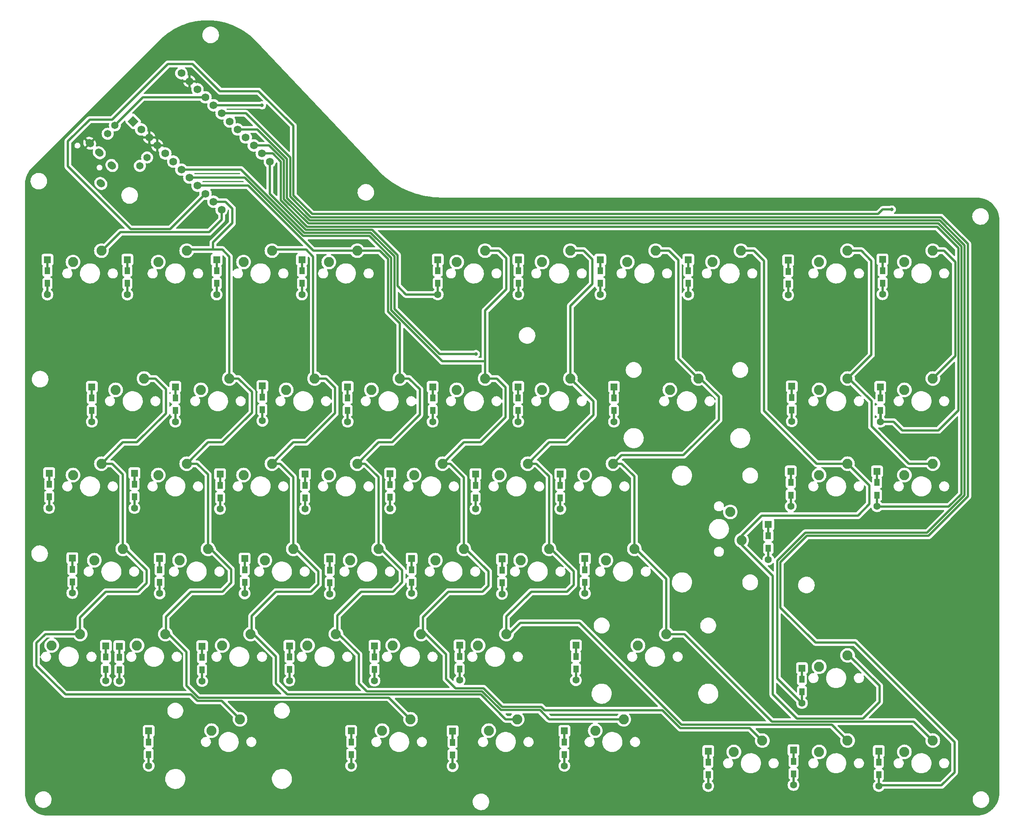
<source format=gbl>
G04 #@! TF.GenerationSoftware,KiCad,Pcbnew,7.0.9-1.fc39*
G04 #@! TF.CreationDate,2024-01-02T19:26:34+02:00*
G04 #@! TF.ProjectId,SplitHside5,53706c69-7448-4736-9964-65352e6b6963,rev?*
G04 #@! TF.SameCoordinates,Original*
G04 #@! TF.FileFunction,Copper,L2,Bot*
G04 #@! TF.FilePolarity,Positive*
%FSLAX46Y46*%
G04 Gerber Fmt 4.6, Leading zero omitted, Abs format (unit mm)*
G04 Created by KiCad (PCBNEW 7.0.9-1.fc39) date 2024-01-02 19:26:34*
%MOMM*%
%LPD*%
G01*
G04 APERTURE LIST*
G04 Aperture macros list*
%AMHorizOval*
0 Thick line with rounded ends*
0 $1 width*
0 $2 $3 position (X,Y) of the first rounded end (center of the circle)*
0 $4 $5 position (X,Y) of the second rounded end (center of the circle)*
0 Add line between two ends*
20,1,$1,$2,$3,$4,$5,0*
0 Add two circle primitives to create the rounded ends*
1,1,$1,$2,$3*
1,1,$1,$4,$5*%
%AMRotRect*
0 Rectangle, with rotation*
0 The origin of the aperture is its center*
0 $1 length*
0 $2 width*
0 $3 Rotation angle, in degrees counterclockwise*
0 Add horizontal line*
21,1,$1,$2,0,0,$3*%
G04 Aperture macros list end*
G04 #@! TA.AperFunction,ComponentPad*
%ADD10C,2.250000*%
G04 #@! TD*
G04 #@! TA.AperFunction,ComponentPad*
%ADD11RotRect,1.752600X1.752600X315.000000*%
G04 #@! TD*
G04 #@! TA.AperFunction,ComponentPad*
%ADD12C,1.752600*%
G04 #@! TD*
G04 #@! TA.AperFunction,ComponentPad*
%ADD13HorizOval,1.600000X-0.141421X0.141421X0.141421X-0.141421X0*%
G04 #@! TD*
G04 #@! TA.AperFunction,SMDPad,CuDef*
%ADD14R,1.200000X1.600000*%
G04 #@! TD*
G04 #@! TA.AperFunction,SMDPad,CuDef*
%ADD15R,0.500000X2.900000*%
G04 #@! TD*
G04 #@! TA.AperFunction,ComponentPad*
%ADD16R,1.600000X1.600000*%
G04 #@! TD*
G04 #@! TA.AperFunction,ComponentPad*
%ADD17C,1.600000*%
G04 #@! TD*
G04 #@! TA.AperFunction,ComponentPad*
%ADD18C,1.651000*%
G04 #@! TD*
G04 #@! TA.AperFunction,ViaPad*
%ADD19C,0.800000*%
G04 #@! TD*
G04 #@! TA.AperFunction,Conductor*
%ADD20C,0.500000*%
G04 #@! TD*
G04 #@! TA.AperFunction,Conductor*
%ADD21C,0.250000*%
G04 #@! TD*
G04 APERTURE END LIST*
D10*
X109297000Y-78420800D03*
X115647000Y-75880800D03*
D11*
X65586300Y656563D03*
D12*
X67382351Y-1139488D03*
X69178402Y-2935539D03*
X70974453Y-4731591D03*
X72770504Y-6527642D03*
X74566556Y-8323693D03*
X76362607Y-10119744D03*
X78158658Y-11915796D03*
X79954709Y-13711847D03*
X81750761Y-15507898D03*
X83546812Y-17303949D03*
X85342863Y-19100000D03*
X96119170Y-8323693D03*
X94323119Y-6527642D03*
X92527068Y-4731591D03*
X90731017Y-2935539D03*
X88934966Y-1139488D03*
X87138914Y656563D03*
X85342863Y2452614D03*
X83546812Y4248666D03*
X81750761Y6044717D03*
X79954709Y7840768D03*
X78158658Y9636819D03*
X76362607Y11432870D03*
D13*
X58363961Y-13216652D03*
X60838835Y-9186144D03*
X58010408Y-6357716D03*
X55889087Y-4236396D03*
D14*
X46433400Y-32770300D03*
D15*
X46433400Y-31670300D03*
D16*
X46433400Y-30270300D03*
D17*
X46433400Y-38070300D03*
D15*
X46433400Y-36670300D03*
D14*
X46433400Y-35570300D03*
X56356250Y-61200000D03*
D15*
X56356250Y-60100000D03*
D16*
X56356250Y-58700000D03*
D17*
X56356250Y-66500000D03*
D15*
X56356250Y-65100000D03*
D14*
X56356250Y-64000000D03*
X46831250Y-80500000D03*
D15*
X46831250Y-79400000D03*
D16*
X46831250Y-78000000D03*
D17*
X46831250Y-85800000D03*
D15*
X46831250Y-84400000D03*
D14*
X46831250Y-83300000D03*
X52000000Y-99500000D03*
D15*
X52000000Y-98400000D03*
D16*
X52000000Y-97000000D03*
D17*
X52000000Y-104800000D03*
D15*
X52000000Y-103400000D03*
D14*
X52000000Y-102300000D03*
X62500000Y-119200000D03*
D15*
X62500000Y-118100000D03*
D16*
X62500000Y-116700000D03*
D17*
X62500000Y-124500000D03*
D15*
X62500000Y-123100000D03*
D14*
X62500000Y-122000000D03*
X75000000Y-61200000D03*
D15*
X75000000Y-60100000D03*
D16*
X75000000Y-58700000D03*
D17*
X75000000Y-66500000D03*
D15*
X75000000Y-65100000D03*
D14*
X75000000Y-64000000D03*
X65881250Y-80500000D03*
D15*
X65881250Y-79400000D03*
D16*
X65881250Y-78000000D03*
D17*
X65881250Y-85800000D03*
D15*
X65881250Y-84400000D03*
D14*
X65881250Y-83300000D03*
X71500000Y-99600000D03*
D15*
X71500000Y-98500000D03*
D16*
X71500000Y-97100000D03*
D17*
X71500000Y-104900000D03*
D15*
X71500000Y-103500000D03*
D14*
X71500000Y-102400000D03*
X81000000Y-119200000D03*
D15*
X81000000Y-118100000D03*
D16*
X81000000Y-116700000D03*
D17*
X81000000Y-124500000D03*
D15*
X81000000Y-123100000D03*
D14*
X81000000Y-122000000D03*
X84234950Y-32770300D03*
D15*
X84234950Y-31670300D03*
D16*
X84234950Y-30270300D03*
D17*
X84234950Y-38070300D03*
D15*
X84234950Y-36670300D03*
D14*
X84234950Y-35570300D03*
X94456250Y-61000000D03*
D15*
X94456250Y-59900000D03*
D16*
X94456250Y-58500000D03*
D17*
X94456250Y-66300000D03*
D15*
X94456250Y-64900000D03*
D14*
X94456250Y-63800000D03*
X85000000Y-80700000D03*
D15*
X85000000Y-79600000D03*
D16*
X85000000Y-78200000D03*
D17*
X85000000Y-86000000D03*
D15*
X85000000Y-84600000D03*
D14*
X85000000Y-83500000D03*
X90500000Y-99600000D03*
D15*
X90500000Y-98500000D03*
D16*
X90500000Y-97100000D03*
D17*
X90500000Y-104900000D03*
D15*
X90500000Y-103500000D03*
D14*
X90500000Y-102400000D03*
X100500000Y-119100000D03*
D15*
X100500000Y-118000000D03*
D16*
X100500000Y-116600000D03*
D17*
X100500000Y-124400000D03*
D15*
X100500000Y-123000000D03*
D14*
X100500000Y-121900000D03*
X103284550Y-32770300D03*
D15*
X103284550Y-31670300D03*
D16*
X103284550Y-30270300D03*
D17*
X103284550Y-38070300D03*
D15*
X103284550Y-36670300D03*
D14*
X103284550Y-35570300D03*
X113500000Y-61200000D03*
D15*
X113500000Y-60100000D03*
D16*
X113500000Y-58700000D03*
D17*
X113500000Y-66500000D03*
D15*
X113500000Y-65100000D03*
D14*
X113500000Y-64000000D03*
X103981250Y-80700000D03*
D15*
X103981250Y-79600000D03*
D16*
X103981250Y-78200000D03*
D17*
X103981250Y-86000000D03*
D15*
X103981250Y-84600000D03*
D14*
X103981250Y-83500000D03*
X109500000Y-99700000D03*
D15*
X109500000Y-98600000D03*
D16*
X109500000Y-97200000D03*
D17*
X109500000Y-105000000D03*
D15*
X109500000Y-103600000D03*
D14*
X109500000Y-102500000D03*
X119500000Y-119100000D03*
D15*
X119500000Y-118000000D03*
D16*
X119500000Y-116600000D03*
D17*
X119500000Y-124400000D03*
D15*
X119500000Y-123000000D03*
D14*
X119500000Y-121900000D03*
X133644850Y-32740375D03*
D15*
X133644850Y-31640375D03*
D16*
X133644850Y-30240375D03*
D17*
X133644850Y-38040375D03*
D15*
X133644850Y-36640375D03*
D14*
X133644850Y-35540375D03*
X132500000Y-61200000D03*
D15*
X132500000Y-60100000D03*
D16*
X132500000Y-58700000D03*
D17*
X132500000Y-66500000D03*
D15*
X132500000Y-65100000D03*
D14*
X132500000Y-64000000D03*
X123000000Y-80600000D03*
D15*
X123000000Y-79500000D03*
D16*
X123000000Y-78100000D03*
D17*
X123000000Y-85900000D03*
D15*
X123000000Y-84500000D03*
D14*
X123000000Y-83400000D03*
X127793750Y-99600000D03*
D15*
X127793750Y-98500000D03*
D16*
X127793750Y-97100000D03*
D17*
X127793750Y-104900000D03*
D15*
X127793750Y-103500000D03*
D14*
X127793750Y-102400000D03*
X138500000Y-119000000D03*
D15*
X138500000Y-117900000D03*
D16*
X138500000Y-116500000D03*
D17*
X138500000Y-124300000D03*
D15*
X138500000Y-122900000D03*
D14*
X138500000Y-121800000D03*
X151652675Y-32740375D03*
D15*
X151652675Y-31640375D03*
D16*
X151652675Y-30240375D03*
D17*
X151652675Y-38040375D03*
D15*
X151652675Y-36640375D03*
D14*
X151652675Y-35540375D03*
X151606250Y-61200000D03*
D15*
X151606250Y-60100000D03*
D16*
X151606250Y-58700000D03*
D17*
X151606250Y-66500000D03*
D15*
X151606250Y-65100000D03*
D14*
X151606250Y-64000000D03*
X142081250Y-80700000D03*
D15*
X142081250Y-79600000D03*
D16*
X142081250Y-78200000D03*
D17*
X142081250Y-86000000D03*
D15*
X142081250Y-84600000D03*
D14*
X142081250Y-83500000D03*
X148000000Y-99700000D03*
D15*
X148000000Y-98600000D03*
D16*
X148000000Y-97200000D03*
D17*
X148000000Y-105000000D03*
D15*
X148000000Y-103600000D03*
D14*
X148000000Y-102500000D03*
X164500000Y-119000000D03*
D15*
X164500000Y-117900000D03*
D16*
X164500000Y-116500000D03*
D17*
X164500000Y-124300000D03*
D15*
X164500000Y-122900000D03*
D14*
X164500000Y-121800000D03*
X169958150Y-32740375D03*
D15*
X169958150Y-31640375D03*
D16*
X169958150Y-30240375D03*
D17*
X169958150Y-38040375D03*
D15*
X169958150Y-36640375D03*
D14*
X169958150Y-35540375D03*
X173000000Y-61200000D03*
D15*
X173000000Y-60100000D03*
D16*
X173000000Y-58700000D03*
D17*
X173000000Y-66500000D03*
D15*
X173000000Y-65100000D03*
D14*
X173000000Y-64000000D03*
X161000000Y-80700000D03*
D15*
X161000000Y-79600000D03*
D16*
X161000000Y-78200000D03*
D17*
X161000000Y-86000000D03*
D15*
X161000000Y-84600000D03*
D14*
X161000000Y-83500000D03*
X166500000Y-99600000D03*
D15*
X166500000Y-98500000D03*
D16*
X166500000Y-97100000D03*
D17*
X166500000Y-104900000D03*
D15*
X166500000Y-103500000D03*
D14*
X166500000Y-102400000D03*
X215000000Y-124100000D03*
D15*
X215000000Y-123000000D03*
D16*
X215000000Y-121600000D03*
D17*
X215000000Y-129400000D03*
D15*
X215000000Y-128000000D03*
D14*
X215000000Y-126900000D03*
X189603050Y-32770300D03*
D15*
X189603050Y-31670300D03*
D16*
X189603050Y-30270300D03*
D17*
X189603050Y-38070300D03*
D15*
X189603050Y-36670300D03*
D14*
X189603050Y-35570300D03*
X207500000Y-92000000D03*
D15*
X207500000Y-90900000D03*
D16*
X207500000Y-89500000D03*
D17*
X207500000Y-97300000D03*
D15*
X207500000Y-95900000D03*
D14*
X207500000Y-94800000D03*
X212500000Y-80100000D03*
D15*
X212500000Y-79000000D03*
D16*
X212500000Y-77600000D03*
D17*
X212500000Y-85400000D03*
D15*
X212500000Y-84000000D03*
D14*
X212500000Y-82900000D03*
X211931250Y-32890000D03*
D15*
X211931250Y-31790000D03*
D16*
X211931250Y-30390000D03*
D17*
X211931250Y-38190000D03*
D15*
X211931250Y-36790000D03*
D14*
X211931250Y-35690000D03*
X212725000Y-61100000D03*
D15*
X212725000Y-60000000D03*
D16*
X212725000Y-58600000D03*
D17*
X212725000Y-66400000D03*
D15*
X212725000Y-65000000D03*
D14*
X212725000Y-63900000D03*
X231775000Y-80100000D03*
D15*
X231775000Y-79000000D03*
D16*
X231775000Y-77600000D03*
D17*
X231775000Y-85400000D03*
D15*
X231775000Y-84000000D03*
D14*
X231775000Y-82900000D03*
X233000000Y-32700000D03*
D15*
X233000000Y-31600000D03*
D16*
X233000000Y-30200000D03*
D17*
X233000000Y-38000000D03*
D15*
X233000000Y-36600000D03*
D14*
X233000000Y-35500000D03*
X232500000Y-61200000D03*
D15*
X232500000Y-60100000D03*
D16*
X232500000Y-58700000D03*
D17*
X232500000Y-66500000D03*
D15*
X232500000Y-65100000D03*
D14*
X232500000Y-64000000D03*
D10*
X52149610Y-30797640D03*
X58499610Y-28257640D03*
X61674650Y-59372760D03*
X68024650Y-56832760D03*
X52149610Y-78422840D03*
X58499610Y-75882840D03*
X56912130Y-97472920D03*
X63262130Y-94932920D03*
X66437170Y-116523000D03*
X72787170Y-113983000D03*
X80724730Y-59372500D03*
X87074730Y-56832500D03*
X71199690Y-78422840D03*
X77549690Y-75882840D03*
X75962210Y-97472920D03*
X82312210Y-94932920D03*
X85487250Y-116523000D03*
X91837250Y-113983000D03*
X90249770Y-30797640D03*
X96599770Y-28257640D03*
X99774810Y-59372760D03*
X106124810Y-56832760D03*
X90249770Y-78422840D03*
X96599770Y-75882840D03*
X95012290Y-97472920D03*
X101362290Y-94932920D03*
X104537330Y-116523000D03*
X110887330Y-113983000D03*
X109299850Y-30797640D03*
X115649850Y-28257640D03*
X118824890Y-59372760D03*
X125174890Y-56832760D03*
X114062370Y-97472920D03*
X120412370Y-94932920D03*
X123587410Y-116523000D03*
X129937410Y-113983000D03*
X137874970Y-30797640D03*
X144224970Y-28257640D03*
X137874970Y-59372760D03*
X144224970Y-56832760D03*
X128349930Y-78422840D03*
X134699930Y-75882840D03*
X133112450Y-97472920D03*
X139462450Y-94932920D03*
X142637490Y-116523000D03*
X148987490Y-113983000D03*
X156925050Y-30797640D03*
X163275050Y-28257640D03*
X156925050Y-59372760D03*
X163275050Y-56832760D03*
X147400010Y-78422840D03*
X153750010Y-75882840D03*
X152162530Y-97472920D03*
X158512530Y-94932920D03*
X178356390Y-116523000D03*
X184706390Y-113983000D03*
X175975130Y-30797640D03*
X182325130Y-28257640D03*
X185500170Y-59372760D03*
X191850170Y-56832760D03*
X166450090Y-78422840D03*
X172800090Y-75882840D03*
X171212610Y-97472920D03*
X177562610Y-94932920D03*
X195025210Y-30797640D03*
X201375210Y-28257640D03*
X218821000Y-78422840D03*
X225171000Y-75882840D03*
X218837810Y-30797640D03*
X225187810Y-28257640D03*
X218837810Y-59372760D03*
X225187810Y-56832760D03*
X237887890Y-78422840D03*
X244237890Y-75882840D03*
X237887890Y-59372760D03*
X244237890Y-56832760D03*
X198993950Y-86677880D03*
X201533950Y-93027880D03*
D14*
X64293750Y-32770300D03*
D15*
X64293750Y-31670300D03*
D16*
X64293750Y-30270300D03*
D17*
X64293750Y-38070300D03*
D15*
X64293750Y-36670300D03*
D14*
X64293750Y-35570300D03*
D10*
X71199690Y-30797640D03*
X77549690Y-28257640D03*
D14*
X69056540Y-138141820D03*
D15*
X69056540Y-137041820D03*
D16*
X69056540Y-135641820D03*
D17*
X69056540Y-143441820D03*
D15*
X69056540Y-142041820D03*
D14*
X69056540Y-140941820D03*
X114300480Y-138141820D03*
D15*
X114300480Y-137041820D03*
D16*
X114300480Y-135641820D03*
D17*
X114300480Y-143441820D03*
D15*
X114300480Y-142041820D03*
D14*
X114300480Y-140941820D03*
X136949899Y-138200000D03*
D15*
X136949899Y-137100000D03*
D16*
X136949899Y-135700000D03*
D17*
X136949899Y-143500000D03*
D15*
X136949899Y-142100000D03*
D14*
X136949899Y-141000000D03*
X161925680Y-138141820D03*
D15*
X161925680Y-137041820D03*
D16*
X161925680Y-135641820D03*
D17*
X161925680Y-143441820D03*
D15*
X161925680Y-142041820D03*
D14*
X161925680Y-140941820D03*
X194072690Y-142666230D03*
D15*
X194072690Y-141566230D03*
D16*
X194072690Y-140166230D03*
D17*
X194072690Y-147966230D03*
D15*
X194072690Y-146566230D03*
D14*
X194072690Y-145466230D03*
X213122770Y-142428120D03*
D15*
X213122770Y-141328120D03*
D16*
X213122770Y-139928120D03*
D17*
X213122770Y-147728120D03*
D15*
X213122770Y-146328120D03*
D14*
X213122770Y-145228120D03*
X232172850Y-142666230D03*
D15*
X232172850Y-141566230D03*
D16*
X232172850Y-140166230D03*
D17*
X232172850Y-147966230D03*
D15*
X232172850Y-146566230D03*
D14*
X232172850Y-145466230D03*
D10*
X121206150Y-135573080D03*
X127556150Y-133033080D03*
X168831350Y-135573080D03*
X175181350Y-133033080D03*
X199787730Y-140335600D03*
X206137730Y-137795600D03*
X218837810Y-140335600D03*
X225187810Y-137795600D03*
X83105990Y-135573080D03*
X89455990Y-133033080D03*
X218837810Y-121285520D03*
X225187810Y-118745520D03*
X145018750Y-135573080D03*
X151368750Y-133033080D03*
D18*
X68700000Y-7400000D03*
X61515796Y-215796D03*
X59900000Y-2100000D03*
X67084204Y-9284204D03*
D10*
X237881800Y-30797500D03*
X244231800Y-28257500D03*
X237881800Y-140332000D03*
X244231800Y-137792000D03*
X47387170Y-116523000D03*
X53737170Y-113983000D03*
D14*
X59500000Y-119100001D03*
D15*
X59500000Y-118000001D03*
D16*
X59500000Y-116600001D03*
D17*
X59500000Y-124400001D03*
D15*
X59500000Y-123000001D03*
D14*
X59500000Y-121900001D03*
D19*
X94378556Y4249307D03*
X235077000Y-19050000D03*
X142150000Y-51350000D03*
D20*
X82550000Y-24125000D02*
X62743000Y-24125000D01*
X68024650Y-56832760D02*
X70524660Y-56832760D01*
X44000000Y-121000000D02*
X44000000Y-116000000D01*
X66421000Y-71120000D02*
X63262450Y-71120000D01*
X62743000Y-24125000D02*
X58610360Y-28257640D01*
X85342863Y-21332137D02*
X85342863Y-19100000D01*
X66696000Y-104500000D02*
X59500000Y-104500000D01*
X82550000Y-24125000D02*
X85342863Y-21332137D01*
X68580000Y-102616000D02*
X66696000Y-104500000D01*
X44000000Y-116000000D02*
X46017000Y-113983000D01*
X46017000Y-113983000D02*
X53737170Y-113983000D01*
X70524660Y-56832760D02*
X72924250Y-59232350D01*
X63262130Y-94932920D02*
X63817920Y-94932920D01*
X79910051Y-128900000D02*
X78510050Y-127500000D01*
X63262130Y-78262130D02*
X60882840Y-75882840D01*
X50500000Y-127500000D02*
X44000000Y-121000000D01*
X59500000Y-104500000D02*
X53737170Y-110262830D01*
X72924250Y-59232350D02*
X72924250Y-64616750D01*
X53737170Y-110262830D02*
X53737170Y-113983000D01*
X63262130Y-94932920D02*
X63262130Y-78262130D01*
X89455990Y-132955990D02*
X85400000Y-128900000D01*
X58610360Y-28257640D02*
X58499610Y-28257640D01*
X63262450Y-71120000D02*
X58499610Y-75882840D01*
X60882840Y-75882840D02*
X58499610Y-75882840D01*
X72924250Y-64616750D02*
X66421000Y-71120000D01*
X85400000Y-128900000D02*
X79910051Y-128900000D01*
X78510050Y-127500000D02*
X50500000Y-127500000D01*
X68580000Y-99695000D02*
X68580000Y-102616000D01*
X63817920Y-94932920D02*
X68580000Y-99695000D01*
X89455990Y-133033080D02*
X89455990Y-132955990D01*
X67771046Y6044717D02*
X67771046Y6039454D01*
X67771046Y6039454D02*
X61515796Y-215796D01*
X67771046Y6044717D02*
X81750761Y6044717D01*
X225187810Y-56832760D02*
X225488760Y-56832760D01*
X230529925Y-67529925D02*
X238882840Y-75882840D01*
X94378556Y4249307D02*
X94377915Y4248666D01*
X238882840Y-75882840D02*
X244237890Y-75882840D01*
X94377915Y4248666D02*
X83546812Y4248666D01*
X225488760Y-56832760D02*
X230529925Y-61873925D01*
X230529925Y-61873925D02*
X230529925Y-67529925D01*
X225187810Y-28257640D02*
X228256810Y-28257640D01*
X228256810Y-28257640D02*
X230500000Y-30500830D01*
X230500000Y-51520570D02*
X225187810Y-56832760D01*
X230500000Y-30500830D02*
X230500000Y-51520570D01*
X218000000Y-115850000D02*
X210200000Y-108050000D01*
X232172850Y-147966230D02*
X232311080Y-147828000D01*
X69056540Y-143351820D02*
X69029720Y-143325000D01*
X100669556Y-7453843D02*
X90763099Y2452614D01*
X100669556Y-16146794D02*
X100669556Y-7453843D01*
X252050000Y-26755151D02*
X246069848Y-20775000D01*
X210200000Y-97889950D02*
X216055525Y-92034425D01*
X232311080Y-147828000D02*
X246172000Y-147828000D01*
X243245473Y-92034425D02*
X252050000Y-83229899D01*
X252050000Y-83229899D02*
X252050000Y-26755151D01*
X90763099Y2452614D02*
X85342863Y2452614D01*
X249100000Y-138105025D02*
X226844975Y-115850000D01*
X210200000Y-108050000D02*
X210200000Y-97889950D01*
X249100000Y-144900000D02*
X249100000Y-138105025D01*
X246069848Y-20775000D02*
X105297762Y-20775000D01*
X226844975Y-115850000D02*
X218000000Y-115850000D01*
X216055525Y-92034425D02*
X243245473Y-92034425D01*
X105297762Y-20775000D02*
X100669556Y-16146794D01*
X246172000Y-147828000D02*
X249100000Y-144900000D01*
X106124810Y-56832760D02*
X108623860Y-56832760D01*
X110725800Y-64590050D02*
X104195850Y-71120000D01*
X151368750Y-133033080D02*
X148808530Y-133033080D01*
X104250000Y-28000000D02*
X105814575Y-29564575D01*
X97500000Y-119000000D02*
X92080000Y-113580000D01*
X104195850Y-71120000D02*
X101362610Y-71120000D01*
X105304000Y-104500000D02*
X107000000Y-102804000D01*
X110725800Y-58934700D02*
X110725800Y-64590050D01*
X100000000Y-127500000D02*
X97500000Y-125000000D01*
X108623860Y-56832760D02*
X110725800Y-58934700D01*
X143275450Y-127500000D02*
X100000000Y-127500000D01*
X97500000Y-125000000D02*
X97500000Y-119000000D01*
X92080000Y-109920000D02*
X97500000Y-104500000D01*
X107000000Y-100000000D02*
X101932920Y-94932920D01*
X96857410Y-28000000D02*
X104250000Y-28000000D01*
X107000000Y-102804000D02*
X107000000Y-100000000D01*
X105814575Y-56522525D02*
X106124810Y-56832760D01*
X98382840Y-75882840D02*
X96599770Y-75882840D01*
X96599770Y-28257640D02*
X96857410Y-28000000D01*
X97500000Y-104500000D02*
X105304000Y-104500000D01*
X101362290Y-78862290D02*
X98382840Y-75882840D01*
X101362290Y-94932920D02*
X101362290Y-78862290D01*
X101362610Y-71120000D02*
X96599770Y-75882840D01*
X92080000Y-113580000D02*
X92080000Y-109920000D01*
X105814575Y-29564575D02*
X105814575Y-56522525D01*
X101932920Y-94932920D02*
X101362290Y-94932920D01*
X148808530Y-133033080D02*
X143275450Y-127500000D01*
X215765575Y-91334425D02*
X209500000Y-97600000D01*
X209500000Y-97600000D02*
X209500000Y-123900000D01*
X251350000Y-82939949D02*
X242955524Y-91334425D01*
X88934966Y-1139488D02*
X93365251Y-1139488D01*
X245779898Y-21475000D02*
X251350000Y-27045100D01*
X209500000Y-123900000D02*
X215000000Y-129400000D01*
X242955524Y-91334425D02*
X215765575Y-91334425D01*
X99969556Y-7743793D02*
X99969556Y-16436744D01*
X93365251Y-1139488D02*
X99969556Y-7743793D01*
X251350000Y-27045100D02*
X251350000Y-82939949D01*
X99969556Y-16436744D02*
X105007812Y-21475000D01*
X105007812Y-21475000D02*
X245779898Y-21475000D01*
X92527068Y-4731591D02*
X95967404Y-4731591D01*
X99269556Y-8033743D02*
X99269556Y-16726693D01*
X250650000Y-82650000D02*
X247800000Y-85500000D01*
X231775000Y-82481250D02*
X231775000Y-85400000D01*
X250650000Y-27335050D02*
X250650000Y-82650000D01*
X231875000Y-85500000D02*
X231775000Y-85400000D01*
X99269556Y-16726693D02*
X104717863Y-22175000D01*
X104717863Y-22175000D02*
X245489949Y-22175000D01*
X245489949Y-22175000D02*
X250650000Y-27335050D01*
X247800000Y-85500000D02*
X231875000Y-85500000D01*
X95967404Y-4731591D02*
X99269556Y-8033743D01*
X249950000Y-27625000D02*
X249950000Y-63950000D01*
X245475000Y-68425000D02*
X237425000Y-68425000D01*
X237425000Y-68425000D02*
X235500000Y-66500000D01*
X235500000Y-66500000D02*
X232568750Y-66500000D01*
X245200000Y-22875000D02*
X249950000Y-27625000D01*
X98569556Y-8323693D02*
X98569556Y-17016643D01*
X94323119Y-6527642D02*
X96773505Y-6527642D01*
X249950000Y-63950000D02*
X245475000Y-68425000D01*
X232568750Y-66500000D02*
X232568750Y-63431250D01*
X104427913Y-22875000D02*
X245200000Y-22875000D01*
X98569556Y-17016643D02*
X104427913Y-22875000D01*
X96773505Y-6527642D02*
X98569556Y-8323693D01*
X118964950Y-23575000D02*
X124650000Y-29260050D01*
X46433400Y-37980300D02*
X46433400Y-37633400D01*
X104137964Y-23575000D02*
X118964950Y-23575000D01*
X96119170Y-8323693D02*
X96119170Y-15556208D01*
X126540375Y-38040375D02*
X133644850Y-38040375D01*
X124650000Y-36150000D02*
X126540375Y-38040375D01*
X46150000Y-37350000D02*
X46433400Y-37633400D01*
X96119170Y-15556208D02*
X104137964Y-23575000D01*
X133644850Y-38040375D02*
X132990375Y-38040375D01*
X124650000Y-29260050D02*
X124650000Y-36150000D01*
X85500000Y-28000000D02*
X83400000Y-28000000D01*
X77549690Y-75882840D02*
X82312530Y-71120000D01*
X127556150Y-133033080D02*
X122723070Y-128200000D01*
X82312210Y-78312210D02*
X82312210Y-94932920D01*
X80200000Y-128200000D02*
X77500000Y-125500000D01*
X77549690Y-75882840D02*
X79882840Y-75882840D01*
X89127525Y-56832500D02*
X87074730Y-56832500D01*
X83400000Y-28000000D02*
X77807330Y-28000000D01*
X87074730Y-29574730D02*
X85500000Y-28000000D01*
X77807330Y-28000000D02*
X77549690Y-28257640D01*
X85471000Y-71120000D02*
X92122675Y-64468325D01*
X83324570Y-94932920D02*
X82312210Y-94932920D01*
X72920000Y-110080000D02*
X78500000Y-104500000D01*
X87774556Y-22050444D02*
X83400000Y-26425000D01*
X87500000Y-99500000D02*
X82932920Y-94932920D01*
X79882840Y-75882840D02*
X82312210Y-78312210D01*
X72920000Y-113420000D02*
X72920000Y-110080000D01*
X122723070Y-128200000D02*
X80200000Y-128200000D01*
X82932920Y-94932920D02*
X82312210Y-94932920D01*
X83546812Y-17303949D02*
X86213812Y-17303949D01*
X92122675Y-64468325D02*
X92122675Y-59827650D01*
X77500000Y-118000000D02*
X72920000Y-113420000D01*
X83400000Y-26425000D02*
X83400000Y-28000000D01*
X77500000Y-125500000D02*
X77500000Y-118000000D01*
X78500000Y-104500000D02*
X85500000Y-104500000D01*
X86213812Y-17303949D02*
X87774556Y-18864693D01*
X92122675Y-59827650D02*
X89127525Y-56832500D01*
X85500000Y-104500000D02*
X87500000Y-102500000D01*
X87500000Y-102500000D02*
X87500000Y-99500000D01*
X82312530Y-71120000D02*
X85471000Y-71120000D01*
X87074730Y-56832500D02*
X87074730Y-29574730D01*
X87774556Y-18864693D02*
X87774556Y-22050444D01*
X78884556Y13520307D02*
X73367830Y13520307D01*
X249250000Y-51820650D02*
X249250000Y-30774900D01*
X93616556Y7424307D02*
X84980556Y7424307D01*
X73367830Y13520307D02*
X60921830Y1074307D01*
X51000000Y-3800000D02*
X51000000Y-9395137D01*
X101369556Y-15856844D02*
X101369556Y-328693D01*
X60921830Y1074307D02*
X55874307Y1074307D01*
X233045000Y-19050000D02*
X232020000Y-20075000D01*
X51000000Y-9395137D02*
X65029863Y-23425000D01*
X249250000Y-30774900D02*
X246732600Y-28257500D01*
X55874307Y1074307D02*
X51000000Y-3800000D01*
X65029863Y-23425000D02*
X73833659Y-23425000D01*
X232020000Y-20075000D02*
X105587712Y-20075000D01*
X73833659Y-23425000D02*
X81750761Y-15507898D01*
X235077000Y-19050000D02*
X233045000Y-19050000D01*
X105587712Y-20075000D02*
X101369556Y-15856844D01*
X246732600Y-28257500D02*
X244231800Y-28257500D01*
X244237890Y-56832760D02*
X249250000Y-51820650D01*
X101369556Y-328693D02*
X93616556Y7424307D01*
X84980556Y7424307D02*
X78884556Y13520307D01*
X116500000Y-104500000D02*
X123630500Y-104500000D01*
X79954709Y-13711847D02*
X91304959Y-13711847D01*
X91304959Y-13711847D02*
X105850752Y-28257640D01*
X120412370Y-94932920D02*
X120412370Y-78890195D01*
X120932920Y-94932920D02*
X120412370Y-94932920D01*
X125700000Y-102430500D02*
X125700000Y-99700000D01*
X111170000Y-109830000D02*
X116500000Y-104500000D01*
X110887330Y-113983000D02*
X111483000Y-113983000D01*
X120407800Y-71120000D02*
X115647000Y-75880800D01*
X127226985Y-56832760D02*
X129626575Y-59232350D01*
X125174890Y-44489840D02*
X122550000Y-41864949D01*
X116000000Y-125000000D02*
X117800000Y-126800000D01*
X125700000Y-99700000D02*
X120932920Y-94932920D01*
X156470000Y-130970000D02*
X158550000Y-133050000D01*
X125174890Y-56832760D02*
X127226985Y-56832760D01*
X123630500Y-104500000D02*
X125700000Y-102430500D01*
X117402975Y-75880800D02*
X115647000Y-75880800D01*
X129626575Y-59232350D02*
X129626575Y-64937425D01*
X105850752Y-28257640D02*
X115649850Y-28257640D01*
X120677740Y-28257640D02*
X115649850Y-28257640D01*
X111170000Y-113730000D02*
X111170000Y-109830000D01*
X123444000Y-71120000D02*
X120407800Y-71120000D01*
X122550000Y-41864949D02*
X122550000Y-30129900D01*
X117800000Y-126800000D02*
X143565400Y-126800000D01*
X116000000Y-118500000D02*
X116000000Y-125000000D01*
X143565400Y-126800000D02*
X147735400Y-130970000D01*
X125174890Y-56832760D02*
X125174890Y-44489840D01*
X174480000Y-133010000D02*
X174500000Y-132990000D01*
X122550000Y-30129900D02*
X120677740Y-28257640D01*
X158550000Y-133050000D02*
X175200000Y-133050000D01*
X120412370Y-78890195D02*
X117402975Y-75880800D01*
X129626575Y-64937425D02*
X123444000Y-71120000D01*
X147735400Y-130970000D02*
X156470000Y-130970000D01*
X111483000Y-113983000D02*
X116000000Y-118500000D01*
X118385050Y-24975000D02*
X123250000Y-29839950D01*
X145000000Y-100000000D02*
X139932920Y-94932920D01*
X89625000Y-11925000D02*
X90508062Y-11925000D01*
X148025350Y-130270000D02*
X143855350Y-126100000D01*
X144224970Y-56832760D02*
X146871885Y-56832760D01*
X148973825Y-29973825D02*
X147257640Y-28257640D01*
X156759950Y-130270000D02*
X148025350Y-130270000D01*
X136382840Y-75882840D02*
X134699930Y-75882840D01*
X134675000Y-53000000D02*
X144224970Y-53000000D01*
X143188000Y-71120000D02*
X139462770Y-71120000D01*
X146871885Y-56832760D02*
X148825000Y-58785875D01*
X144224970Y-50100000D02*
X144224970Y-41657455D01*
X139462770Y-71120000D02*
X134699930Y-75882840D01*
X135500000Y-118500000D02*
X130320000Y-113320000D01*
X139462450Y-78962450D02*
X136382840Y-75882840D01*
X130320000Y-110180000D02*
X136000000Y-104500000D01*
X203342130Y-135000000D02*
X187832875Y-135000000D01*
X89615796Y-11915796D02*
X89625000Y-11925000D01*
X144224970Y-41657455D02*
X148973825Y-36908600D01*
X145000000Y-103158000D02*
X145000000Y-100000000D01*
X123250000Y-41575000D02*
X134675000Y-53000000D01*
X123250000Y-29839950D02*
X123250000Y-41575000D01*
X144224970Y-56832760D02*
X144224970Y-50100000D01*
X137600000Y-126100000D02*
X135500000Y-124000000D01*
X103558062Y-24975000D02*
X118385050Y-24975000D01*
X143658000Y-104500000D02*
X145000000Y-103158000D01*
X148825000Y-58785875D02*
X148825000Y-65483000D01*
X90508062Y-11925000D02*
X103558062Y-24975000D01*
X147257640Y-28257640D02*
X144224970Y-28257640D01*
X183832875Y-131000000D02*
X157489950Y-131000000D01*
X78158658Y-11915796D02*
X89615796Y-11915796D01*
X148973825Y-36908600D02*
X148973825Y-29973825D01*
X206137730Y-137795600D02*
X203342130Y-135000000D01*
X136000000Y-104500000D02*
X143658000Y-104500000D01*
X139462450Y-94932920D02*
X139462450Y-78962450D01*
X148825000Y-65483000D02*
X143188000Y-71120000D01*
X144224970Y-53000000D02*
X144224970Y-50100000D01*
X130320000Y-113320000D02*
X130320000Y-110180000D01*
X187832875Y-135000000D02*
X183832875Y-131000000D01*
X157489950Y-131000000D02*
X156759950Y-130270000D01*
X135500000Y-124000000D02*
X135500000Y-118500000D01*
X143855350Y-126100000D02*
X137600000Y-126100000D01*
X139932920Y-94932920D02*
X139462450Y-94932920D01*
X162500000Y-104500000D02*
X154500000Y-104500000D01*
X152055500Y-111500000D02*
X165322825Y-111500000D01*
X163275050Y-56832760D02*
X163275050Y-56849050D01*
X149572500Y-113983000D02*
X152055500Y-111500000D01*
X148987490Y-110012510D02*
X148987490Y-113983000D01*
X142150000Y-51350000D02*
X134014950Y-51350000D01*
X158932920Y-94932920D02*
X164000000Y-100000000D01*
X134014950Y-51350000D02*
X123950000Y-41285050D01*
X103848014Y-24275000D02*
X89692756Y-10119744D01*
X168402000Y-61976000D02*
X168402000Y-65024000D01*
X155680850Y-75882840D02*
X153750010Y-75882840D01*
X168402000Y-65024000D02*
X162306000Y-71120000D01*
X158512850Y-71120000D02*
X153750010Y-75882840D01*
X163275050Y-56832760D02*
X163275050Y-40615200D01*
X123950000Y-29550000D02*
X118675000Y-24275000D01*
X148987490Y-113983000D02*
X149572500Y-113983000D01*
X123950000Y-41285050D02*
X123950000Y-29550000D01*
X158512530Y-94932920D02*
X158512530Y-78714520D01*
X158512530Y-78714520D02*
X155680850Y-75882840D01*
X164000000Y-100000000D02*
X164000000Y-103000000D01*
X164000000Y-103000000D02*
X162500000Y-104500000D01*
X165322825Y-111500000D02*
X188107100Y-134284275D01*
X221676485Y-134284275D02*
X225187810Y-137795600D01*
X168172250Y-30172250D02*
X166257640Y-28257640D01*
X154500000Y-104500000D02*
X148987490Y-110012510D01*
X163275050Y-40615200D02*
X168172250Y-35718000D01*
X89692756Y-10119744D02*
X76362607Y-10119744D01*
X188107100Y-134284275D02*
X221676485Y-134284275D01*
X168172250Y-35718000D02*
X168172250Y-30172250D01*
X162306000Y-71120000D02*
X158512850Y-71120000D01*
X166257640Y-28257640D02*
X163275050Y-28257640D01*
X118675000Y-24275000D02*
X103848014Y-24275000D01*
X163275050Y-56849050D02*
X168402000Y-61976000D01*
X158512530Y-94932920D02*
X158932920Y-94932920D01*
X177932920Y-94932920D02*
X184658000Y-101658000D01*
X184658000Y-113492000D02*
X184400000Y-113750000D01*
X187370675Y-30370675D02*
X187370675Y-52353265D01*
X182325130Y-28257640D02*
X185257640Y-28257640D01*
X208334275Y-133584275D02*
X239984275Y-133584275D01*
X188693150Y-113983000D02*
X188693150Y-113993150D01*
X185257640Y-28257640D02*
X187370675Y-30370675D01*
X188693150Y-113993150D02*
X188743150Y-113993150D01*
X192341760Y-56832760D02*
X196469000Y-60960000D01*
X177562610Y-94932920D02*
X177562610Y-78746041D01*
X184658000Y-101658000D02*
X184658000Y-113492000D01*
X188743150Y-113993150D02*
X208334275Y-133584275D01*
X191850170Y-56832760D02*
X192341760Y-56832760D01*
X196469000Y-60960000D02*
X196469000Y-66058300D01*
X174682930Y-74000000D02*
X172800090Y-75882840D01*
X239984275Y-133584275D02*
X244300000Y-137900000D01*
X196469000Y-66058300D02*
X188527300Y-74000000D01*
X177562610Y-78746041D02*
X174699409Y-75882840D01*
X174699409Y-75882840D02*
X172800090Y-75882840D01*
X177562610Y-94932920D02*
X177932920Y-94932920D01*
X188527300Y-74000000D02*
X174682930Y-74000000D01*
X184706390Y-113983000D02*
X188693150Y-113983000D01*
D21*
X244237890Y-137742890D02*
X244290000Y-137795000D01*
D20*
X187370675Y-52353265D02*
X191850170Y-56832760D01*
X208500000Y-127500000D02*
X213884275Y-132884275D01*
X201533950Y-94033950D02*
X208500000Y-101000000D01*
X206000000Y-87500000D02*
X201533950Y-91966050D01*
X206500000Y-64074475D02*
X218308365Y-75882840D01*
X230083450Y-80731450D02*
X230083450Y-84916550D01*
X225234840Y-75882840D02*
X230083450Y-80731450D01*
X230083450Y-84916550D02*
X227500000Y-87500000D01*
X208500000Y-101000000D02*
X208500000Y-127500000D01*
X213884275Y-132884275D02*
X228615725Y-132884275D01*
X201375210Y-28257640D02*
X204257640Y-28257640D01*
X232325000Y-129175000D02*
X232325000Y-125550000D01*
X206500000Y-30500000D02*
X206500000Y-64074475D01*
X201533950Y-93027880D02*
X201533950Y-94033950D01*
X218308365Y-75882840D02*
X225234840Y-75882840D01*
X228615725Y-132884275D02*
X232325000Y-129175000D01*
X201533950Y-91966050D02*
X201533950Y-93027880D01*
X227500000Y-87500000D02*
X206000000Y-87500000D01*
X232325000Y-125550000D02*
X225350000Y-118575000D01*
X225300000Y-118630000D02*
X225300000Y-118850000D01*
X204257640Y-28257640D02*
X206500000Y-30500000D01*
D21*
X237881800Y-140332000D02*
X237961200Y-140332000D01*
G04 #@! TA.AperFunction,Conductor*
G36*
X63763415Y856628D02*
G01*
X63819348Y814756D01*
X63843765Y749292D01*
X63842819Y722800D01*
X63833296Y656563D01*
X63854104Y511830D01*
X63854105Y511825D01*
X63914848Y378818D01*
X63953065Y331395D01*
X63953071Y331388D01*
X65261125Y-976665D01*
X65261132Y-976671D01*
X65308555Y-1014888D01*
X65441562Y-1075631D01*
X65441565Y-1075631D01*
X65441566Y-1075632D01*
X65586300Y-1096441D01*
X65731034Y-1075632D01*
X65817645Y-1036077D01*
X65886803Y-1026134D01*
X65950359Y-1055159D01*
X65988134Y-1113937D01*
X65992733Y-1138632D01*
X66011756Y-1368196D01*
X66068094Y-1590673D01*
X66160281Y-1800838D01*
X66285801Y-1992962D01*
X66285804Y-1992965D01*
X66441237Y-2161810D01*
X66622341Y-2302769D01*
X66824177Y-2411997D01*
X67041238Y-2486514D01*
X67267603Y-2524288D01*
X67267604Y-2524288D01*
X67497098Y-2524288D01*
X67497099Y-2524288D01*
X67691727Y-2491810D01*
X67761092Y-2500192D01*
X67814914Y-2544745D01*
X67836105Y-2611323D01*
X67832343Y-2644558D01*
X67821966Y-2685539D01*
X68687689Y-2685539D01*
X68638698Y-2823387D01*
X68628453Y-2973157D01*
X68658996Y-3120136D01*
X68692885Y-3185539D01*
X67821966Y-3185539D01*
X67872211Y-3383954D01*
X67963832Y-3592826D01*
X68088586Y-3783776D01*
X68243068Y-3951588D01*
X68243071Y-3951591D01*
X68423053Y-4091677D01*
X68423057Y-4091680D01*
X68623652Y-4200237D01*
X68623657Y-4200239D01*
X68839381Y-4274297D01*
X68928402Y-4289151D01*
X68928402Y-3422657D01*
X68958790Y-3441137D01*
X69103342Y-3481639D01*
X69215755Y-3481639D01*
X69327123Y-3466332D01*
X69428402Y-3422340D01*
X69428402Y-4289150D01*
X69490058Y-4278863D01*
X69559423Y-4287245D01*
X69613245Y-4331798D01*
X69634435Y-4398377D01*
X69630673Y-4431611D01*
X69618017Y-4481591D01*
X70483740Y-4481591D01*
X70434749Y-4619439D01*
X70424504Y-4769209D01*
X70455047Y-4916188D01*
X70488936Y-4981591D01*
X69618017Y-4981591D01*
X69668262Y-5180006D01*
X69759883Y-5388878D01*
X69884637Y-5579828D01*
X70039119Y-5747640D01*
X70039122Y-5747643D01*
X70219104Y-5887729D01*
X70219108Y-5887732D01*
X70419703Y-5996289D01*
X70419708Y-5996291D01*
X70635432Y-6070349D01*
X70724453Y-6085203D01*
X70724453Y-5218709D01*
X70754841Y-5237189D01*
X70899393Y-5277691D01*
X71011806Y-5277691D01*
X71123174Y-5262384D01*
X71224453Y-5218392D01*
X71224453Y-6085202D01*
X71276955Y-6076442D01*
X71346320Y-6084824D01*
X71400142Y-6129377D01*
X71421332Y-6195956D01*
X71417570Y-6229191D01*
X71399909Y-6298933D01*
X71380958Y-6527636D01*
X71380958Y-6527647D01*
X71399909Y-6756350D01*
X71456247Y-6978827D01*
X71548434Y-7188992D01*
X71673954Y-7381116D01*
X71673957Y-7381119D01*
X71829390Y-7549964D01*
X71861676Y-7575093D01*
X72008755Y-7689570D01*
X72010494Y-7690923D01*
X72212330Y-7800151D01*
X72429391Y-7874668D01*
X72655756Y-7912442D01*
X72655757Y-7912442D01*
X72885251Y-7912442D01*
X72885252Y-7912442D01*
X73070728Y-7881491D01*
X73140092Y-7889873D01*
X73193914Y-7934425D01*
X73215105Y-8001004D01*
X73211343Y-8034239D01*
X73195961Y-8094982D01*
X73177010Y-8323687D01*
X73177010Y-8323698D01*
X73195961Y-8552401D01*
X73252299Y-8774878D01*
X73344486Y-8985043D01*
X73470006Y-9177167D01*
X73470009Y-9177170D01*
X73625442Y-9346015D01*
X73731106Y-9428257D01*
X73799808Y-9481730D01*
X73806546Y-9486974D01*
X74008382Y-9596202D01*
X74225443Y-9670719D01*
X74451808Y-9708493D01*
X74451809Y-9708493D01*
X74681303Y-9708493D01*
X74681304Y-9708493D01*
X74866779Y-9677542D01*
X74936143Y-9685924D01*
X74989965Y-9730476D01*
X75011156Y-9797055D01*
X75007394Y-9830290D01*
X74992012Y-9891033D01*
X74973061Y-10119738D01*
X74973061Y-10119749D01*
X74992012Y-10348452D01*
X75048350Y-10570929D01*
X75140537Y-10781094D01*
X75266057Y-10973218D01*
X75266060Y-10973221D01*
X75421493Y-11142066D01*
X75602597Y-11283025D01*
X75804433Y-11392253D01*
X76021494Y-11466770D01*
X76247859Y-11504544D01*
X76247860Y-11504544D01*
X76477354Y-11504544D01*
X76477355Y-11504544D01*
X76662830Y-11473593D01*
X76732194Y-11481975D01*
X76786016Y-11526527D01*
X76807207Y-11593106D01*
X76803445Y-11626340D01*
X76788063Y-11687082D01*
X76788063Y-11687085D01*
X76769112Y-11915790D01*
X76769112Y-11915801D01*
X76788063Y-12144504D01*
X76844401Y-12366981D01*
X76936588Y-12577146D01*
X77062108Y-12769270D01*
X77062111Y-12769273D01*
X77217544Y-12938118D01*
X77398648Y-13079077D01*
X77600484Y-13188305D01*
X77817545Y-13262822D01*
X78043910Y-13300596D01*
X78043911Y-13300596D01*
X78273405Y-13300596D01*
X78273406Y-13300596D01*
X78458881Y-13269645D01*
X78528245Y-13278027D01*
X78582067Y-13322579D01*
X78603258Y-13389158D01*
X78599496Y-13422393D01*
X78584114Y-13483136D01*
X78565163Y-13711841D01*
X78565163Y-13711852D01*
X78584114Y-13940555D01*
X78640452Y-14163032D01*
X78732639Y-14373197D01*
X78858159Y-14565321D01*
X78858162Y-14565324D01*
X79013595Y-14734169D01*
X79095492Y-14797912D01*
X79179093Y-14862982D01*
X79194699Y-14875128D01*
X79396535Y-14984356D01*
X79613596Y-15058873D01*
X79839961Y-15096647D01*
X79839962Y-15096647D01*
X80069456Y-15096647D01*
X80069457Y-15096647D01*
X80254933Y-15065696D01*
X80324297Y-15074078D01*
X80378119Y-15118630D01*
X80399310Y-15185209D01*
X80395548Y-15218444D01*
X80380166Y-15279187D01*
X80361215Y-15507892D01*
X80361215Y-15507903D01*
X80380590Y-15741721D01*
X80378484Y-15741895D01*
X80371160Y-15802357D01*
X80344929Y-15841047D01*
X73555797Y-22630181D01*
X73494474Y-22663666D01*
X73468116Y-22666500D01*
X65395406Y-22666500D01*
X65328367Y-22646815D01*
X65307725Y-22630181D01*
X58645307Y-15967763D01*
X62945787Y-15967763D01*
X62975413Y-16237013D01*
X62975415Y-16237024D01*
X63040982Y-16487820D01*
X63043928Y-16499088D01*
X63149870Y-16748390D01*
X63262550Y-16933023D01*
X63290979Y-16979605D01*
X63290986Y-16979615D01*
X63464253Y-17187819D01*
X63464259Y-17187824D01*
X63477239Y-17199454D01*
X63665998Y-17368582D01*
X63891910Y-17518044D01*
X64137176Y-17633020D01*
X64137183Y-17633022D01*
X64137185Y-17633023D01*
X64396557Y-17711057D01*
X64396564Y-17711058D01*
X64396569Y-17711060D01*
X64664561Y-17750500D01*
X64664566Y-17750500D01*
X64867636Y-17750500D01*
X64919133Y-17746730D01*
X65070156Y-17735677D01*
X65182758Y-17710593D01*
X65334546Y-17676782D01*
X65334548Y-17676781D01*
X65334553Y-17676780D01*
X65587558Y-17580014D01*
X65823777Y-17447441D01*
X66038177Y-17281888D01*
X66226186Y-17086881D01*
X66383799Y-16866579D01*
X66457787Y-16722669D01*
X66507649Y-16625690D01*
X66507651Y-16625684D01*
X66507656Y-16625675D01*
X66595118Y-16369305D01*
X66644319Y-16102933D01*
X66654212Y-15832235D01*
X66624586Y-15562982D01*
X66556072Y-15300912D01*
X66450130Y-15051610D01*
X66309018Y-14820390D01*
X66290312Y-14797912D01*
X66135746Y-14612180D01*
X66135740Y-14612175D01*
X65934002Y-14431418D01*
X65708092Y-14281957D01*
X65708090Y-14281956D01*
X65462824Y-14166980D01*
X65462819Y-14166978D01*
X65462814Y-14166976D01*
X65203442Y-14088942D01*
X65203428Y-14088939D01*
X65087791Y-14071921D01*
X64935439Y-14049500D01*
X64732369Y-14049500D01*
X64732364Y-14049500D01*
X64529844Y-14064323D01*
X64529831Y-14064325D01*
X64265453Y-14123217D01*
X64265446Y-14123220D01*
X64012439Y-14219987D01*
X63776226Y-14352557D01*
X63776224Y-14352558D01*
X63776223Y-14352559D01*
X63740670Y-14380012D01*
X63561822Y-14518112D01*
X63373822Y-14713109D01*
X63373816Y-14713116D01*
X63216202Y-14933419D01*
X63216199Y-14933424D01*
X63092350Y-15174309D01*
X63092343Y-15174327D01*
X63004884Y-15430685D01*
X63004881Y-15430699D01*
X62955681Y-15697068D01*
X62955680Y-15697075D01*
X62945787Y-15967763D01*
X58645307Y-15967763D01*
X55867256Y-13189712D01*
X56914040Y-13189712D01*
X56953796Y-13415184D01*
X56953797Y-13415189D01*
X56953798Y-13415190D01*
X56974677Y-13472554D01*
X57032106Y-13630336D01*
X57032109Y-13630343D01*
X57053028Y-13666575D01*
X57146585Y-13828622D01*
X57256896Y-13960085D01*
X57620528Y-14323717D01*
X57751991Y-14434028D01*
X57950274Y-14548506D01*
X58165423Y-14626815D01*
X58165427Y-14626815D01*
X58165428Y-14626816D01*
X58210710Y-14634800D01*
X58390903Y-14666573D01*
X58390905Y-14666573D01*
X58619859Y-14666573D01*
X58619861Y-14666573D01*
X58845341Y-14626815D01*
X59060490Y-14548506D01*
X59258773Y-14434028D01*
X59434165Y-14286856D01*
X59581337Y-14111464D01*
X59695815Y-13913181D01*
X59774124Y-13698032D01*
X59813882Y-13472552D01*
X59813882Y-13243594D01*
X59774124Y-13018114D01*
X59695815Y-12802965D01*
X59581337Y-12604682D01*
X59471026Y-12473219D01*
X59107394Y-12109587D01*
X58975931Y-11999276D01*
X58812019Y-11904642D01*
X58777652Y-11884800D01*
X58777649Y-11884799D01*
X58777648Y-11884798D01*
X58562499Y-11806489D01*
X58562498Y-11806488D01*
X58562493Y-11806487D01*
X58337021Y-11766731D01*
X58337019Y-11766731D01*
X58108061Y-11766731D01*
X58108058Y-11766731D01*
X57882586Y-11806487D01*
X57667434Y-11884797D01*
X57667427Y-11884800D01*
X57520438Y-11969664D01*
X57469149Y-11999276D01*
X57469147Y-11999276D01*
X57469146Y-11999278D01*
X57293757Y-12146448D01*
X57146587Y-12321837D01*
X57146583Y-12321844D01*
X57032109Y-12520118D01*
X57032106Y-12520125D01*
X56953796Y-12735277D01*
X56914040Y-12960749D01*
X56914040Y-13189712D01*
X55867256Y-13189712D01*
X52317495Y-9639951D01*
X57426742Y-9639951D01*
X57437062Y-9803978D01*
X57487850Y-9960289D01*
X57487852Y-9960293D01*
X57575916Y-10099058D01*
X57695721Y-10211563D01*
X57695729Y-10211569D01*
X57839746Y-10290743D01*
X57839750Y-10290745D01*
X57998941Y-10331618D01*
X57998945Y-10331618D01*
X58122041Y-10331618D01*
X58122043Y-10331618D01*
X58122048Y-10331617D01*
X58122052Y-10331617D01*
X58135292Y-10329944D01*
X58244176Y-10316189D01*
X58396989Y-10255686D01*
X58396996Y-10255681D01*
X58529953Y-10159083D01*
X58529953Y-10159081D01*
X58529955Y-10159081D01*
X58634718Y-10032444D01*
X58704697Y-9883731D01*
X58735494Y-9722288D01*
X58725174Y-9558258D01*
X58674386Y-9401947D01*
X58671288Y-9397066D01*
X58638893Y-9346020D01*
X58586320Y-9263178D01*
X58532980Y-9213088D01*
X58475600Y-9159204D01*
X59388914Y-9159204D01*
X59428670Y-9384676D01*
X59428671Y-9384681D01*
X59428672Y-9384682D01*
X59506980Y-9599828D01*
X59506983Y-9599835D01*
X59523745Y-9628867D01*
X59621459Y-9798114D01*
X59731770Y-9929577D01*
X60095402Y-10293209D01*
X60226865Y-10403520D01*
X60425148Y-10517998D01*
X60640297Y-10596307D01*
X60640301Y-10596307D01*
X60640302Y-10596308D01*
X60685584Y-10604292D01*
X60865777Y-10636065D01*
X60865779Y-10636065D01*
X61094733Y-10636065D01*
X61094735Y-10636065D01*
X61320215Y-10596307D01*
X61535364Y-10517998D01*
X61733647Y-10403520D01*
X61909039Y-10256348D01*
X62056211Y-10080956D01*
X62170689Y-9882673D01*
X62248998Y-9667524D01*
X62288756Y-9442044D01*
X62288756Y-9284205D01*
X65745108Y-9284205D01*
X65765451Y-9516730D01*
X65765453Y-9516741D01*
X65825862Y-9742194D01*
X65825864Y-9742198D01*
X65825865Y-9742202D01*
X65854672Y-9803978D01*
X65924512Y-9953751D01*
X65924513Y-9953753D01*
X66005813Y-10069861D01*
X66058397Y-10144958D01*
X66223450Y-10310011D01*
X66325647Y-10381570D01*
X66414654Y-10443894D01*
X66414656Y-10443895D01*
X66626206Y-10542543D01*
X66851672Y-10602956D01*
X67017766Y-10617487D01*
X67084202Y-10623300D01*
X67084204Y-10623300D01*
X67084206Y-10623300D01*
X67142337Y-10618214D01*
X67316736Y-10602956D01*
X67542202Y-10542543D01*
X67753752Y-10443895D01*
X67944958Y-10310011D01*
X68110011Y-10144958D01*
X68243895Y-9953752D01*
X68342543Y-9742202D01*
X68402956Y-9516736D01*
X68423300Y-9284204D01*
X68421460Y-9263178D01*
X68411617Y-9150666D01*
X68402956Y-9051672D01*
X68355895Y-8876036D01*
X68357558Y-8806186D01*
X68396721Y-8748324D01*
X68460949Y-8720820D01*
X68486476Y-8720415D01*
X68552917Y-8726227D01*
X68699998Y-8739096D01*
X68700000Y-8739096D01*
X68700002Y-8739096D01*
X68758133Y-8734010D01*
X68932532Y-8718752D01*
X69157998Y-8658339D01*
X69369548Y-8559691D01*
X69560754Y-8425807D01*
X69725807Y-8260754D01*
X69859691Y-8069548D01*
X69958339Y-7857998D01*
X70018752Y-7632532D01*
X70039096Y-7400000D01*
X70018752Y-7167468D01*
X69958339Y-6942002D01*
X69859691Y-6730452D01*
X69725807Y-6539246D01*
X69560754Y-6374193D01*
X69453269Y-6298931D01*
X69369549Y-6240309D01*
X69369547Y-6240308D01*
X69263773Y-6190985D01*
X69157998Y-6141661D01*
X69157994Y-6141660D01*
X69157990Y-6141658D01*
X68932537Y-6081249D01*
X68932533Y-6081248D01*
X68932532Y-6081248D01*
X68932531Y-6081247D01*
X68932526Y-6081247D01*
X68700002Y-6060904D01*
X68699998Y-6060904D01*
X68467473Y-6081247D01*
X68467462Y-6081249D01*
X68242009Y-6141658D01*
X68242000Y-6141662D01*
X68030452Y-6240308D01*
X68030450Y-6240309D01*
X67839251Y-6374189D01*
X67839244Y-6374194D01*
X67674194Y-6539244D01*
X67674189Y-6539251D01*
X67540309Y-6730450D01*
X67540308Y-6730452D01*
X67441662Y-6942000D01*
X67441658Y-6942009D01*
X67381249Y-7167462D01*
X67381247Y-7167473D01*
X67360904Y-7399998D01*
X67360904Y-7400001D01*
X67381247Y-7632526D01*
X67381249Y-7632537D01*
X67428308Y-7808167D01*
X67426645Y-7878017D01*
X67387482Y-7935879D01*
X67323253Y-7963383D01*
X67297726Y-7963788D01*
X67084206Y-7945108D01*
X67084202Y-7945108D01*
X66851677Y-7965451D01*
X66851666Y-7965453D01*
X66626213Y-8025862D01*
X66626204Y-8025866D01*
X66414656Y-8124512D01*
X66414654Y-8124513D01*
X66223455Y-8258393D01*
X66223448Y-8258398D01*
X66058398Y-8423448D01*
X66058393Y-8423455D01*
X65924513Y-8614654D01*
X65924512Y-8614656D01*
X65825866Y-8826204D01*
X65825862Y-8826213D01*
X65765453Y-9051666D01*
X65765451Y-9051677D01*
X65745108Y-9284202D01*
X65745108Y-9284205D01*
X62288756Y-9284205D01*
X62288756Y-9213086D01*
X62248998Y-8987606D01*
X62170689Y-8772457D01*
X62056211Y-8574174D01*
X61945900Y-8442711D01*
X61582268Y-8079079D01*
X61450805Y-7968768D01*
X61284075Y-7872507D01*
X61252526Y-7854292D01*
X61252523Y-7854291D01*
X61252522Y-7854290D01*
X61037373Y-7775981D01*
X61037372Y-7775980D01*
X61037367Y-7775979D01*
X60811895Y-7736223D01*
X60811893Y-7736223D01*
X60582935Y-7736223D01*
X60582932Y-7736223D01*
X60357460Y-7775979D01*
X60142308Y-7854289D01*
X60142301Y-7854292D01*
X60041583Y-7912442D01*
X59944023Y-7968768D01*
X59944021Y-7968768D01*
X59944020Y-7968770D01*
X59768631Y-8115940D01*
X59621461Y-8291329D01*
X59621459Y-8291330D01*
X59621459Y-8291332D01*
X59602773Y-8323698D01*
X59506983Y-8489610D01*
X59506980Y-8489617D01*
X59428670Y-8704769D01*
X59388914Y-8930241D01*
X59388914Y-9159204D01*
X58475600Y-9159204D01*
X58466514Y-9150672D01*
X58466506Y-9150666D01*
X58322489Y-9071492D01*
X58322479Y-9071489D01*
X58163298Y-9030618D01*
X58163295Y-9030618D01*
X58040193Y-9030618D01*
X58040183Y-9030618D01*
X57918060Y-9046047D01*
X57918057Y-9046047D01*
X57765248Y-9106549D01*
X57765239Y-9106554D01*
X57632282Y-9203152D01*
X57632280Y-9203155D01*
X57527518Y-9329791D01*
X57457538Y-9478505D01*
X57441188Y-9564221D01*
X57426742Y-9639948D01*
X57426742Y-9639950D01*
X57426742Y-9639951D01*
X52317495Y-9639951D01*
X51794819Y-9117275D01*
X51761334Y-9055952D01*
X51758500Y-9029594D01*
X51758500Y-4690204D01*
X52476995Y-4690204D01*
X52487315Y-4854231D01*
X52538103Y-5010542D01*
X52538105Y-5010546D01*
X52626169Y-5149311D01*
X52745974Y-5261816D01*
X52745982Y-5261822D01*
X52883089Y-5337197D01*
X52890003Y-5340998D01*
X53049194Y-5381871D01*
X53049198Y-5381871D01*
X53172294Y-5381871D01*
X53172296Y-5381871D01*
X53172301Y-5381870D01*
X53172305Y-5381870D01*
X53185545Y-5380197D01*
X53294429Y-5366442D01*
X53447242Y-5305939D01*
X53472605Y-5287512D01*
X53580206Y-5209336D01*
X53580206Y-5209334D01*
X53580208Y-5209334D01*
X53684971Y-5082697D01*
X53754950Y-4933984D01*
X53785747Y-4772541D01*
X53775427Y-4608511D01*
X53724639Y-4452200D01*
X53636573Y-4313431D01*
X53610970Y-4289388D01*
X53525059Y-4208712D01*
X54447666Y-4208712D01*
X54487164Y-4432724D01*
X54564964Y-4646474D01*
X54564967Y-4646481D01*
X54678698Y-4843469D01*
X54678702Y-4843476D01*
X54788286Y-4974072D01*
X54788286Y-4974071D01*
X54793072Y-4978857D01*
X55394112Y-4377817D01*
X55736156Y-4719862D01*
X55749399Y-4729635D01*
X55146625Y-5332410D01*
X55151412Y-5337197D01*
X55151411Y-5337197D01*
X55282006Y-5446780D01*
X55282013Y-5446784D01*
X55479001Y-5560515D01*
X55479008Y-5560518D01*
X55692758Y-5638318D01*
X55916770Y-5677816D01*
X55916777Y-5677817D01*
X56144239Y-5677817D01*
X56144245Y-5677816D01*
X56368260Y-5638317D01*
X56485648Y-5595591D01*
X56555377Y-5591158D01*
X56616433Y-5625128D01*
X56649431Y-5686715D01*
X56644582Y-5754522D01*
X56600244Y-5876339D01*
X56560487Y-6101813D01*
X56560487Y-6330776D01*
X56600243Y-6556248D01*
X56600244Y-6556253D01*
X56600245Y-6556254D01*
X56678554Y-6771403D01*
X56793032Y-6969686D01*
X56903343Y-7101149D01*
X57266975Y-7464781D01*
X57398438Y-7575092D01*
X57596721Y-7689570D01*
X57811870Y-7767879D01*
X57811874Y-7767879D01*
X57811875Y-7767880D01*
X57857157Y-7775864D01*
X58037350Y-7807637D01*
X58037352Y-7807637D01*
X58266306Y-7807637D01*
X58266308Y-7807637D01*
X58491788Y-7767879D01*
X58706937Y-7689570D01*
X58905220Y-7575092D01*
X59080612Y-7427920D01*
X59227784Y-7252528D01*
X59342262Y-7054245D01*
X59420571Y-6839096D01*
X59460329Y-6613616D01*
X59460329Y-6384658D01*
X59420571Y-6159178D01*
X59342262Y-5944029D01*
X59227784Y-5745746D01*
X59117473Y-5614283D01*
X58753841Y-5250651D01*
X58622378Y-5140340D01*
X58464998Y-5049477D01*
X58424099Y-5025864D01*
X58424096Y-5025863D01*
X58424095Y-5025862D01*
X58208946Y-4947553D01*
X58208945Y-4947552D01*
X58208940Y-4947551D01*
X57983468Y-4907795D01*
X57983466Y-4907795D01*
X57754508Y-4907795D01*
X57754505Y-4907795D01*
X57529031Y-4947552D01*
X57407213Y-4991890D01*
X57337484Y-4996321D01*
X57276429Y-4962351D01*
X57243431Y-4900764D01*
X57248282Y-4832956D01*
X57291008Y-4715569D01*
X57330507Y-4491554D01*
X57330508Y-4491548D01*
X57330508Y-4264086D01*
X57330507Y-4264079D01*
X57291009Y-4040067D01*
X57213209Y-3826317D01*
X57213206Y-3826310D01*
X57099475Y-3629322D01*
X57099471Y-3629315D01*
X56989888Y-3498720D01*
X56989888Y-3498721D01*
X56985101Y-3493934D01*
X56384061Y-4094973D01*
X56042018Y-3752930D01*
X56028773Y-3743155D01*
X56631549Y-3140381D01*
X56626762Y-3135595D01*
X56626763Y-3135595D01*
X56496167Y-3026011D01*
X56496160Y-3026007D01*
X56299172Y-2912276D01*
X56299165Y-2912273D01*
X56085415Y-2834473D01*
X55861403Y-2794975D01*
X55633928Y-2794975D01*
X55409916Y-2834473D01*
X55196166Y-2912273D01*
X55196159Y-2912276D01*
X55020143Y-3013899D01*
X55659080Y-3652836D01*
X55565681Y-3677863D01*
X55450821Y-3750036D01*
X55362337Y-3852856D01*
X55308090Y-3977191D01*
X55304873Y-4005735D01*
X54666590Y-3367452D01*
X54564967Y-3543468D01*
X54564964Y-3543475D01*
X54487164Y-3757225D01*
X54447666Y-3981237D01*
X54447666Y-4208712D01*
X53525059Y-4208712D01*
X53516767Y-4200925D01*
X53516759Y-4200919D01*
X53372742Y-4121745D01*
X53372732Y-4121742D01*
X53213551Y-4080871D01*
X53213548Y-4080871D01*
X53090446Y-4080871D01*
X53090436Y-4080871D01*
X52968313Y-4096300D01*
X52968310Y-4096300D01*
X52815501Y-4156802D01*
X52815492Y-4156807D01*
X52682535Y-4253405D01*
X52682533Y-4253408D01*
X52577771Y-4380044D01*
X52507791Y-4528758D01*
X52492578Y-4608510D01*
X52476995Y-4690201D01*
X52476995Y-4690203D01*
X52476995Y-4690204D01*
X51758500Y-4690204D01*
X51758500Y-4165543D01*
X51778185Y-4098504D01*
X51794819Y-4077862D01*
X56152169Y279488D01*
X56213492Y312973D01*
X56239850Y315807D01*
X60115579Y315807D01*
X60182618Y296122D01*
X60228373Y243318D01*
X60238317Y174160D01*
X60235354Y159714D01*
X60197045Y16741D01*
X60197043Y16730D01*
X60176700Y-215794D01*
X60176700Y-215797D01*
X60197043Y-448322D01*
X60197045Y-448333D01*
X60244104Y-623963D01*
X60242441Y-693813D01*
X60203278Y-751675D01*
X60139049Y-779179D01*
X60113522Y-779584D01*
X59900002Y-760904D01*
X59899998Y-760904D01*
X59667473Y-781247D01*
X59667462Y-781249D01*
X59442009Y-841658D01*
X59442000Y-841662D01*
X59230452Y-940308D01*
X59230450Y-940309D01*
X59039251Y-1074189D01*
X59039244Y-1074194D01*
X58874194Y-1239244D01*
X58874189Y-1239251D01*
X58740309Y-1430450D01*
X58740308Y-1430452D01*
X58641662Y-1642000D01*
X58641658Y-1642009D01*
X58581249Y-1867462D01*
X58581247Y-1867473D01*
X58560904Y-2099998D01*
X58560904Y-2100001D01*
X58581247Y-2332526D01*
X58581249Y-2332537D01*
X58641658Y-2557990D01*
X58641660Y-2557994D01*
X58641661Y-2557998D01*
X58642265Y-2559293D01*
X58740308Y-2769547D01*
X58740309Y-2769549D01*
X58785770Y-2834473D01*
X58874193Y-2960754D01*
X59039246Y-3125807D01*
X59053225Y-3135595D01*
X59230450Y-3259690D01*
X59230452Y-3259691D01*
X59442002Y-3358339D01*
X59442008Y-3358340D01*
X59442009Y-3358341D01*
X59476012Y-3367452D01*
X59667468Y-3418752D01*
X59833562Y-3433283D01*
X59899998Y-3439096D01*
X59900000Y-3439096D01*
X59900002Y-3439096D01*
X59958133Y-3434010D01*
X60132532Y-3418752D01*
X60357998Y-3358339D01*
X60569548Y-3259691D01*
X60760754Y-3125807D01*
X60925807Y-2960754D01*
X61059691Y-2769548D01*
X61158339Y-2557998D01*
X61218752Y-2332532D01*
X61239096Y-2100000D01*
X61238204Y-2089809D01*
X61226474Y-1955734D01*
X61218752Y-1867468D01*
X61171691Y-1691832D01*
X61173354Y-1621982D01*
X61212517Y-1564120D01*
X61276745Y-1536616D01*
X61302272Y-1536211D01*
X61368713Y-1542023D01*
X61515794Y-1554892D01*
X61515796Y-1554892D01*
X61515798Y-1554892D01*
X61573929Y-1549806D01*
X61748328Y-1534548D01*
X61973794Y-1474135D01*
X62185344Y-1375487D01*
X62376550Y-1241603D01*
X62541603Y-1076550D01*
X62675487Y-885344D01*
X62774135Y-673794D01*
X62834548Y-448328D01*
X62854892Y-215796D01*
X62838498Y-28414D01*
X62852265Y40084D01*
X62874342Y70069D01*
X63632400Y828127D01*
X63693723Y861612D01*
X63763415Y856628D01*
G37*
G04 #@! TD.AperFunction*
G04 #@! TA.AperFunction,Conductor*
G36*
X80592096Y5266532D02*
G01*
X80628866Y5230038D01*
X80654211Y5191242D01*
X80809649Y5022393D01*
X80990748Y4881437D01*
X80990753Y4881434D01*
X81192580Y4772211D01*
X81192591Y4772206D01*
X81409645Y4697691D01*
X81579421Y4669360D01*
X81636013Y4659917D01*
X81636014Y4659917D01*
X81865508Y4659917D01*
X81865509Y4659917D01*
X81917061Y4668519D01*
X82050983Y4690867D01*
X82120349Y4682485D01*
X82174171Y4637932D01*
X82195361Y4571353D01*
X82191599Y4538119D01*
X82176217Y4477376D01*
X82157266Y4248671D01*
X82157266Y4248660D01*
X82176217Y4019957D01*
X82232555Y3797480D01*
X82324742Y3587315D01*
X82450262Y3395191D01*
X82605700Y3226342D01*
X82786799Y3085386D01*
X82786804Y3085383D01*
X82988631Y2976160D01*
X82988642Y2976155D01*
X83205696Y2901640D01*
X83375472Y2873309D01*
X83432064Y2863866D01*
X83432065Y2863866D01*
X83661559Y2863866D01*
X83661560Y2863866D01*
X83713112Y2872468D01*
X83847034Y2894816D01*
X83916400Y2886434D01*
X83970222Y2841881D01*
X83991412Y2775302D01*
X83987650Y2742068D01*
X83972268Y2681324D01*
X83953317Y2452619D01*
X83953317Y2452608D01*
X83972268Y2223905D01*
X84028606Y2001428D01*
X84120793Y1791263D01*
X84246313Y1599139D01*
X84401751Y1430290D01*
X84582850Y1289334D01*
X84582855Y1289331D01*
X84784682Y1180108D01*
X84784693Y1180103D01*
X85001747Y1105588D01*
X85171523Y1077257D01*
X85228115Y1067814D01*
X85228116Y1067814D01*
X85457610Y1067814D01*
X85457611Y1067814D01*
X85509163Y1076416D01*
X85643085Y1098764D01*
X85712451Y1090382D01*
X85766273Y1045829D01*
X85787463Y979250D01*
X85783701Y946016D01*
X85768319Y885273D01*
X85749368Y656568D01*
X85749368Y656557D01*
X85768319Y427854D01*
X85824657Y205377D01*
X85916844Y-4787D01*
X86042364Y-196911D01*
X86042367Y-196914D01*
X86197800Y-365759D01*
X86378904Y-506718D01*
X86580740Y-615946D01*
X86797801Y-690463D01*
X87024166Y-728237D01*
X87024167Y-728237D01*
X87253661Y-728237D01*
X87253662Y-728237D01*
X87439138Y-697286D01*
X87508502Y-705668D01*
X87562324Y-750220D01*
X87583515Y-816799D01*
X87579753Y-850034D01*
X87564371Y-910777D01*
X87545420Y-1139482D01*
X87545420Y-1139493D01*
X87564371Y-1368196D01*
X87620709Y-1590673D01*
X87712896Y-1800838D01*
X87838416Y-1992962D01*
X87838419Y-1992965D01*
X87993852Y-2161810D01*
X88174956Y-2302769D01*
X88376792Y-2411997D01*
X88593853Y-2486514D01*
X88820218Y-2524288D01*
X88820219Y-2524288D01*
X89049713Y-2524288D01*
X89049714Y-2524288D01*
X89235189Y-2493337D01*
X89304553Y-2501719D01*
X89358375Y-2546271D01*
X89379566Y-2612850D01*
X89375804Y-2646085D01*
X89360422Y-2706828D01*
X89341471Y-2935533D01*
X89341471Y-2935544D01*
X89360422Y-3164247D01*
X89416760Y-3386724D01*
X89508947Y-3596889D01*
X89634467Y-3789013D01*
X89634470Y-3789016D01*
X89789903Y-3957861D01*
X89895521Y-4040067D01*
X89961833Y-4091680D01*
X89971007Y-4098820D01*
X90172843Y-4208048D01*
X90389904Y-4282565D01*
X90616269Y-4320339D01*
X90616270Y-4320339D01*
X90845764Y-4320339D01*
X90845765Y-4320339D01*
X91031240Y-4289388D01*
X91100604Y-4297770D01*
X91154426Y-4342322D01*
X91175617Y-4408901D01*
X91171855Y-4442135D01*
X91156473Y-4502877D01*
X91156473Y-4502880D01*
X91137522Y-4731585D01*
X91137522Y-4731596D01*
X91156473Y-4960299D01*
X91212811Y-5182776D01*
X91304998Y-5392941D01*
X91430518Y-5585065D01*
X91430521Y-5585068D01*
X91585954Y-5753913D01*
X91699016Y-5841912D01*
X91757884Y-5887732D01*
X91767058Y-5894872D01*
X91968894Y-6004100D01*
X92185955Y-6078617D01*
X92412320Y-6116391D01*
X92412321Y-6116391D01*
X92641815Y-6116391D01*
X92641816Y-6116391D01*
X92827291Y-6085440D01*
X92896655Y-6093822D01*
X92950477Y-6138374D01*
X92971668Y-6204953D01*
X92967906Y-6238188D01*
X92952524Y-6298931D01*
X92933573Y-6527636D01*
X92933573Y-6527647D01*
X92952524Y-6756350D01*
X93008862Y-6978827D01*
X93101049Y-7188992D01*
X93226569Y-7381116D01*
X93226572Y-7381119D01*
X93382005Y-7549964D01*
X93414291Y-7575093D01*
X93561370Y-7689570D01*
X93563109Y-7690923D01*
X93764945Y-7800151D01*
X93982006Y-7874668D01*
X94208371Y-7912442D01*
X94208372Y-7912442D01*
X94437866Y-7912442D01*
X94437867Y-7912442D01*
X94623342Y-7881491D01*
X94692706Y-7889873D01*
X94746528Y-7934425D01*
X94767719Y-8001004D01*
X94763957Y-8034239D01*
X94748575Y-8094982D01*
X94729624Y-8323687D01*
X94729624Y-8323698D01*
X94748575Y-8552401D01*
X94804913Y-8774878D01*
X94897100Y-8985043D01*
X95022620Y-9177167D01*
X95115882Y-9278477D01*
X95172406Y-9339878D01*
X95178058Y-9346017D01*
X95178062Y-9346020D01*
X95312832Y-9450916D01*
X95353645Y-9507626D01*
X95360670Y-9548769D01*
X95360670Y-14415614D01*
X95340985Y-14482653D01*
X95288181Y-14528408D01*
X95219023Y-14538352D01*
X95155467Y-14509327D01*
X95148989Y-14503295D01*
X90274560Y-9628867D01*
X90262778Y-9615234D01*
X90248228Y-9595690D01*
X90248227Y-9595689D01*
X90248225Y-9595686D01*
X90247351Y-9594952D01*
X90207743Y-9561716D01*
X90203754Y-9558061D01*
X90197865Y-9552172D01*
X90197856Y-9552163D01*
X90171860Y-9531608D01*
X90112396Y-9481712D01*
X90112391Y-9481709D01*
X90106361Y-9477743D01*
X90106386Y-9477703D01*
X90099829Y-9473526D01*
X90099805Y-9473567D01*
X90093659Y-9469776D01*
X90053214Y-9450916D01*
X90023303Y-9436968D01*
X89987997Y-9419236D01*
X89953937Y-9402131D01*
X89947157Y-9399664D01*
X89947172Y-9399620D01*
X89939827Y-9397066D01*
X89939813Y-9397111D01*
X89932961Y-9394840D01*
X89894933Y-9386988D01*
X89856905Y-9379136D01*
X89781412Y-9361244D01*
X89781410Y-9361244D01*
X89781402Y-9361242D01*
X89774238Y-9360405D01*
X89774243Y-9360356D01*
X89766513Y-9359566D01*
X89766509Y-9359614D01*
X89759318Y-9358984D01*
X89681676Y-9361244D01*
X77588311Y-9361244D01*
X77521272Y-9341559D01*
X77484502Y-9305065D01*
X77459156Y-9266269D01*
X77410197Y-9213086D01*
X77303721Y-9097422D01*
X77162636Y-8987611D01*
X77122619Y-8956464D01*
X77122614Y-8956461D01*
X76920787Y-8847238D01*
X76920784Y-8847236D01*
X76920781Y-8847235D01*
X76920778Y-8847234D01*
X76920776Y-8847233D01*
X76703722Y-8772718D01*
X76502236Y-8739096D01*
X76477355Y-8734944D01*
X76247859Y-8734944D01*
X76062383Y-8765894D01*
X75993018Y-8757512D01*
X75939196Y-8712959D01*
X75918006Y-8646380D01*
X75921769Y-8613144D01*
X75937150Y-8552407D01*
X75937150Y-8552403D01*
X75956102Y-8323698D01*
X75956102Y-8323687D01*
X75937150Y-8094984D01*
X75937150Y-8094981D01*
X75880813Y-7872508D01*
X75788625Y-7662342D01*
X75663105Y-7470218D01*
X75598465Y-7400001D01*
X75507670Y-7301371D01*
X75363286Y-7188992D01*
X75326568Y-7160413D01*
X75326563Y-7160410D01*
X75124736Y-7051187D01*
X75124733Y-7051185D01*
X75124730Y-7051184D01*
X75124727Y-7051183D01*
X75124725Y-7051182D01*
X74907671Y-6976667D01*
X74756759Y-6951484D01*
X74681304Y-6938893D01*
X74451808Y-6938893D01*
X74266331Y-6969843D01*
X74196966Y-6961461D01*
X74143144Y-6916908D01*
X74121954Y-6850329D01*
X74125717Y-6817093D01*
X74141098Y-6756356D01*
X74141098Y-6756352D01*
X74143245Y-6730450D01*
X74159088Y-6539251D01*
X74160050Y-6527647D01*
X74160050Y-6527636D01*
X74143737Y-6330774D01*
X74141098Y-6298930D01*
X74084761Y-6076457D01*
X73992573Y-5866291D01*
X73867053Y-5674167D01*
X73834051Y-5638318D01*
X73711618Y-5505320D01*
X73567234Y-5392941D01*
X73530516Y-5364362D01*
X73530511Y-5364359D01*
X73328684Y-5255136D01*
X73328681Y-5255134D01*
X73328678Y-5255133D01*
X73328675Y-5255132D01*
X73328673Y-5255131D01*
X73111619Y-5180616D01*
X72924018Y-5149311D01*
X72885252Y-5142842D01*
X72655756Y-5142842D01*
X72616990Y-5149311D01*
X72461126Y-5175320D01*
X72391761Y-5166938D01*
X72337938Y-5122385D01*
X72316748Y-5055807D01*
X72320511Y-5022570D01*
X72330889Y-4981591D01*
X71465166Y-4981591D01*
X71514157Y-4843743D01*
X71524402Y-4693973D01*
X71493859Y-4546994D01*
X71459970Y-4481591D01*
X72330889Y-4481591D01*
X72280643Y-4283175D01*
X72189022Y-4074303D01*
X72064268Y-3883353D01*
X71909786Y-3715541D01*
X71909783Y-3715538D01*
X71729801Y-3575452D01*
X71729797Y-3575449D01*
X71529202Y-3466892D01*
X71529197Y-3466890D01*
X71313475Y-3392833D01*
X71224453Y-3377978D01*
X71224453Y-4244472D01*
X71194065Y-4225993D01*
X71049513Y-4185491D01*
X70937100Y-4185491D01*
X70825732Y-4200798D01*
X70724453Y-4244789D01*
X70724453Y-3377978D01*
X70724452Y-3377977D01*
X70662795Y-3388266D01*
X70593430Y-3379884D01*
X70539608Y-3335330D01*
X70518417Y-3268752D01*
X70522181Y-3235515D01*
X70534837Y-3185539D01*
X69669115Y-3185539D01*
X69718106Y-3047691D01*
X69728351Y-2897921D01*
X69697808Y-2750942D01*
X69663919Y-2685539D01*
X70534838Y-2685539D01*
X70484592Y-2487123D01*
X70392971Y-2278251D01*
X70268217Y-2087301D01*
X70113735Y-1919489D01*
X70113732Y-1919486D01*
X69933750Y-1779400D01*
X69933746Y-1779397D01*
X69733151Y-1670840D01*
X69733146Y-1670838D01*
X69517424Y-1596781D01*
X69428402Y-1581926D01*
X69428402Y-2448420D01*
X69398014Y-2429941D01*
X69253462Y-2389439D01*
X69141049Y-2389439D01*
X69029681Y-2404746D01*
X68928402Y-2448737D01*
X68928402Y-1581926D01*
X68928401Y-1581925D01*
X68875900Y-1590686D01*
X68806535Y-1582304D01*
X68752713Y-1537750D01*
X68731522Y-1471171D01*
X68735285Y-1437937D01*
X68752945Y-1368200D01*
X68771897Y-1139488D01*
X68771826Y-1138632D01*
X68752945Y-910779D01*
X68752945Y-910776D01*
X68696608Y-688303D01*
X68604420Y-478137D01*
X68542887Y-383953D01*
X68478900Y-286013D01*
X68414260Y-215796D01*
X68323465Y-117166D01*
X68142361Y23793D01*
X67940525Y133021D01*
X67723464Y207538D01*
X67497099Y245312D01*
X67389729Y245312D01*
X67322690Y264997D01*
X67276935Y317801D01*
X67266991Y386959D01*
X67276935Y420823D01*
X67318493Y511822D01*
X67318495Y511830D01*
X67339304Y656563D01*
X67318495Y801297D01*
X67312348Y814756D01*
X67280145Y885271D01*
X67257752Y934306D01*
X67219531Y981735D01*
X65911472Y2289794D01*
X65864043Y2328015D01*
X65784924Y2364147D01*
X65731037Y2388757D01*
X65731035Y2388757D01*
X65731034Y2388758D01*
X65586300Y2409567D01*
X65520060Y2400043D01*
X65450905Y2409986D01*
X65398101Y2455741D01*
X65378416Y2522780D01*
X65398100Y2589820D01*
X65414735Y2610462D01*
X68054171Y5249898D01*
X68115494Y5283383D01*
X68141852Y5286217D01*
X80525057Y5286217D01*
X80592096Y5266532D01*
G37*
G04 #@! TD.AperFunction*
G04 #@! TA.AperFunction,Conductor*
G36*
X78586052Y12742122D02*
G01*
X78606694Y12725488D01*
X84398751Y6933429D01*
X84410529Y6919802D01*
X84425087Y6900248D01*
X84465562Y6866284D01*
X84469543Y6862637D01*
X84475454Y6856727D01*
X84485012Y6849169D01*
X84501451Y6836171D01*
X84540725Y6803217D01*
X84560917Y6786274D01*
X84566947Y6782308D01*
X84566921Y6782269D01*
X84573480Y6778092D01*
X84573504Y6778131D01*
X84579651Y6774339D01*
X84627633Y6751964D01*
X84650008Y6741531D01*
X84684688Y6724114D01*
X84719367Y6706698D01*
X84726149Y6704230D01*
X84726132Y6704185D01*
X84733488Y6701629D01*
X84733503Y6701673D01*
X84740351Y6699403D01*
X84778378Y6691551D01*
X84816406Y6683699D01*
X84868585Y6671332D01*
X84891907Y6665805D01*
X84899075Y6664968D01*
X84899069Y6664919D01*
X84906798Y6664129D01*
X84906803Y6664177D01*
X84913993Y6663547D01*
X84991636Y6665807D01*
X93251013Y6665807D01*
X93318052Y6646122D01*
X93338694Y6629488D01*
X94605155Y5363026D01*
X94638640Y5301703D01*
X94633656Y5232011D01*
X94591784Y5176078D01*
X94526320Y5151661D01*
X94491696Y5154054D01*
X94474043Y5157807D01*
X94283069Y5157807D01*
X94096268Y5118101D01*
X93921804Y5040425D01*
X93921801Y5040423D01*
X93921799Y5040422D01*
X93921798Y5040421D01*
X93908623Y5030849D01*
X93842817Y5007368D01*
X93835737Y5007166D01*
X84772516Y5007166D01*
X84705477Y5026851D01*
X84668707Y5063345D01*
X84643361Y5102140D01*
X84643360Y5102140D01*
X84643359Y5102143D01*
X84487926Y5270988D01*
X84306822Y5411947D01*
X84104986Y5521175D01*
X83887925Y5595692D01*
X83661560Y5633466D01*
X83432064Y5633466D01*
X83246587Y5602515D01*
X83177224Y5610897D01*
X83123402Y5655449D01*
X83102211Y5722028D01*
X83105972Y5755259D01*
X83121355Y5816005D01*
X83140307Y6044717D01*
X83121355Y6273429D01*
X83065018Y6495902D01*
X82972830Y6706068D01*
X82847308Y6898194D01*
X82691875Y7067039D01*
X82510771Y7207998D01*
X82308935Y7317226D01*
X82091874Y7391743D01*
X81865509Y7429517D01*
X81636013Y7429517D01*
X81450536Y7398566D01*
X81381172Y7406948D01*
X81327350Y7451501D01*
X81306159Y7518079D01*
X81309920Y7551310D01*
X81325303Y7612056D01*
X81344255Y7840768D01*
X81325303Y8069480D01*
X81268966Y8291953D01*
X81176778Y8502119D01*
X81051256Y8694245D01*
X80895823Y8863090D01*
X80714719Y9004049D01*
X80512883Y9113277D01*
X80295822Y9187794D01*
X80069457Y9225568D01*
X79839961Y9225568D01*
X79742000Y9209221D01*
X79645332Y9193090D01*
X79575967Y9201472D01*
X79522144Y9246025D01*
X79500954Y9312603D01*
X79504716Y9345839D01*
X79515094Y9386819D01*
X78649371Y9386819D01*
X78698362Y9524667D01*
X78708607Y9674437D01*
X78678064Y9821416D01*
X78644175Y9886819D01*
X79515094Y9886819D01*
X79464848Y10085234D01*
X79373227Y10294106D01*
X79248473Y10485056D01*
X79093991Y10652868D01*
X79093988Y10652871D01*
X78914006Y10792957D01*
X78914002Y10792960D01*
X78713407Y10901517D01*
X78713402Y10901519D01*
X78497678Y10975577D01*
X78408658Y10990430D01*
X78408658Y10123937D01*
X78378270Y10142417D01*
X78233718Y10182919D01*
X78121305Y10182919D01*
X78009937Y10167612D01*
X77908658Y10123620D01*
X77908658Y10990430D01*
X77856156Y10981670D01*
X77786791Y10990052D01*
X77732969Y11034605D01*
X77711779Y11101184D01*
X77715541Y11134419D01*
X77716789Y11139351D01*
X77733201Y11204158D01*
X77752153Y11432870D01*
X77733201Y11661582D01*
X77676864Y11884055D01*
X77584676Y12094221D01*
X77459154Y12286347D01*
X77303721Y12455192D01*
X77194819Y12539954D01*
X77154007Y12596664D01*
X77150332Y12666437D01*
X77184964Y12727120D01*
X77246905Y12759447D01*
X77270982Y12761807D01*
X78519013Y12761807D01*
X78586052Y12742122D01*
G37*
G04 #@! TD.AperFunction*
G04 #@! TA.AperFunction,Conductor*
G36*
X75521271Y12742122D02*
G01*
X75567026Y12689318D01*
X75576970Y12620160D01*
X75547945Y12556604D01*
X75530395Y12539954D01*
X75421493Y12455192D01*
X75294166Y12316878D01*
X75266057Y12286344D01*
X75140537Y12094220D01*
X75048350Y11884055D01*
X74992012Y11661578D01*
X74973061Y11432875D01*
X74973061Y11432864D01*
X74992012Y11204161D01*
X75048350Y10981684D01*
X75140537Y10771519D01*
X75266057Y10579395D01*
X75421495Y10410546D01*
X75602594Y10269590D01*
X75602599Y10269587D01*
X75804426Y10160364D01*
X75804437Y10160359D01*
X76021491Y10085844D01*
X76191267Y10057513D01*
X76247859Y10048070D01*
X76247860Y10048070D01*
X76477355Y10048070D01*
X76671984Y10080547D01*
X76741349Y10072165D01*
X76795171Y10027612D01*
X76816361Y9961033D01*
X76812599Y9927798D01*
X76802222Y9886819D01*
X77667945Y9886819D01*
X77618954Y9748971D01*
X77608709Y9599201D01*
X77639252Y9452222D01*
X77673141Y9386819D01*
X76802222Y9386819D01*
X76852467Y9188403D01*
X76944088Y8979531D01*
X77068842Y8788581D01*
X77223324Y8620769D01*
X77223327Y8620766D01*
X77403309Y8480680D01*
X77403313Y8480677D01*
X77603908Y8372120D01*
X77603913Y8372118D01*
X77819635Y8298061D01*
X77908657Y8283206D01*
X77908658Y8283206D01*
X77908658Y9149700D01*
X77939046Y9131221D01*
X78083598Y9090719D01*
X78196011Y9090719D01*
X78307379Y9106026D01*
X78408658Y9150017D01*
X78408658Y8283205D01*
X78461159Y8291966D01*
X78530524Y8283584D01*
X78584346Y8239030D01*
X78605537Y8172452D01*
X78601774Y8139218D01*
X78584114Y8069478D01*
X78565163Y7840773D01*
X78565163Y7840762D01*
X78584114Y7612059D01*
X78640452Y7389582D01*
X78732639Y7179417D01*
X78853100Y6995038D01*
X78873287Y6928149D01*
X78854107Y6860963D01*
X78801648Y6814813D01*
X78749291Y6803217D01*
X68022783Y6803217D01*
X67955744Y6822902D01*
X67909989Y6875706D01*
X67900045Y6944864D01*
X67929070Y7008420D01*
X67935102Y7014898D01*
X73645692Y12725488D01*
X73707015Y12758973D01*
X73733373Y12761807D01*
X75454232Y12761807D01*
X75521271Y12742122D01*
G37*
G04 #@! TD.AperFunction*
G04 #@! TA.AperFunction,NonConductor*
G36*
X82543878Y23267075D02*
G01*
X83299213Y23228769D01*
X83302346Y23228531D01*
X84054780Y23152016D01*
X84057896Y23151619D01*
X84805469Y23037094D01*
X84808561Y23036540D01*
X85549390Y22884297D01*
X85552450Y22883586D01*
X86284631Y22694012D01*
X86287636Y22693152D01*
X87009258Y22466742D01*
X87012231Y22465726D01*
X87721453Y22203058D01*
X87724370Y22201892D01*
X88419390Y21903637D01*
X88422245Y21902326D01*
X89101270Y21569247D01*
X89104055Y21567792D01*
X89765311Y21200766D01*
X89768018Y21199172D01*
X90409868Y20799104D01*
X90412491Y20797375D01*
X91033242Y20365320D01*
X91035774Y20363461D01*
X91633835Y19900527D01*
X91636270Y19898541D01*
X92210126Y19405902D01*
X92212457Y19403796D01*
X92760499Y18882844D01*
X92762857Y18880478D01*
X110746420Y-159607D01*
X120421905Y-10403521D01*
X120512282Y-10499207D01*
X120514336Y-10502120D01*
X120527004Y-10514795D01*
X120533499Y-10521672D01*
X120535967Y-10523756D01*
X120820062Y-10807852D01*
X121429721Y-11369084D01*
X122062052Y-11904642D01*
X122715974Y-12413611D01*
X123390371Y-12895122D01*
X124084091Y-13348353D01*
X124795947Y-13772528D01*
X125524725Y-14166923D01*
X126269178Y-14530865D01*
X127028036Y-14863731D01*
X127800001Y-15164953D01*
X128583754Y-15434017D01*
X129377957Y-15670461D01*
X130181253Y-15873884D01*
X130992269Y-16043936D01*
X131809619Y-16180328D01*
X132631908Y-16282826D01*
X133457730Y-16351256D01*
X134285674Y-16385500D01*
X134754758Y-16385500D01*
X134754769Y-16385497D01*
X137091283Y-16385426D01*
X137781042Y-16393339D01*
X137782549Y-16393500D01*
X137794962Y-16393500D01*
X137796967Y-16393523D01*
X137796967Y-16393522D01*
X137807157Y-16393639D01*
X137808658Y-16393500D01*
X139824911Y-16393500D01*
X248178687Y-16403798D01*
X248178703Y-16403802D01*
X248203346Y-16403802D01*
X248206150Y-16403802D01*
X248207311Y-16403910D01*
X248217805Y-16403819D01*
X248217806Y-16403820D01*
X248218758Y-16403811D01*
X248219903Y-16403802D01*
X248232888Y-16403802D01*
X248234029Y-16403680D01*
X250350084Y-16385500D01*
X251962378Y-16385500D01*
X252897912Y-16385500D01*
X253362378Y-16385500D01*
X254096588Y-16385500D01*
X254100000Y-16385500D01*
X254509480Y-16402436D01*
X254514553Y-16402856D01*
X254918714Y-16453234D01*
X254923744Y-16454074D01*
X255322350Y-16537652D01*
X255327307Y-16538908D01*
X255717657Y-16655121D01*
X255722464Y-16656772D01*
X256037978Y-16779886D01*
X256101873Y-16804818D01*
X256106552Y-16806870D01*
X256472438Y-16985741D01*
X256476933Y-16988173D01*
X256826803Y-17196650D01*
X256831085Y-17199448D01*
X257162548Y-17436107D01*
X257166560Y-17439231D01*
X257477347Y-17702456D01*
X257481096Y-17705906D01*
X257769092Y-17993902D01*
X257772544Y-17997653D01*
X258035765Y-18308436D01*
X258038894Y-18312455D01*
X258255361Y-18615636D01*
X258275545Y-18643905D01*
X258278349Y-18648196D01*
X258486826Y-18998066D01*
X258489263Y-19002569D01*
X258648704Y-19328712D01*
X258668122Y-19368431D01*
X258670181Y-19373126D01*
X258818221Y-19752518D01*
X258819886Y-19757366D01*
X258936090Y-20147690D01*
X258937349Y-20152660D01*
X259020923Y-20551243D01*
X259021767Y-20556300D01*
X259072141Y-20960428D01*
X259072564Y-20965537D01*
X259089500Y-21375000D01*
X259089500Y-149575000D01*
X259072564Y-149984462D01*
X259072141Y-149989571D01*
X259021767Y-150393699D01*
X259020923Y-150398756D01*
X258937349Y-150797339D01*
X258936090Y-150802309D01*
X258897410Y-150932235D01*
X258828716Y-151162975D01*
X258819886Y-151192633D01*
X258818221Y-151197481D01*
X258670181Y-151576873D01*
X258668122Y-151581568D01*
X258489266Y-151947424D01*
X258486826Y-151951933D01*
X258278349Y-152301803D01*
X258275545Y-152306094D01*
X258160961Y-152466580D01*
X258052820Y-152618042D01*
X258038909Y-152637525D01*
X258035760Y-152641570D01*
X257772553Y-152952337D01*
X257769081Y-152956109D01*
X257481109Y-153244081D01*
X257477337Y-153247553D01*
X257166570Y-153510760D01*
X257162532Y-153513903D01*
X256997168Y-153631970D01*
X256831094Y-153750545D01*
X256826803Y-153753349D01*
X256476933Y-153961826D01*
X256472424Y-153964266D01*
X256106568Y-154143122D01*
X256101873Y-154145181D01*
X255722481Y-154293221D01*
X255717633Y-154294886D01*
X255327309Y-154411090D01*
X255322339Y-154412349D01*
X254923756Y-154495923D01*
X254918699Y-154496767D01*
X254514571Y-154547141D01*
X254509462Y-154547564D01*
X254100000Y-154564500D01*
X46402000Y-154564500D01*
X45992537Y-154547564D01*
X45987428Y-154547141D01*
X45583300Y-154496767D01*
X45578243Y-154495923D01*
X45179660Y-154412349D01*
X45174690Y-154411090D01*
X44939111Y-154340955D01*
X44784357Y-154294882D01*
X44779518Y-154293221D01*
X44400126Y-154145181D01*
X44395436Y-154143124D01*
X44029569Y-153964263D01*
X44025066Y-153961826D01*
X43675196Y-153753349D01*
X43670905Y-153750545D01*
X43339455Y-153513894D01*
X43335436Y-153510765D01*
X43024653Y-153247544D01*
X43020902Y-153244092D01*
X42732906Y-152956096D01*
X42729456Y-152952347D01*
X42466231Y-152641560D01*
X42463107Y-152637548D01*
X42226448Y-152306085D01*
X42223650Y-152301803D01*
X42015173Y-151951933D01*
X42012741Y-151947438D01*
X41833870Y-151581552D01*
X41831818Y-151576873D01*
X41761988Y-151397914D01*
X41683772Y-151197464D01*
X41682121Y-151192657D01*
X41644938Y-151067763D01*
X43645787Y-151067763D01*
X43675413Y-151337013D01*
X43675415Y-151337024D01*
X43743926Y-151599082D01*
X43743928Y-151599088D01*
X43849870Y-151848390D01*
X43913062Y-151951933D01*
X43990979Y-152079605D01*
X43990986Y-152079615D01*
X44164253Y-152287819D01*
X44164259Y-152287824D01*
X44184650Y-152306094D01*
X44365998Y-152468582D01*
X44591910Y-152618044D01*
X44837176Y-152733020D01*
X44837183Y-152733022D01*
X44837185Y-152733023D01*
X45096557Y-152811057D01*
X45096564Y-152811058D01*
X45096569Y-152811060D01*
X45364561Y-152850500D01*
X45364566Y-152850500D01*
X45567636Y-152850500D01*
X45619133Y-152846730D01*
X45770156Y-152835677D01*
X45882758Y-152810593D01*
X46034546Y-152776782D01*
X46034548Y-152776781D01*
X46034553Y-152776780D01*
X46287558Y-152680014D01*
X46523777Y-152547441D01*
X46738177Y-152381888D01*
X46926186Y-152186881D01*
X47083799Y-151966579D01*
X47157787Y-151822669D01*
X47207649Y-151725690D01*
X47207651Y-151725684D01*
X47207656Y-151725675D01*
X47261529Y-151567763D01*
X141445787Y-151567763D01*
X141475413Y-151837013D01*
X141475415Y-151837024D01*
X141538837Y-152079615D01*
X141543928Y-152099088D01*
X141649870Y-152348390D01*
X141771350Y-152547442D01*
X141790979Y-152579605D01*
X141790986Y-152579615D01*
X141964253Y-152787819D01*
X141964259Y-152787824D01*
X142034209Y-152850499D01*
X142165998Y-152968582D01*
X142391910Y-153118044D01*
X142637176Y-153233020D01*
X142637183Y-153233022D01*
X142637185Y-153233023D01*
X142896557Y-153311057D01*
X142896564Y-153311058D01*
X142896569Y-153311060D01*
X143164561Y-153350500D01*
X143164566Y-153350500D01*
X143367636Y-153350500D01*
X143419133Y-153346730D01*
X143570156Y-153335677D01*
X143682758Y-153310593D01*
X143834546Y-153276782D01*
X143834548Y-153276781D01*
X143834553Y-153276780D01*
X144087558Y-153180014D01*
X144323777Y-153047441D01*
X144538177Y-152881888D01*
X144726186Y-152686881D01*
X144883799Y-152466579D01*
X144966310Y-152306094D01*
X145007649Y-152225690D01*
X145007651Y-152225684D01*
X145007656Y-152225675D01*
X145095118Y-151969305D01*
X145144319Y-151702933D01*
X145154212Y-151432235D01*
X145124586Y-151162982D01*
X145099693Y-151067763D01*
X253145787Y-151067763D01*
X253175413Y-151337013D01*
X253175415Y-151337024D01*
X253243926Y-151599082D01*
X253243928Y-151599088D01*
X253349870Y-151848390D01*
X253413062Y-151951933D01*
X253490979Y-152079605D01*
X253490986Y-152079615D01*
X253664253Y-152287819D01*
X253664259Y-152287824D01*
X253684650Y-152306094D01*
X253865998Y-152468582D01*
X254091910Y-152618044D01*
X254337176Y-152733020D01*
X254337183Y-152733022D01*
X254337185Y-152733023D01*
X254596557Y-152811057D01*
X254596564Y-152811058D01*
X254596569Y-152811060D01*
X254864561Y-152850500D01*
X254864566Y-152850500D01*
X255067636Y-152850500D01*
X255119133Y-152846730D01*
X255270156Y-152835677D01*
X255382758Y-152810593D01*
X255534546Y-152776782D01*
X255534548Y-152776781D01*
X255534553Y-152776780D01*
X255787558Y-152680014D01*
X256023777Y-152547441D01*
X256238177Y-152381888D01*
X256426186Y-152186881D01*
X256583799Y-151966579D01*
X256657787Y-151822669D01*
X256707649Y-151725690D01*
X256707651Y-151725684D01*
X256707656Y-151725675D01*
X256795118Y-151469305D01*
X256844319Y-151202933D01*
X256854212Y-150932235D01*
X256824586Y-150662982D01*
X256756072Y-150400912D01*
X256650130Y-150151610D01*
X256509018Y-149920390D01*
X256477033Y-149881956D01*
X256335746Y-149712180D01*
X256335740Y-149712175D01*
X256134002Y-149531418D01*
X255908092Y-149381957D01*
X255908090Y-149381956D01*
X255662824Y-149266980D01*
X255662819Y-149266978D01*
X255662814Y-149266976D01*
X255403442Y-149188942D01*
X255403428Y-149188939D01*
X255287791Y-149171921D01*
X255135439Y-149149500D01*
X254932369Y-149149500D01*
X254932364Y-149149500D01*
X254729844Y-149164323D01*
X254729831Y-149164325D01*
X254465453Y-149223217D01*
X254465446Y-149223220D01*
X254212439Y-149319987D01*
X253976226Y-149452557D01*
X253761822Y-149618112D01*
X253573822Y-149813109D01*
X253573816Y-149813116D01*
X253416202Y-150033419D01*
X253416199Y-150033424D01*
X253292350Y-150274309D01*
X253292343Y-150274327D01*
X253204884Y-150530685D01*
X253204881Y-150530699D01*
X253155681Y-150797068D01*
X253155680Y-150797075D01*
X253145787Y-151067763D01*
X145099693Y-151067763D01*
X145056072Y-150900912D01*
X144950130Y-150651610D01*
X144809018Y-150420390D01*
X144791014Y-150398756D01*
X144635746Y-150212180D01*
X144635740Y-150212175D01*
X144434002Y-150031418D01*
X144208092Y-149881957D01*
X144208090Y-149881956D01*
X143962824Y-149766980D01*
X143962819Y-149766978D01*
X143962814Y-149766976D01*
X143703442Y-149688942D01*
X143703428Y-149688939D01*
X143587791Y-149671921D01*
X143435439Y-149649500D01*
X143232369Y-149649500D01*
X143232364Y-149649500D01*
X143029844Y-149664323D01*
X143029831Y-149664325D01*
X142765453Y-149723217D01*
X142765446Y-149723220D01*
X142512439Y-149819987D01*
X142276226Y-149952557D01*
X142276224Y-149952558D01*
X142276223Y-149952559D01*
X142213893Y-150000688D01*
X142061822Y-150118112D01*
X141873822Y-150313109D01*
X141873816Y-150313116D01*
X141716202Y-150533419D01*
X141716199Y-150533424D01*
X141592350Y-150774309D01*
X141592343Y-150774327D01*
X141504884Y-151030685D01*
X141504881Y-151030699D01*
X141455681Y-151297068D01*
X141455680Y-151297075D01*
X141445787Y-151567763D01*
X47261529Y-151567763D01*
X47295118Y-151469305D01*
X47344319Y-151202933D01*
X47354212Y-150932235D01*
X47324586Y-150662982D01*
X47256072Y-150400912D01*
X47150130Y-150151610D01*
X47009018Y-149920390D01*
X46977033Y-149881956D01*
X46835746Y-149712180D01*
X46835740Y-149712175D01*
X46634002Y-149531418D01*
X46408092Y-149381957D01*
X46408090Y-149381956D01*
X46162824Y-149266980D01*
X46162819Y-149266978D01*
X46162814Y-149266976D01*
X45903442Y-149188942D01*
X45903428Y-149188939D01*
X45787791Y-149171921D01*
X45635439Y-149149500D01*
X45432369Y-149149500D01*
X45432364Y-149149500D01*
X45229844Y-149164323D01*
X45229831Y-149164325D01*
X44965453Y-149223217D01*
X44965446Y-149223220D01*
X44712439Y-149319987D01*
X44476226Y-149452557D01*
X44261822Y-149618112D01*
X44073822Y-149813109D01*
X44073816Y-149813116D01*
X43916202Y-150033419D01*
X43916199Y-150033424D01*
X43792350Y-150274309D01*
X43792343Y-150274327D01*
X43704884Y-150530685D01*
X43704881Y-150530699D01*
X43655681Y-150797068D01*
X43655680Y-150797075D01*
X43645787Y-151067763D01*
X41644938Y-151067763D01*
X41565908Y-150802307D01*
X41564650Y-150797339D01*
X41564595Y-150797075D01*
X41481074Y-150398744D01*
X41480234Y-150393714D01*
X41429856Y-149989553D01*
X41429436Y-149984480D01*
X41412500Y-149575000D01*
X41413045Y-146443247D01*
X72761573Y-146443247D01*
X72791650Y-146742222D01*
X72791651Y-146742229D01*
X72861308Y-147034521D01*
X72861311Y-147034533D01*
X72969306Y-147314933D01*
X72969313Y-147314948D01*
X73113719Y-147578455D01*
X73113723Y-147578461D01*
X73205036Y-147702392D01*
X73291963Y-147820370D01*
X73500861Y-148036369D01*
X73736686Y-148222598D01*
X73995227Y-148375732D01*
X74271873Y-148493040D01*
X74271876Y-148493040D01*
X74271879Y-148493042D01*
X74416779Y-148532734D01*
X74561686Y-148572428D01*
X74859495Y-148612480D01*
X74859500Y-148612480D01*
X75084781Y-148612480D01*
X75248253Y-148601536D01*
X75309559Y-148597432D01*
X75604027Y-148537579D01*
X75887891Y-148439011D01*
X76156083Y-148303487D01*
X76403820Y-148133426D01*
X76626679Y-147931862D01*
X76820683Y-147702392D01*
X76982371Y-147449112D01*
X77108858Y-147176540D01*
X77197886Y-146889542D01*
X77247866Y-146593238D01*
X77252881Y-146443247D01*
X96574073Y-146443247D01*
X96604150Y-146742222D01*
X96604151Y-146742229D01*
X96673808Y-147034521D01*
X96673811Y-147034533D01*
X96781806Y-147314933D01*
X96781813Y-147314948D01*
X96926219Y-147578455D01*
X96926223Y-147578461D01*
X97017536Y-147702392D01*
X97104463Y-147820370D01*
X97313361Y-148036369D01*
X97549186Y-148222598D01*
X97807727Y-148375732D01*
X98084373Y-148493040D01*
X98084376Y-148493040D01*
X98084379Y-148493042D01*
X98229279Y-148532734D01*
X98374186Y-148572428D01*
X98671995Y-148612480D01*
X98672000Y-148612480D01*
X98897281Y-148612480D01*
X99060753Y-148601536D01*
X99122059Y-148597432D01*
X99416527Y-148537579D01*
X99700391Y-148439011D01*
X99968583Y-148303487D01*
X100216320Y-148133426D01*
X100401179Y-147966231D01*
X192759192Y-147966231D01*
X192779146Y-148194311D01*
X192779147Y-148194319D01*
X192838404Y-148415468D01*
X192838408Y-148415479D01*
X192920414Y-148591341D01*
X192935167Y-148622979D01*
X193066492Y-148810530D01*
X193228390Y-148972428D01*
X193415941Y-149103753D01*
X193540781Y-149161966D01*
X193623440Y-149200511D01*
X193623442Y-149200511D01*
X193623447Y-149200514D01*
X193844603Y-149259773D01*
X194007522Y-149274026D01*
X194072688Y-149279728D01*
X194072690Y-149279728D01*
X194072692Y-149279728D01*
X194129711Y-149274739D01*
X194300777Y-149259773D01*
X194521933Y-149200514D01*
X194729439Y-149103753D01*
X194916990Y-148972428D01*
X195078888Y-148810530D01*
X195210213Y-148622979D01*
X195306974Y-148415473D01*
X195366233Y-148194317D01*
X195386188Y-147966230D01*
X195366233Y-147738143D01*
X195363548Y-147728121D01*
X211809272Y-147728121D01*
X211829226Y-147956201D01*
X211829227Y-147956209D01*
X211888484Y-148177358D01*
X211888488Y-148177369D01*
X211972026Y-148356517D01*
X211985247Y-148384869D01*
X212116572Y-148572420D01*
X212278470Y-148734318D01*
X212466021Y-148865643D01*
X212590861Y-148923856D01*
X212673520Y-148962401D01*
X212673522Y-148962401D01*
X212673527Y-148962404D01*
X212894683Y-149021663D01*
X213057602Y-149035916D01*
X213122768Y-149041618D01*
X213122770Y-149041618D01*
X213122772Y-149041618D01*
X213179791Y-149036629D01*
X213350857Y-149021663D01*
X213572013Y-148962404D01*
X213779519Y-148865643D01*
X213967070Y-148734318D01*
X214128968Y-148572420D01*
X214260293Y-148384869D01*
X214357054Y-148177363D01*
X214416313Y-147956207D01*
X214436268Y-147728120D01*
X214416313Y-147500033D01*
X214357054Y-147278877D01*
X214260293Y-147071371D01*
X214128968Y-146883820D01*
X213967070Y-146721922D01*
X213934628Y-146699206D01*
X213891006Y-146644631D01*
X213883814Y-146575133D01*
X213915336Y-146512778D01*
X213962421Y-146481452D01*
X213968974Y-146479009D01*
X214086031Y-146391381D01*
X214173659Y-146274324D01*
X214224759Y-146137321D01*
X214228361Y-146103812D01*
X214231269Y-146076774D01*
X214231270Y-146076757D01*
X214231270Y-144379482D01*
X214231269Y-144379465D01*
X214225336Y-144324290D01*
X214224759Y-144318919D01*
X214212525Y-144286120D01*
X214184101Y-144209912D01*
X214173659Y-144181916D01*
X214086031Y-144064859D01*
X213968974Y-143977231D01*
X213913747Y-143956632D01*
X213880687Y-143944301D01*
X213824754Y-143902430D01*
X213800338Y-143836965D01*
X213815190Y-143768692D01*
X213864596Y-143719287D01*
X213880687Y-143711939D01*
X213901811Y-143704059D01*
X213968974Y-143679009D01*
X214086031Y-143591381D01*
X214173659Y-143474324D01*
X214224759Y-143337321D01*
X214228538Y-143302170D01*
X214231270Y-143276764D01*
X214231270Y-142821802D01*
X216438470Y-142821802D01*
X216448697Y-143036501D01*
X216499373Y-143245391D01*
X216499375Y-143245395D01*
X216543345Y-143341677D01*
X216588664Y-143440910D01*
X216713344Y-143615999D01*
X216713345Y-143616000D01*
X216713350Y-143616006D01*
X216868904Y-143764325D01*
X216868906Y-143764326D01*
X216868907Y-143764327D01*
X217049730Y-143880535D01*
X217249278Y-143960422D01*
X217354808Y-143980761D01*
X217460337Y-144001100D01*
X217460338Y-144001100D01*
X217621422Y-144001100D01*
X217621428Y-144001100D01*
X217781781Y-143985788D01*
X217988019Y-143925231D01*
X218179069Y-143826738D01*
X218348027Y-143693868D01*
X218488786Y-143531424D01*
X218490865Y-143527824D01*
X218596256Y-143345280D01*
X218596258Y-143345277D01*
X218666560Y-143142154D01*
X218694077Y-142950767D01*
X220399643Y-142950767D01*
X220429720Y-143249742D01*
X220429721Y-143249749D01*
X220499378Y-143542041D01*
X220499381Y-143542053D01*
X220607376Y-143822453D01*
X220607383Y-143822468D01*
X220751789Y-144085975D01*
X220751793Y-144085981D01*
X220843106Y-144209912D01*
X220930033Y-144327890D01*
X221138931Y-144543889D01*
X221374756Y-144730118D01*
X221633297Y-144883252D01*
X221909943Y-145000560D01*
X221909946Y-145000560D01*
X221909949Y-145000562D01*
X222031164Y-145033766D01*
X222199756Y-145079948D01*
X222497565Y-145120000D01*
X222497570Y-145120000D01*
X222722851Y-145120000D01*
X222886323Y-145109056D01*
X222947629Y-145104952D01*
X223242097Y-145045099D01*
X223525961Y-144946531D01*
X223794153Y-144811007D01*
X224041890Y-144640946D01*
X224264749Y-144439382D01*
X224458753Y-144209912D01*
X224620441Y-143956632D01*
X224746928Y-143684060D01*
X224835956Y-143397062D01*
X224885936Y-143100758D01*
X224895263Y-142821802D01*
X226598470Y-142821802D01*
X226608697Y-143036501D01*
X226659373Y-143245391D01*
X226659375Y-143245395D01*
X226703345Y-143341677D01*
X226748664Y-143440910D01*
X226873344Y-143615999D01*
X226873345Y-143616000D01*
X226873350Y-143616006D01*
X227028904Y-143764325D01*
X227028906Y-143764326D01*
X227028907Y-143764327D01*
X227209730Y-143880535D01*
X227409278Y-143960422D01*
X227514808Y-143980761D01*
X227620337Y-144001100D01*
X227620338Y-144001100D01*
X227781422Y-144001100D01*
X227781428Y-144001100D01*
X227941781Y-143985788D01*
X228148019Y-143925231D01*
X228339069Y-143826738D01*
X228508027Y-143693868D01*
X228648786Y-143531424D01*
X228650865Y-143527824D01*
X228756256Y-143345280D01*
X228756258Y-143345277D01*
X228826560Y-143142154D01*
X228857149Y-142929397D01*
X228846922Y-142714696D01*
X228796247Y-142505810D01*
X228706956Y-142310290D01*
X228582276Y-142135201D01*
X228582274Y-142135199D01*
X228582269Y-142135193D01*
X228426715Y-141986874D01*
X228245890Y-141870665D01*
X228046340Y-141790777D01*
X227835283Y-141750100D01*
X227835282Y-141750100D01*
X227674192Y-141750100D01*
X227513839Y-141765412D01*
X227513835Y-141765413D01*
X227307603Y-141825968D01*
X227116546Y-141924464D01*
X226947595Y-142057329D01*
X226947592Y-142057333D01*
X226806831Y-142219778D01*
X226699363Y-142405919D01*
X226629061Y-142609042D01*
X226629060Y-142609044D01*
X226598471Y-142821800D01*
X226598470Y-142821802D01*
X224895263Y-142821802D01*
X224895977Y-142800436D01*
X224865899Y-142501455D01*
X224858662Y-142471089D01*
X224835893Y-142375544D01*
X224796240Y-142209151D01*
X224688241Y-141928740D01*
X224543831Y-141665225D01*
X224538225Y-141657617D01*
X224436032Y-141518919D01*
X224365587Y-141423310D01*
X224156689Y-141207311D01*
X224156682Y-141207305D01*
X223920865Y-141021083D01*
X223920866Y-141021083D01*
X223920864Y-141021082D01*
X223662323Y-140867948D01*
X223385677Y-140750640D01*
X223385670Y-140750637D01*
X223095869Y-140671253D01*
X223095866Y-140671252D01*
X223095864Y-140671252D01*
X222798055Y-140631200D01*
X222572777Y-140631200D01*
X222572769Y-140631200D01*
X222347993Y-140646247D01*
X222347984Y-140646249D01*
X222053520Y-140706101D01*
X221769657Y-140804669D01*
X221769654Y-140804671D01*
X221501472Y-140940189D01*
X221253728Y-141110255D01*
X221030872Y-141311816D01*
X220836868Y-141541286D01*
X220836866Y-141541288D01*
X220675176Y-141794572D01*
X220550360Y-142063545D01*
X220548692Y-142067140D01*
X220528697Y-142131599D01*
X220459664Y-142354135D01*
X220417274Y-142605444D01*
X220409684Y-142650442D01*
X220404790Y-142796835D01*
X220399643Y-142950767D01*
X218694077Y-142950767D01*
X218697149Y-142929397D01*
X218686922Y-142714696D01*
X218636247Y-142505810D01*
X218546956Y-142310290D01*
X218425929Y-142140331D01*
X218403078Y-142074306D01*
X218419551Y-142006406D01*
X218470118Y-141958190D01*
X218538725Y-141944968D01*
X218555881Y-141947831D01*
X218581484Y-141953978D01*
X218837810Y-141974151D01*
X219094136Y-141953978D01*
X219344150Y-141893955D01*
X219581697Y-141795560D01*
X219800926Y-141661216D01*
X219996441Y-141494231D01*
X220163426Y-141298716D01*
X220297770Y-141079487D01*
X220396165Y-140841940D01*
X220456188Y-140591926D01*
X220476361Y-140335600D01*
X220456188Y-140079274D01*
X220396165Y-139829260D01*
X220394674Y-139825659D01*
X220297770Y-139591712D01*
X220188854Y-139413978D01*
X220163426Y-139372484D01*
X220163425Y-139372483D01*
X220163424Y-139372481D01*
X220064818Y-139257029D01*
X219996441Y-139176969D01*
X219848978Y-139051024D01*
X219800928Y-139009985D01*
X219800923Y-139009982D01*
X219581697Y-138875639D01*
X219344150Y-138777244D01*
X219094132Y-138717221D01*
X219094133Y-138717221D01*
X218837810Y-138697049D01*
X218581486Y-138717221D01*
X218331469Y-138777244D01*
X218093922Y-138875639D01*
X217874696Y-139009982D01*
X217874691Y-139009985D01*
X217679179Y-139176969D01*
X217512195Y-139372481D01*
X217512192Y-139372486D01*
X217377849Y-139591712D01*
X217279454Y-139829259D01*
X217219431Y-140079276D01*
X217199259Y-140335600D01*
X217219431Y-140591923D01*
X217279454Y-140841940D01*
X217377849Y-141079487D01*
X217512192Y-141298713D01*
X217512195Y-141298718D01*
X217613319Y-141417119D01*
X217676104Y-141490631D01*
X217679181Y-141494233D01*
X217723178Y-141531810D01*
X217761372Y-141590316D01*
X217761871Y-141660184D01*
X217724517Y-141719231D01*
X217661170Y-141748709D01*
X217642647Y-141750100D01*
X217514192Y-141750100D01*
X217353839Y-141765412D01*
X217353835Y-141765413D01*
X217147603Y-141825968D01*
X216956546Y-141924464D01*
X216787595Y-142057329D01*
X216787592Y-142057333D01*
X216646831Y-142219778D01*
X216539363Y-142405919D01*
X216469061Y-142609042D01*
X216469060Y-142609044D01*
X216438471Y-142821800D01*
X216438470Y-142821802D01*
X214231270Y-142821802D01*
X214231270Y-141579482D01*
X214231269Y-141579465D01*
X214227164Y-141541288D01*
X214224759Y-141518919D01*
X214215550Y-141494230D01*
X214173658Y-141381913D01*
X214173657Y-141381912D01*
X214148943Y-141348898D01*
X214124526Y-141283434D01*
X214139378Y-141215161D01*
X214173898Y-141175322D01*
X214286031Y-141091381D01*
X214373659Y-140974324D01*
X214424759Y-140837321D01*
X214428656Y-140801069D01*
X214431269Y-140776774D01*
X214431270Y-140776757D01*
X214431270Y-139079482D01*
X214431269Y-139079465D01*
X214427927Y-139048390D01*
X214424759Y-139018919D01*
X214421426Y-139009984D01*
X214392096Y-138931348D01*
X214373659Y-138881916D01*
X214286031Y-138764859D01*
X214168974Y-138677231D01*
X214031973Y-138626131D01*
X213971424Y-138619620D01*
X213971408Y-138619620D01*
X212274132Y-138619620D01*
X212274115Y-138619620D01*
X212213567Y-138626131D01*
X212213565Y-138626131D01*
X212076565Y-138677231D01*
X211959509Y-138764859D01*
X211871881Y-138881915D01*
X211820781Y-139018915D01*
X211820781Y-139018917D01*
X211814270Y-139079465D01*
X211814270Y-140776774D01*
X211820781Y-140837322D01*
X211820781Y-140837324D01*
X211871881Y-140974324D01*
X211959509Y-141091381D01*
X212071640Y-141175321D01*
X212113511Y-141231255D01*
X212118495Y-141300946D01*
X212096598Y-141348897D01*
X212071881Y-141381916D01*
X212020781Y-141518915D01*
X212020781Y-141518917D01*
X212014270Y-141579465D01*
X212014270Y-143276764D01*
X212020781Y-143337322D01*
X212020781Y-143337324D01*
X212059758Y-143441821D01*
X212071881Y-143474324D01*
X212159509Y-143591381D01*
X212276566Y-143679009D01*
X212318677Y-143694715D01*
X212364852Y-143711939D01*
X212420785Y-143753811D01*
X212445201Y-143819275D01*
X212430348Y-143887548D01*
X212380943Y-143936953D01*
X212364852Y-143944301D01*
X212276565Y-143977231D01*
X212159509Y-144064859D01*
X212071881Y-144181915D01*
X212020781Y-144318915D01*
X212020781Y-144318917D01*
X212014270Y-144379465D01*
X212014270Y-146076774D01*
X212020781Y-146137322D01*
X212020781Y-146137324D01*
X212071881Y-146274324D01*
X212159509Y-146391381D01*
X212276566Y-146479009D01*
X212276565Y-146479009D01*
X212283118Y-146481453D01*
X212339052Y-146523324D01*
X212363468Y-146588789D01*
X212348616Y-146657062D01*
X212310909Y-146699207D01*
X212294313Y-146710828D01*
X212278467Y-146721924D01*
X212116576Y-146883815D01*
X212116573Y-146883818D01*
X212116572Y-146883820D01*
X212063208Y-146960032D01*
X211985246Y-147071372D01*
X211985245Y-147071374D01*
X211888488Y-147278870D01*
X211888484Y-147278881D01*
X211829227Y-147500030D01*
X211829226Y-147500038D01*
X211809272Y-147728118D01*
X211809272Y-147728121D01*
X195363548Y-147728121D01*
X195306974Y-147516987D01*
X195210213Y-147309481D01*
X195078888Y-147121930D01*
X194916990Y-146960032D01*
X194884548Y-146937316D01*
X194840926Y-146882741D01*
X194833734Y-146813243D01*
X194865256Y-146750888D01*
X194912341Y-146719562D01*
X194918894Y-146717119D01*
X195035951Y-146629491D01*
X195123579Y-146512434D01*
X195174679Y-146375431D01*
X195178281Y-146341922D01*
X195181189Y-146314884D01*
X195181190Y-146314867D01*
X195181190Y-144617592D01*
X195181189Y-144617575D01*
X195177078Y-144579343D01*
X195174679Y-144557029D01*
X195168435Y-144540289D01*
X195152212Y-144496794D01*
X195123579Y-144420026D01*
X195035951Y-144302969D01*
X194918894Y-144215341D01*
X194904341Y-144209913D01*
X194830607Y-144182411D01*
X194774674Y-144140540D01*
X194750258Y-144075075D01*
X194765110Y-144006802D01*
X194814516Y-143957397D01*
X194830607Y-143950049D01*
X194851731Y-143942169D01*
X194918894Y-143917119D01*
X195035951Y-143829491D01*
X195123579Y-143712434D01*
X195174679Y-143575431D01*
X195178281Y-143541922D01*
X195181189Y-143514884D01*
X195181190Y-143514867D01*
X195181190Y-142821802D01*
X197388390Y-142821802D01*
X197398617Y-143036501D01*
X197449293Y-143245391D01*
X197449295Y-143245395D01*
X197493265Y-143341677D01*
X197538584Y-143440910D01*
X197663264Y-143615999D01*
X197663265Y-143616000D01*
X197663270Y-143616006D01*
X197818824Y-143764325D01*
X197818826Y-143764326D01*
X197818827Y-143764327D01*
X197999650Y-143880535D01*
X198199198Y-143960422D01*
X198304728Y-143980761D01*
X198410257Y-144001100D01*
X198410258Y-144001100D01*
X198571342Y-144001100D01*
X198571348Y-144001100D01*
X198731701Y-143985788D01*
X198937939Y-143925231D01*
X199128989Y-143826738D01*
X199297947Y-143693868D01*
X199438706Y-143531424D01*
X199440785Y-143527824D01*
X199546176Y-143345280D01*
X199546178Y-143345277D01*
X199616480Y-143142154D01*
X199643997Y-142950767D01*
X201349563Y-142950767D01*
X201379640Y-143249742D01*
X201379641Y-143249749D01*
X201449298Y-143542041D01*
X201449301Y-143542053D01*
X201557296Y-143822453D01*
X201557303Y-143822468D01*
X201701709Y-144085975D01*
X201701713Y-144085981D01*
X201793026Y-144209912D01*
X201879953Y-144327890D01*
X202088851Y-144543889D01*
X202324676Y-144730118D01*
X202583217Y-144883252D01*
X202859863Y-145000560D01*
X202859866Y-145000560D01*
X202859869Y-145000562D01*
X202981084Y-145033766D01*
X203149676Y-145079948D01*
X203447485Y-145120000D01*
X203447490Y-145120000D01*
X203672771Y-145120000D01*
X203836243Y-145109056D01*
X203897549Y-145104952D01*
X204192017Y-145045099D01*
X204475881Y-144946531D01*
X204744073Y-144811007D01*
X204991810Y-144640946D01*
X205214669Y-144439382D01*
X205408673Y-144209912D01*
X205570361Y-143956632D01*
X205696848Y-143684060D01*
X205785876Y-143397062D01*
X205835856Y-143100758D01*
X205845183Y-142821802D01*
X207548390Y-142821802D01*
X207558617Y-143036501D01*
X207609293Y-143245391D01*
X207609295Y-143245395D01*
X207653265Y-143341677D01*
X207698584Y-143440910D01*
X207823264Y-143615999D01*
X207823265Y-143616000D01*
X207823270Y-143616006D01*
X207978824Y-143764325D01*
X207978826Y-143764326D01*
X207978827Y-143764327D01*
X208159650Y-143880535D01*
X208359198Y-143960422D01*
X208464728Y-143980761D01*
X208570257Y-144001100D01*
X208570258Y-144001100D01*
X208731342Y-144001100D01*
X208731348Y-144001100D01*
X208891701Y-143985788D01*
X209097939Y-143925231D01*
X209288989Y-143826738D01*
X209457947Y-143693868D01*
X209598706Y-143531424D01*
X209600785Y-143527824D01*
X209706176Y-143345280D01*
X209706178Y-143345277D01*
X209776480Y-143142154D01*
X209807069Y-142929397D01*
X209796842Y-142714696D01*
X209746167Y-142505810D01*
X209656876Y-142310290D01*
X209532196Y-142135201D01*
X209532194Y-142135199D01*
X209532189Y-142135193D01*
X209376635Y-141986874D01*
X209195810Y-141870665D01*
X208996260Y-141790777D01*
X208785203Y-141750100D01*
X208785202Y-141750100D01*
X208624112Y-141750100D01*
X208463759Y-141765412D01*
X208463755Y-141765413D01*
X208257523Y-141825968D01*
X208066466Y-141924464D01*
X207897515Y-142057329D01*
X207897512Y-142057333D01*
X207756751Y-142219778D01*
X207649283Y-142405919D01*
X207578981Y-142609042D01*
X207578980Y-142609044D01*
X207548391Y-142821800D01*
X207548390Y-142821802D01*
X205845183Y-142821802D01*
X205845897Y-142800436D01*
X205815819Y-142501455D01*
X205808582Y-142471089D01*
X205785813Y-142375544D01*
X205746160Y-142209151D01*
X205638161Y-141928740D01*
X205493751Y-141665225D01*
X205488145Y-141657617D01*
X205385952Y-141518919D01*
X205315507Y-141423310D01*
X205106609Y-141207311D01*
X205106602Y-141207305D01*
X204870785Y-141021083D01*
X204870786Y-141021083D01*
X204870784Y-141021082D01*
X204612243Y-140867948D01*
X204335597Y-140750640D01*
X204335590Y-140750637D01*
X204045789Y-140671253D01*
X204045786Y-140671252D01*
X204045784Y-140671252D01*
X203747975Y-140631200D01*
X203522697Y-140631200D01*
X203522689Y-140631200D01*
X203297913Y-140646247D01*
X203297904Y-140646249D01*
X203003440Y-140706101D01*
X202719577Y-140804669D01*
X202719574Y-140804671D01*
X202451392Y-140940189D01*
X202203648Y-141110255D01*
X201980792Y-141311816D01*
X201786788Y-141541286D01*
X201786786Y-141541288D01*
X201625096Y-141794572D01*
X201500280Y-142063545D01*
X201498612Y-142067140D01*
X201478617Y-142131599D01*
X201409584Y-142354135D01*
X201367194Y-142605444D01*
X201359604Y-142650442D01*
X201354710Y-142796835D01*
X201349563Y-142950767D01*
X199643997Y-142950767D01*
X199647069Y-142929397D01*
X199636842Y-142714696D01*
X199586167Y-142505810D01*
X199496876Y-142310290D01*
X199375849Y-142140331D01*
X199352998Y-142074306D01*
X199369471Y-142006406D01*
X199420038Y-141958190D01*
X199488645Y-141944968D01*
X199505801Y-141947831D01*
X199531404Y-141953978D01*
X199787730Y-141974151D01*
X200044056Y-141953978D01*
X200294070Y-141893955D01*
X200531617Y-141795560D01*
X200750846Y-141661216D01*
X200946361Y-141494231D01*
X201113346Y-141298716D01*
X201247690Y-141079487D01*
X201346085Y-140841940D01*
X201406108Y-140591926D01*
X201426281Y-140335600D01*
X201406108Y-140079274D01*
X201346085Y-139829260D01*
X201344594Y-139825659D01*
X201247690Y-139591712D01*
X201138774Y-139413978D01*
X201113346Y-139372484D01*
X201113345Y-139372483D01*
X201113344Y-139372481D01*
X201014738Y-139257029D01*
X200946361Y-139176969D01*
X200798898Y-139051024D01*
X200750848Y-139009985D01*
X200750843Y-139009982D01*
X200531617Y-138875639D01*
X200294070Y-138777244D01*
X200044052Y-138717221D01*
X200044053Y-138717221D01*
X199787730Y-138697049D01*
X199531406Y-138717221D01*
X199281389Y-138777244D01*
X199043842Y-138875639D01*
X198824616Y-139009982D01*
X198824611Y-139009985D01*
X198629099Y-139176969D01*
X198462115Y-139372481D01*
X198462112Y-139372486D01*
X198327769Y-139591712D01*
X198229374Y-139829259D01*
X198169351Y-140079276D01*
X198149179Y-140335600D01*
X198169351Y-140591923D01*
X198229374Y-140841940D01*
X198327769Y-141079487D01*
X198462112Y-141298713D01*
X198462115Y-141298718D01*
X198563239Y-141417119D01*
X198626024Y-141490631D01*
X198629101Y-141494233D01*
X198673098Y-141531810D01*
X198711292Y-141590316D01*
X198711791Y-141660184D01*
X198674437Y-141719231D01*
X198611090Y-141748709D01*
X198592567Y-141750100D01*
X198464112Y-141750100D01*
X198303759Y-141765412D01*
X198303755Y-141765413D01*
X198097523Y-141825968D01*
X197906466Y-141924464D01*
X197737515Y-142057329D01*
X197737512Y-142057333D01*
X197596751Y-142219778D01*
X197489283Y-142405919D01*
X197418981Y-142609042D01*
X197418980Y-142609044D01*
X197388391Y-142821800D01*
X197388390Y-142821802D01*
X195181190Y-142821802D01*
X195181190Y-141817592D01*
X195181189Y-141817575D01*
X195175193Y-141761812D01*
X195174679Y-141757029D01*
X195159238Y-141715631D01*
X195123578Y-141620023D01*
X195123577Y-141620022D01*
X195098863Y-141587008D01*
X195074446Y-141521544D01*
X195089298Y-141453271D01*
X195123818Y-141413432D01*
X195235951Y-141329491D01*
X195323579Y-141212434D01*
X195374679Y-141075431D01*
X195380522Y-141021083D01*
X195381189Y-141014884D01*
X195381190Y-141014867D01*
X195381190Y-139317592D01*
X195381189Y-139317575D01*
X195377847Y-139286500D01*
X195374679Y-139257029D01*
X195374131Y-139255560D01*
X195324023Y-139121217D01*
X195323579Y-139120026D01*
X195235951Y-139002969D01*
X195118894Y-138915341D01*
X194981893Y-138864241D01*
X194921344Y-138857730D01*
X194921328Y-138857730D01*
X193224052Y-138857730D01*
X193224035Y-138857730D01*
X193163487Y-138864241D01*
X193163485Y-138864241D01*
X193026485Y-138915341D01*
X192909429Y-139002969D01*
X192821801Y-139120025D01*
X192770701Y-139257025D01*
X192770701Y-139257027D01*
X192764190Y-139317575D01*
X192764190Y-141014884D01*
X192770701Y-141075432D01*
X192770701Y-141075434D01*
X192807958Y-141175321D01*
X192821801Y-141212434D01*
X192909429Y-141329491D01*
X193021560Y-141413431D01*
X193063431Y-141469365D01*
X193068415Y-141539056D01*
X193046518Y-141587007D01*
X193021801Y-141620026D01*
X192970701Y-141757025D01*
X192970701Y-141757027D01*
X192964190Y-141817575D01*
X192964190Y-143514884D01*
X192970701Y-143575432D01*
X192970701Y-143575434D01*
X193013533Y-143690268D01*
X193021801Y-143712434D01*
X193109429Y-143829491D01*
X193226486Y-143917119D01*
X193268597Y-143932825D01*
X193314772Y-143950049D01*
X193370705Y-143991921D01*
X193395121Y-144057385D01*
X193380268Y-144125658D01*
X193330863Y-144175063D01*
X193314772Y-144182411D01*
X193226485Y-144215341D01*
X193109429Y-144302969D01*
X193021801Y-144420025D01*
X192970701Y-144557025D01*
X192970701Y-144557027D01*
X192964190Y-144617575D01*
X192964190Y-146314884D01*
X192970701Y-146375432D01*
X192970701Y-146375434D01*
X193021535Y-146511721D01*
X193021801Y-146512434D01*
X193109429Y-146629491D01*
X193226486Y-146717119D01*
X193226485Y-146717119D01*
X193233038Y-146719563D01*
X193288972Y-146761434D01*
X193313388Y-146826899D01*
X193298536Y-146895172D01*
X193260829Y-146937317D01*
X193244233Y-146948938D01*
X193228387Y-146960034D01*
X193066496Y-147121925D01*
X192935166Y-147309482D01*
X192935165Y-147309484D01*
X192838408Y-147516980D01*
X192838404Y-147516991D01*
X192779147Y-147738140D01*
X192779146Y-147738148D01*
X192759192Y-147966228D01*
X192759192Y-147966231D01*
X100401179Y-147966231D01*
X100439179Y-147931862D01*
X100633183Y-147702392D01*
X100794871Y-147449112D01*
X100921358Y-147176540D01*
X101010386Y-146889542D01*
X101060366Y-146593238D01*
X101070407Y-146292916D01*
X101040329Y-145993935D01*
X100970670Y-145701631D01*
X100862671Y-145421220D01*
X100718261Y-145157705D01*
X100705368Y-145140207D01*
X100593705Y-144988656D01*
X100540017Y-144915790D01*
X100331119Y-144699791D01*
X100331112Y-144699785D01*
X100133704Y-144543894D01*
X100095294Y-144513562D01*
X99836753Y-144360428D01*
X99560107Y-144243120D01*
X99560100Y-144243117D01*
X99270299Y-144163733D01*
X99270296Y-144163732D01*
X99270294Y-144163732D01*
X98972485Y-144123680D01*
X98747207Y-144123680D01*
X98747199Y-144123680D01*
X98522423Y-144138727D01*
X98522414Y-144138729D01*
X98227950Y-144198581D01*
X97944087Y-144297149D01*
X97944084Y-144297151D01*
X97675902Y-144432669D01*
X97428158Y-144602735D01*
X97205302Y-144804296D01*
X97011298Y-145033766D01*
X97011296Y-145033768D01*
X96849606Y-145287052D01*
X96723126Y-145559611D01*
X96723122Y-145559620D01*
X96690011Y-145666356D01*
X96634094Y-145846615D01*
X96584114Y-146142922D01*
X96574073Y-146443247D01*
X77252881Y-146443247D01*
X77257907Y-146292916D01*
X77227829Y-145993935D01*
X77158170Y-145701631D01*
X77050171Y-145421220D01*
X76905761Y-145157705D01*
X76892868Y-145140207D01*
X76781205Y-144988656D01*
X76727517Y-144915790D01*
X76518619Y-144699791D01*
X76518612Y-144699785D01*
X76321204Y-144543894D01*
X76282794Y-144513562D01*
X76024253Y-144360428D01*
X75747607Y-144243120D01*
X75747600Y-144243117D01*
X75457799Y-144163733D01*
X75457796Y-144163732D01*
X75457794Y-144163732D01*
X75159985Y-144123680D01*
X74934707Y-144123680D01*
X74934699Y-144123680D01*
X74709923Y-144138727D01*
X74709914Y-144138729D01*
X74415450Y-144198581D01*
X74131587Y-144297149D01*
X74131584Y-144297151D01*
X73863402Y-144432669D01*
X73615658Y-144602735D01*
X73392802Y-144804296D01*
X73198798Y-145033766D01*
X73198796Y-145033768D01*
X73037106Y-145287052D01*
X72910626Y-145559611D01*
X72910622Y-145559620D01*
X72877511Y-145666356D01*
X72821594Y-145846615D01*
X72771614Y-146142922D01*
X72761573Y-146443247D01*
X41413045Y-146443247D01*
X41413568Y-143441821D01*
X67743042Y-143441821D01*
X67762996Y-143669901D01*
X67762997Y-143669909D01*
X67822254Y-143891058D01*
X67822258Y-143891069D01*
X67911468Y-144082381D01*
X67919017Y-144098569D01*
X68050342Y-144286120D01*
X68212240Y-144448018D01*
X68399791Y-144579343D01*
X68481817Y-144617592D01*
X68607290Y-144676101D01*
X68607292Y-144676101D01*
X68607297Y-144676104D01*
X68828453Y-144735363D01*
X68991372Y-144749616D01*
X69056538Y-144755318D01*
X69056540Y-144755318D01*
X69056542Y-144755318D01*
X69113561Y-144750329D01*
X69284627Y-144735363D01*
X69505783Y-144676104D01*
X69713289Y-144579343D01*
X69900840Y-144448018D01*
X70062738Y-144286120D01*
X70194063Y-144098569D01*
X70290824Y-143891063D01*
X70350083Y-143669907D01*
X70370038Y-143441821D01*
X112986982Y-143441821D01*
X113006936Y-143669901D01*
X113006937Y-143669909D01*
X113066194Y-143891058D01*
X113066198Y-143891069D01*
X113155408Y-144082381D01*
X113162957Y-144098569D01*
X113294282Y-144286120D01*
X113456180Y-144448018D01*
X113643731Y-144579343D01*
X113725757Y-144617592D01*
X113851230Y-144676101D01*
X113851232Y-144676101D01*
X113851237Y-144676104D01*
X114072393Y-144735363D01*
X114235312Y-144749616D01*
X114300478Y-144755318D01*
X114300480Y-144755318D01*
X114300482Y-144755318D01*
X114357501Y-144750329D01*
X114528567Y-144735363D01*
X114749723Y-144676104D01*
X114957229Y-144579343D01*
X115144780Y-144448018D01*
X115306678Y-144286120D01*
X115438003Y-144098569D01*
X115534764Y-143891063D01*
X115594023Y-143669907D01*
X115608888Y-143500001D01*
X135636401Y-143500001D01*
X135656355Y-143728081D01*
X135656356Y-143728089D01*
X135715613Y-143949238D01*
X135715617Y-143949249D01*
X135812374Y-144156745D01*
X135812376Y-144156749D01*
X135943701Y-144344300D01*
X136105599Y-144506198D01*
X136293150Y-144637523D01*
X136375888Y-144676104D01*
X136500649Y-144734281D01*
X136500651Y-144734281D01*
X136500656Y-144734284D01*
X136721812Y-144793543D01*
X136880313Y-144807410D01*
X136949897Y-144813498D01*
X136949899Y-144813498D01*
X136949901Y-144813498D01*
X137019485Y-144807410D01*
X137177986Y-144793543D01*
X137399142Y-144734284D01*
X137606648Y-144637523D01*
X137794199Y-144506198D01*
X137956097Y-144344300D01*
X138087422Y-144156749D01*
X138184183Y-143949243D01*
X138243442Y-143728087D01*
X138263397Y-143500000D01*
X138258307Y-143441821D01*
X160612182Y-143441821D01*
X160632136Y-143669901D01*
X160632137Y-143669909D01*
X160691394Y-143891058D01*
X160691398Y-143891069D01*
X160780608Y-144082381D01*
X160788157Y-144098569D01*
X160919482Y-144286120D01*
X161081380Y-144448018D01*
X161268931Y-144579343D01*
X161350957Y-144617592D01*
X161476430Y-144676101D01*
X161476432Y-144676101D01*
X161476437Y-144676104D01*
X161697593Y-144735363D01*
X161860512Y-144749616D01*
X161925678Y-144755318D01*
X161925680Y-144755318D01*
X161925682Y-144755318D01*
X161982701Y-144750329D01*
X162153767Y-144735363D01*
X162374923Y-144676104D01*
X162582429Y-144579343D01*
X162769980Y-144448018D01*
X162931878Y-144286120D01*
X163063203Y-144098569D01*
X163159964Y-143891063D01*
X163219223Y-143669907D01*
X163239178Y-143441820D01*
X163239098Y-143440910D01*
X163230036Y-143337322D01*
X163219223Y-143213733D01*
X163159964Y-142992577D01*
X163140466Y-142950764D01*
X163090333Y-142843252D01*
X163063203Y-142785071D01*
X162931878Y-142597520D01*
X162769980Y-142435622D01*
X162737538Y-142412906D01*
X162693916Y-142358331D01*
X162686724Y-142288833D01*
X162718246Y-142226478D01*
X162765331Y-142195152D01*
X162771884Y-142192709D01*
X162888941Y-142105081D01*
X162976569Y-141988024D01*
X163027669Y-141851021D01*
X163031271Y-141817512D01*
X163034179Y-141790474D01*
X163034180Y-141790457D01*
X163034180Y-140093182D01*
X163034179Y-140093165D01*
X163029375Y-140048487D01*
X163027669Y-140032619D01*
X162976569Y-139895616D01*
X162888941Y-139778559D01*
X162771884Y-139690931D01*
X162727322Y-139674310D01*
X162683597Y-139658001D01*
X162627664Y-139616130D01*
X162603248Y-139550665D01*
X162618100Y-139482392D01*
X162667506Y-139432987D01*
X162683597Y-139425639D01*
X162714860Y-139413978D01*
X162771884Y-139392709D01*
X162888941Y-139305081D01*
X162976569Y-139188024D01*
X163027669Y-139051021D01*
X163032960Y-139001807D01*
X163034179Y-138990474D01*
X163034180Y-138990457D01*
X163034180Y-137293182D01*
X163034179Y-137293165D01*
X163028880Y-137243886D01*
X163027669Y-137232619D01*
X163024586Y-137224354D01*
X162976568Y-137095613D01*
X162976567Y-137095612D01*
X162951853Y-137062598D01*
X162927436Y-136997134D01*
X162942288Y-136928861D01*
X162976808Y-136889022D01*
X163088941Y-136805081D01*
X163176569Y-136688024D01*
X163227669Y-136551021D01*
X163231271Y-136517512D01*
X163234179Y-136490474D01*
X163234180Y-136490457D01*
X163234180Y-134793182D01*
X163234179Y-134793165D01*
X163230837Y-134762090D01*
X163227669Y-134732619D01*
X163176569Y-134595616D01*
X163088941Y-134478559D01*
X162971884Y-134390931D01*
X162834883Y-134339831D01*
X162774334Y-134333320D01*
X162774318Y-134333320D01*
X161077042Y-134333320D01*
X161077025Y-134333320D01*
X161016477Y-134339831D01*
X161016475Y-134339831D01*
X160879475Y-134390931D01*
X160762419Y-134478559D01*
X160674791Y-134595615D01*
X160623691Y-134732615D01*
X160623691Y-134732617D01*
X160617180Y-134793165D01*
X160617180Y-136490474D01*
X160623691Y-136551022D01*
X160623691Y-136551024D01*
X160655748Y-136636969D01*
X160674791Y-136688024D01*
X160762419Y-136805081D01*
X160874550Y-136889021D01*
X160916421Y-136944955D01*
X160921405Y-137014646D01*
X160899508Y-137062597D01*
X160874791Y-137095616D01*
X160823691Y-137232615D01*
X160823691Y-137232617D01*
X160817180Y-137293165D01*
X160817180Y-138990474D01*
X160823691Y-139051022D01*
X160823691Y-139051024D01*
X160869325Y-139173369D01*
X160874791Y-139188024D01*
X160962419Y-139305081D01*
X161079476Y-139392709D01*
X161121587Y-139408415D01*
X161167762Y-139425639D01*
X161223695Y-139467511D01*
X161248111Y-139532975D01*
X161233258Y-139601248D01*
X161183853Y-139650653D01*
X161167762Y-139658001D01*
X161079475Y-139690931D01*
X160962419Y-139778559D01*
X160874791Y-139895615D01*
X160823691Y-140032615D01*
X160823691Y-140032617D01*
X160817180Y-140093165D01*
X160817180Y-141790474D01*
X160823691Y-141851022D01*
X160823691Y-141851024D01*
X160873019Y-141983273D01*
X160874791Y-141988024D01*
X160962419Y-142105081D01*
X161079476Y-142192709D01*
X161079475Y-142192709D01*
X161086028Y-142195153D01*
X161141962Y-142237024D01*
X161166378Y-142302489D01*
X161151526Y-142370762D01*
X161113819Y-142412907D01*
X161108673Y-142416511D01*
X161081377Y-142435624D01*
X160919486Y-142597515D01*
X160919483Y-142597518D01*
X160919482Y-142597520D01*
X160878744Y-142655700D01*
X160788156Y-142785072D01*
X160788155Y-142785074D01*
X160691398Y-142992570D01*
X160691394Y-142992581D01*
X160632137Y-143213730D01*
X160632136Y-143213738D01*
X160612182Y-143441818D01*
X160612182Y-143441821D01*
X138258307Y-143441821D01*
X138243442Y-143271913D01*
X138184183Y-143050757D01*
X138177535Y-143036501D01*
X138137556Y-142950764D01*
X138087422Y-142843251D01*
X137956097Y-142655700D01*
X137794199Y-142493802D01*
X137761757Y-142471086D01*
X137718135Y-142416511D01*
X137710943Y-142347013D01*
X137742465Y-142284658D01*
X137789550Y-142253332D01*
X137796103Y-142250889D01*
X137913160Y-142163261D01*
X138000788Y-142046204D01*
X138051888Y-141909201D01*
X138056418Y-141867065D01*
X138058398Y-141848654D01*
X138058399Y-141848637D01*
X138058399Y-140151362D01*
X138058398Y-140151345D01*
X138055056Y-140120270D01*
X138051888Y-140090799D01*
X138047589Y-140079274D01*
X138029421Y-140030564D01*
X138000788Y-139953796D01*
X137913160Y-139836739D01*
X137796103Y-139749111D01*
X137707816Y-139716181D01*
X137651883Y-139674310D01*
X137627467Y-139608845D01*
X137642319Y-139540572D01*
X137691725Y-139491167D01*
X137707816Y-139483819D01*
X137728940Y-139475939D01*
X137796103Y-139450889D01*
X137913160Y-139363261D01*
X138000788Y-139246204D01*
X138051888Y-139109201D01*
X138056724Y-139064218D01*
X138058398Y-139048654D01*
X138058399Y-139048637D01*
X138058399Y-138059282D01*
X142619410Y-138059282D01*
X142629637Y-138273981D01*
X142680313Y-138482871D01*
X142680315Y-138482875D01*
X142769074Y-138677231D01*
X142769604Y-138678390D01*
X142894284Y-138853479D01*
X142894285Y-138853480D01*
X142894290Y-138853486D01*
X143049844Y-139001805D01*
X143049846Y-139001806D01*
X143049847Y-139001807D01*
X143230670Y-139118015D01*
X143430218Y-139197902D01*
X143535748Y-139218241D01*
X143641277Y-139238580D01*
X143641278Y-139238580D01*
X143802362Y-139238580D01*
X143802368Y-139238580D01*
X143962721Y-139223268D01*
X144168959Y-139162711D01*
X144360009Y-139064218D01*
X144528967Y-138931348D01*
X144669726Y-138768904D01*
X144672062Y-138764859D01*
X144777196Y-138582760D01*
X144777198Y-138582757D01*
X144847500Y-138379634D01*
X144875017Y-138188247D01*
X146580583Y-138188247D01*
X146610660Y-138487222D01*
X146610661Y-138487229D01*
X146680318Y-138779521D01*
X146680321Y-138779533D01*
X146788316Y-139059933D01*
X146788323Y-139059948D01*
X146932729Y-139323455D01*
X146932733Y-139323461D01*
X147024046Y-139447392D01*
X147110973Y-139565370D01*
X147319871Y-139781369D01*
X147555696Y-139967598D01*
X147814237Y-140120732D01*
X148090883Y-140238040D01*
X148090886Y-140238040D01*
X148090889Y-140238042D01*
X148235789Y-140277734D01*
X148380696Y-140317428D01*
X148678505Y-140357480D01*
X148678510Y-140357480D01*
X148903791Y-140357480D01*
X149067263Y-140346536D01*
X149128569Y-140342432D01*
X149423037Y-140282579D01*
X149706901Y-140184011D01*
X149975093Y-140048487D01*
X150222830Y-139878426D01*
X150445689Y-139676862D01*
X150639693Y-139447392D01*
X150801381Y-139194112D01*
X150927868Y-138921540D01*
X151016896Y-138634542D01*
X151066876Y-138338238D01*
X151076203Y-138059282D01*
X152779410Y-138059282D01*
X152789637Y-138273981D01*
X152840313Y-138482871D01*
X152840315Y-138482875D01*
X152929074Y-138677231D01*
X152929604Y-138678390D01*
X153054284Y-138853479D01*
X153054285Y-138853480D01*
X153054290Y-138853486D01*
X153209844Y-139001805D01*
X153209846Y-139001806D01*
X153209847Y-139001807D01*
X153390670Y-139118015D01*
X153590218Y-139197902D01*
X153695748Y-139218241D01*
X153801277Y-139238580D01*
X153801278Y-139238580D01*
X153962362Y-139238580D01*
X153962368Y-139238580D01*
X154122721Y-139223268D01*
X154328959Y-139162711D01*
X154520009Y-139064218D01*
X154688967Y-138931348D01*
X154829726Y-138768904D01*
X154832062Y-138764859D01*
X154937196Y-138582760D01*
X154937198Y-138582757D01*
X155007500Y-138379634D01*
X155038089Y-138166877D01*
X155027862Y-137952176D01*
X154977187Y-137743290D01*
X154887896Y-137547770D01*
X154763216Y-137372681D01*
X154763214Y-137372679D01*
X154763209Y-137372673D01*
X154607655Y-137224354D01*
X154426830Y-137108145D01*
X154227280Y-137028257D01*
X154016223Y-136987580D01*
X154016222Y-136987580D01*
X153855132Y-136987580D01*
X153694779Y-137002892D01*
X153694775Y-137002893D01*
X153488543Y-137063448D01*
X153297486Y-137161944D01*
X153128535Y-137294809D01*
X153128532Y-137294813D01*
X152987771Y-137457258D01*
X152880303Y-137643399D01*
X152810001Y-137846522D01*
X152810000Y-137846524D01*
X152779411Y-138059280D01*
X152779410Y-138059282D01*
X151076203Y-138059282D01*
X151076917Y-138037916D01*
X151046839Y-137738935D01*
X150977180Y-137446631D01*
X150869181Y-137166220D01*
X150724771Y-136902705D01*
X150695708Y-136863261D01*
X150546528Y-136660792D01*
X150546527Y-136660790D01*
X150337629Y-136444791D01*
X150337622Y-136444785D01*
X150101805Y-136258563D01*
X150101806Y-136258563D01*
X150101804Y-136258562D01*
X149843263Y-136105428D01*
X149566617Y-135988120D01*
X149566610Y-135988117D01*
X149276809Y-135908733D01*
X149276806Y-135908732D01*
X149276804Y-135908732D01*
X148978995Y-135868680D01*
X148753717Y-135868680D01*
X148753709Y-135868680D01*
X148528933Y-135883727D01*
X148528924Y-135883729D01*
X148234460Y-135943581D01*
X147950597Y-136042149D01*
X147950594Y-136042151D01*
X147682412Y-136177669D01*
X147434668Y-136347735D01*
X147211812Y-136549296D01*
X147017808Y-136778766D01*
X147017806Y-136778768D01*
X146856116Y-137032052D01*
X146734940Y-137293182D01*
X146729632Y-137304620D01*
X146708522Y-137372673D01*
X146640604Y-137591615D01*
X146611815Y-137762293D01*
X146590624Y-137887922D01*
X146584383Y-138074603D01*
X146580583Y-138188247D01*
X144875017Y-138188247D01*
X144878089Y-138166877D01*
X144867862Y-137952176D01*
X144817187Y-137743290D01*
X144727896Y-137547770D01*
X144606869Y-137377811D01*
X144584018Y-137311786D01*
X144600491Y-137243886D01*
X144651058Y-137195670D01*
X144719665Y-137182448D01*
X144736821Y-137185311D01*
X144762424Y-137191458D01*
X145018750Y-137211631D01*
X145275076Y-137191458D01*
X145525090Y-137131435D01*
X145762637Y-137033040D01*
X145981866Y-136898696D01*
X146177381Y-136731711D01*
X146344366Y-136536196D01*
X146478710Y-136316967D01*
X146577105Y-136079420D01*
X146637128Y-135829406D01*
X146657301Y-135573080D01*
X146637128Y-135316754D01*
X146580071Y-135079094D01*
X146577105Y-135066739D01*
X146478710Y-134829192D01*
X146344367Y-134609966D01*
X146344364Y-134609961D01*
X146244583Y-134493133D01*
X146177381Y-134414449D01*
X146070492Y-134323158D01*
X145981868Y-134247465D01*
X145981863Y-134247462D01*
X145762637Y-134113119D01*
X145525090Y-134014724D01*
X145275072Y-133954701D01*
X145275073Y-133954701D01*
X145018750Y-133934529D01*
X144762426Y-133954701D01*
X144512409Y-134014724D01*
X144274862Y-134113119D01*
X144055636Y-134247462D01*
X144055631Y-134247465D01*
X143860119Y-134414449D01*
X143693135Y-134609961D01*
X143693132Y-134609966D01*
X143558789Y-134829192D01*
X143460394Y-135066739D01*
X143400371Y-135316756D01*
X143380199Y-135573080D01*
X143400371Y-135829403D01*
X143460394Y-136079420D01*
X143558789Y-136316967D01*
X143693132Y-136536193D01*
X143693135Y-136536198D01*
X143860121Y-136731713D01*
X143904118Y-136769290D01*
X143942312Y-136827796D01*
X143942811Y-136897664D01*
X143905457Y-136956711D01*
X143842110Y-136986189D01*
X143823587Y-136987580D01*
X143695132Y-136987580D01*
X143534779Y-137002892D01*
X143534775Y-137002893D01*
X143328543Y-137063448D01*
X143137486Y-137161944D01*
X142968535Y-137294809D01*
X142968532Y-137294813D01*
X142827771Y-137457258D01*
X142720303Y-137643399D01*
X142650001Y-137846522D01*
X142650000Y-137846524D01*
X142619411Y-138059280D01*
X142619410Y-138059282D01*
X138058399Y-138059282D01*
X138058399Y-137351362D01*
X138058398Y-137351345D01*
X138053374Y-137304625D01*
X138051888Y-137290799D01*
X138049971Y-137285660D01*
X138000787Y-137153793D01*
X138000786Y-137153792D01*
X137976072Y-137120778D01*
X137951655Y-137055314D01*
X137966507Y-136987041D01*
X138001027Y-136947202D01*
X138113160Y-136863261D01*
X138200788Y-136746204D01*
X138251888Y-136609201D01*
X138255490Y-136575692D01*
X138258398Y-136548654D01*
X138258399Y-136548637D01*
X138258399Y-134851362D01*
X138258398Y-134851345D01*
X138255056Y-134820270D01*
X138251888Y-134790799D01*
X138200788Y-134653796D01*
X138113160Y-134536739D01*
X137996103Y-134449111D01*
X137859102Y-134398011D01*
X137798553Y-134391500D01*
X137798537Y-134391500D01*
X136101261Y-134391500D01*
X136101244Y-134391500D01*
X136040696Y-134398011D01*
X136040694Y-134398011D01*
X135903694Y-134449111D01*
X135786638Y-134536739D01*
X135699010Y-134653795D01*
X135647910Y-134790795D01*
X135647910Y-134790797D01*
X135641399Y-134851345D01*
X135641399Y-136548654D01*
X135647910Y-136609202D01*
X135647910Y-136609204D01*
X135693604Y-136731710D01*
X135699010Y-136746204D01*
X135786638Y-136863261D01*
X135898769Y-136947201D01*
X135940640Y-137003135D01*
X135945624Y-137072826D01*
X135923727Y-137120777D01*
X135899010Y-137153796D01*
X135847910Y-137290795D01*
X135847910Y-137290797D01*
X135841399Y-137351345D01*
X135841399Y-139048654D01*
X135847910Y-139109202D01*
X135847910Y-139109204D01*
X135879580Y-139194112D01*
X135899010Y-139246204D01*
X135986638Y-139363261D01*
X136103695Y-139450889D01*
X136145806Y-139466595D01*
X136191981Y-139483819D01*
X136247914Y-139525691D01*
X136272330Y-139591155D01*
X136257477Y-139659428D01*
X136208072Y-139708833D01*
X136191981Y-139716181D01*
X136103694Y-139749111D01*
X135986638Y-139836739D01*
X135899010Y-139953795D01*
X135847910Y-140090795D01*
X135847910Y-140090797D01*
X135841399Y-140151345D01*
X135841399Y-141848654D01*
X135847910Y-141909202D01*
X135847910Y-141909204D01*
X135882823Y-142002806D01*
X135899010Y-142046204D01*
X135986638Y-142163261D01*
X136103695Y-142250889D01*
X136103694Y-142250889D01*
X136110247Y-142253333D01*
X136166181Y-142295204D01*
X136190597Y-142360669D01*
X136175745Y-142428942D01*
X136138038Y-142471087D01*
X136121442Y-142482708D01*
X136105596Y-142493804D01*
X135943705Y-142655695D01*
X135943702Y-142655698D01*
X135943701Y-142655700D01*
X135902390Y-142714698D01*
X135812375Y-142843252D01*
X135812374Y-142843254D01*
X135715617Y-143050750D01*
X135715613Y-143050761D01*
X135656356Y-143271910D01*
X135656355Y-143271918D01*
X135636401Y-143499998D01*
X135636401Y-143500001D01*
X115608888Y-143500001D01*
X115613978Y-143441820D01*
X115613898Y-143440910D01*
X115604836Y-143337322D01*
X115594023Y-143213733D01*
X115534764Y-142992577D01*
X115515266Y-142950764D01*
X115465133Y-142843252D01*
X115438003Y-142785071D01*
X115306678Y-142597520D01*
X115144780Y-142435622D01*
X115112338Y-142412906D01*
X115068716Y-142358331D01*
X115061524Y-142288833D01*
X115093046Y-142226478D01*
X115140131Y-142195152D01*
X115146684Y-142192709D01*
X115263741Y-142105081D01*
X115351369Y-141988024D01*
X115402469Y-141851021D01*
X115406071Y-141817512D01*
X115408979Y-141790474D01*
X115408980Y-141790457D01*
X115408980Y-140093182D01*
X115408979Y-140093165D01*
X115404175Y-140048487D01*
X115402469Y-140032619D01*
X115351369Y-139895616D01*
X115263741Y-139778559D01*
X115146684Y-139690931D01*
X115102122Y-139674310D01*
X115058397Y-139658001D01*
X115002464Y-139616130D01*
X114978048Y-139550665D01*
X114992900Y-139482392D01*
X115042306Y-139432987D01*
X115058397Y-139425639D01*
X115089660Y-139413978D01*
X115146684Y-139392709D01*
X115263741Y-139305081D01*
X115351369Y-139188024D01*
X115402469Y-139051021D01*
X115407760Y-139001807D01*
X115408979Y-138990474D01*
X115408980Y-138990457D01*
X115408980Y-138059282D01*
X118806810Y-138059282D01*
X118817037Y-138273981D01*
X118867713Y-138482871D01*
X118867715Y-138482875D01*
X118956474Y-138677231D01*
X118957004Y-138678390D01*
X119081684Y-138853479D01*
X119081685Y-138853480D01*
X119081690Y-138853486D01*
X119237244Y-139001805D01*
X119237246Y-139001806D01*
X119237247Y-139001807D01*
X119418070Y-139118015D01*
X119617618Y-139197902D01*
X119723148Y-139218241D01*
X119828677Y-139238580D01*
X119828678Y-139238580D01*
X119989762Y-139238580D01*
X119989768Y-139238580D01*
X120150121Y-139223268D01*
X120356359Y-139162711D01*
X120547409Y-139064218D01*
X120716367Y-138931348D01*
X120857126Y-138768904D01*
X120859462Y-138764859D01*
X120964596Y-138582760D01*
X120964598Y-138582757D01*
X121034900Y-138379634D01*
X121062417Y-138188247D01*
X122767983Y-138188247D01*
X122798060Y-138487222D01*
X122798061Y-138487229D01*
X122867718Y-138779521D01*
X122867721Y-138779533D01*
X122975716Y-139059933D01*
X122975723Y-139059948D01*
X123120129Y-139323455D01*
X123120133Y-139323461D01*
X123211446Y-139447392D01*
X123298373Y-139565370D01*
X123507271Y-139781369D01*
X123743096Y-139967598D01*
X124001637Y-140120732D01*
X124278283Y-140238040D01*
X124278286Y-140238040D01*
X124278289Y-140238042D01*
X124423189Y-140277734D01*
X124568096Y-140317428D01*
X124865905Y-140357480D01*
X124865910Y-140357480D01*
X125091191Y-140357480D01*
X125254663Y-140346536D01*
X125315969Y-140342432D01*
X125610437Y-140282579D01*
X125894301Y-140184011D01*
X126162493Y-140048487D01*
X126410230Y-139878426D01*
X126633089Y-139676862D01*
X126827093Y-139447392D01*
X126988781Y-139194112D01*
X127115268Y-138921540D01*
X127204296Y-138634542D01*
X127254276Y-138338238D01*
X127263603Y-138059282D01*
X128966810Y-138059282D01*
X128977037Y-138273981D01*
X129027713Y-138482871D01*
X129027715Y-138482875D01*
X129116474Y-138677231D01*
X129117004Y-138678390D01*
X129241684Y-138853479D01*
X129241685Y-138853480D01*
X129241690Y-138853486D01*
X129397244Y-139001805D01*
X129397246Y-139001806D01*
X129397247Y-139001807D01*
X129578070Y-139118015D01*
X129777618Y-139197902D01*
X129883148Y-139218241D01*
X129988677Y-139238580D01*
X129988678Y-139238580D01*
X130149762Y-139238580D01*
X130149768Y-139238580D01*
X130310121Y-139223268D01*
X130516359Y-139162711D01*
X130707409Y-139064218D01*
X130876367Y-138931348D01*
X131017126Y-138768904D01*
X131019462Y-138764859D01*
X131124596Y-138582760D01*
X131124598Y-138582757D01*
X131194900Y-138379634D01*
X131225489Y-138166877D01*
X131215262Y-137952176D01*
X131164587Y-137743290D01*
X131075296Y-137547770D01*
X130950616Y-137372681D01*
X130950614Y-137372679D01*
X130950609Y-137372673D01*
X130795055Y-137224354D01*
X130614230Y-137108145D01*
X130414680Y-137028257D01*
X130203623Y-136987580D01*
X130203622Y-136987580D01*
X130042532Y-136987580D01*
X129882179Y-137002892D01*
X129882175Y-137002893D01*
X129675943Y-137063448D01*
X129484886Y-137161944D01*
X129315935Y-137294809D01*
X129315932Y-137294813D01*
X129175171Y-137457258D01*
X129067703Y-137643399D01*
X128997401Y-137846522D01*
X128997400Y-137846524D01*
X128966811Y-138059280D01*
X128966810Y-138059282D01*
X127263603Y-138059282D01*
X127264317Y-138037916D01*
X127234239Y-137738935D01*
X127164580Y-137446631D01*
X127056581Y-137166220D01*
X126912171Y-136902705D01*
X126883108Y-136863261D01*
X126733928Y-136660792D01*
X126733927Y-136660790D01*
X126525029Y-136444791D01*
X126525022Y-136444785D01*
X126289205Y-136258563D01*
X126289206Y-136258563D01*
X126289204Y-136258562D01*
X126030663Y-136105428D01*
X125754017Y-135988120D01*
X125754010Y-135988117D01*
X125464209Y-135908733D01*
X125464206Y-135908732D01*
X125464204Y-135908732D01*
X125166395Y-135868680D01*
X124941117Y-135868680D01*
X124941109Y-135868680D01*
X124716333Y-135883727D01*
X124716324Y-135883729D01*
X124421860Y-135943581D01*
X124137997Y-136042149D01*
X124137994Y-136042151D01*
X123869812Y-136177669D01*
X123622068Y-136347735D01*
X123399212Y-136549296D01*
X123205208Y-136778766D01*
X123205206Y-136778768D01*
X123043516Y-137032052D01*
X122922340Y-137293182D01*
X122917032Y-137304620D01*
X122895922Y-137372673D01*
X122828004Y-137591615D01*
X122799215Y-137762293D01*
X122778024Y-137887922D01*
X122771783Y-138074603D01*
X122767983Y-138188247D01*
X121062417Y-138188247D01*
X121065489Y-138166877D01*
X121055262Y-137952176D01*
X121004587Y-137743290D01*
X120915296Y-137547770D01*
X120794269Y-137377811D01*
X120771418Y-137311786D01*
X120787891Y-137243886D01*
X120838458Y-137195670D01*
X120907065Y-137182448D01*
X120924221Y-137185311D01*
X120949824Y-137191458D01*
X121206150Y-137211631D01*
X121462476Y-137191458D01*
X121712490Y-137131435D01*
X121950037Y-137033040D01*
X122169266Y-136898696D01*
X122364781Y-136731711D01*
X122531766Y-136536196D01*
X122666110Y-136316967D01*
X122764505Y-136079420D01*
X122824528Y-135829406D01*
X122844701Y-135573080D01*
X122824528Y-135316754D01*
X122767471Y-135079094D01*
X122764505Y-135066739D01*
X122666110Y-134829192D01*
X122531767Y-134609966D01*
X122531764Y-134609961D01*
X122431983Y-134493133D01*
X122364781Y-134414449D01*
X122257892Y-134323158D01*
X122169268Y-134247465D01*
X122169263Y-134247462D01*
X121950037Y-134113119D01*
X121712490Y-134014724D01*
X121462472Y-133954701D01*
X121462473Y-133954701D01*
X121206150Y-133934529D01*
X120949826Y-133954701D01*
X120699809Y-134014724D01*
X120462262Y-134113119D01*
X120243036Y-134247462D01*
X120243031Y-134247465D01*
X120047519Y-134414449D01*
X119880535Y-134609961D01*
X119880532Y-134609966D01*
X119746189Y-134829192D01*
X119647794Y-135066739D01*
X119587771Y-135316756D01*
X119567599Y-135573080D01*
X119587771Y-135829403D01*
X119647794Y-136079420D01*
X119746189Y-136316967D01*
X119880532Y-136536193D01*
X119880535Y-136536198D01*
X120047521Y-136731713D01*
X120091518Y-136769290D01*
X120129712Y-136827796D01*
X120130211Y-136897664D01*
X120092857Y-136956711D01*
X120029510Y-136986189D01*
X120010987Y-136987580D01*
X119882532Y-136987580D01*
X119722179Y-137002892D01*
X119722175Y-137002893D01*
X119515943Y-137063448D01*
X119324886Y-137161944D01*
X119155935Y-137294809D01*
X119155932Y-137294813D01*
X119015171Y-137457258D01*
X118907703Y-137643399D01*
X118837401Y-137846522D01*
X118837400Y-137846524D01*
X118806811Y-138059280D01*
X118806810Y-138059282D01*
X115408980Y-138059282D01*
X115408980Y-137293182D01*
X115408979Y-137293165D01*
X115403680Y-137243886D01*
X115402469Y-137232619D01*
X115399386Y-137224354D01*
X115351368Y-137095613D01*
X115351367Y-137095612D01*
X115326653Y-137062598D01*
X115302236Y-136997134D01*
X115317088Y-136928861D01*
X115351608Y-136889022D01*
X115463741Y-136805081D01*
X115551369Y-136688024D01*
X115602469Y-136551021D01*
X115606071Y-136517512D01*
X115608979Y-136490474D01*
X115608980Y-136490457D01*
X115608980Y-134793182D01*
X115608979Y-134793165D01*
X115605637Y-134762090D01*
X115602469Y-134732619D01*
X115551369Y-134595616D01*
X115463741Y-134478559D01*
X115346684Y-134390931D01*
X115209683Y-134339831D01*
X115149134Y-134333320D01*
X115149118Y-134333320D01*
X113451842Y-134333320D01*
X113451825Y-134333320D01*
X113391277Y-134339831D01*
X113391275Y-134339831D01*
X113254275Y-134390931D01*
X113137219Y-134478559D01*
X113049591Y-134595615D01*
X112998491Y-134732615D01*
X112998491Y-134732617D01*
X112991980Y-134793165D01*
X112991980Y-136490474D01*
X112998491Y-136551022D01*
X112998491Y-136551024D01*
X113030548Y-136636969D01*
X113049591Y-136688024D01*
X113137219Y-136805081D01*
X113249350Y-136889021D01*
X113291221Y-136944955D01*
X113296205Y-137014646D01*
X113274308Y-137062597D01*
X113249591Y-137095616D01*
X113198491Y-137232615D01*
X113198491Y-137232617D01*
X113191980Y-137293165D01*
X113191980Y-138990474D01*
X113198491Y-139051022D01*
X113198491Y-139051024D01*
X113244125Y-139173369D01*
X113249591Y-139188024D01*
X113337219Y-139305081D01*
X113454276Y-139392709D01*
X113496387Y-139408415D01*
X113542562Y-139425639D01*
X113598495Y-139467511D01*
X113622911Y-139532975D01*
X113608058Y-139601248D01*
X113558653Y-139650653D01*
X113542562Y-139658001D01*
X113454275Y-139690931D01*
X113337219Y-139778559D01*
X113249591Y-139895615D01*
X113198491Y-140032615D01*
X113198491Y-140032617D01*
X113191980Y-140093165D01*
X113191980Y-141790474D01*
X113198491Y-141851022D01*
X113198491Y-141851024D01*
X113247819Y-141983273D01*
X113249591Y-141988024D01*
X113337219Y-142105081D01*
X113454276Y-142192709D01*
X113454275Y-142192709D01*
X113460828Y-142195153D01*
X113516762Y-142237024D01*
X113541178Y-142302489D01*
X113526326Y-142370762D01*
X113488619Y-142412907D01*
X113483473Y-142416511D01*
X113456177Y-142435624D01*
X113294286Y-142597515D01*
X113294283Y-142597518D01*
X113294282Y-142597520D01*
X113253544Y-142655700D01*
X113162956Y-142785072D01*
X113162955Y-142785074D01*
X113066198Y-142992570D01*
X113066194Y-142992581D01*
X113006937Y-143213730D01*
X113006936Y-143213738D01*
X112986982Y-143441818D01*
X112986982Y-143441821D01*
X70370038Y-143441821D01*
X70370038Y-143441820D01*
X70369958Y-143440910D01*
X70360896Y-143337322D01*
X70350083Y-143213733D01*
X70290824Y-142992577D01*
X70271326Y-142950764D01*
X70221193Y-142843252D01*
X70194063Y-142785071D01*
X70062738Y-142597520D01*
X69900840Y-142435622D01*
X69868398Y-142412906D01*
X69824776Y-142358331D01*
X69817584Y-142288833D01*
X69849106Y-142226478D01*
X69896191Y-142195152D01*
X69902744Y-142192709D01*
X70019801Y-142105081D01*
X70107429Y-141988024D01*
X70158529Y-141851021D01*
X70162131Y-141817512D01*
X70165039Y-141790474D01*
X70165040Y-141790457D01*
X70165040Y-140093182D01*
X70165039Y-140093165D01*
X70160235Y-140048487D01*
X70158529Y-140032619D01*
X70107429Y-139895616D01*
X70019801Y-139778559D01*
X69902744Y-139690931D01*
X69858182Y-139674310D01*
X69814457Y-139658001D01*
X69758524Y-139616130D01*
X69734108Y-139550665D01*
X69748960Y-139482392D01*
X69798366Y-139432987D01*
X69814457Y-139425639D01*
X69845720Y-139413978D01*
X69902744Y-139392709D01*
X70019801Y-139305081D01*
X70107429Y-139188024D01*
X70158529Y-139051021D01*
X70163820Y-139001807D01*
X70165039Y-138990474D01*
X70165040Y-138990457D01*
X70165040Y-138059282D01*
X80706650Y-138059282D01*
X80716877Y-138273981D01*
X80767553Y-138482871D01*
X80767555Y-138482875D01*
X80856314Y-138677231D01*
X80856844Y-138678390D01*
X80981524Y-138853479D01*
X80981525Y-138853480D01*
X80981530Y-138853486D01*
X81137084Y-139001805D01*
X81137086Y-139001806D01*
X81137087Y-139001807D01*
X81317910Y-139118015D01*
X81517458Y-139197902D01*
X81622988Y-139218241D01*
X81728517Y-139238580D01*
X81728518Y-139238580D01*
X81889602Y-139238580D01*
X81889608Y-139238580D01*
X82049961Y-139223268D01*
X82256199Y-139162711D01*
X82447249Y-139064218D01*
X82616207Y-138931348D01*
X82756966Y-138768904D01*
X82759302Y-138764859D01*
X82864436Y-138582760D01*
X82864438Y-138582757D01*
X82934740Y-138379634D01*
X82962257Y-138188247D01*
X84667823Y-138188247D01*
X84697900Y-138487222D01*
X84697901Y-138487229D01*
X84767558Y-138779521D01*
X84767561Y-138779533D01*
X84875556Y-139059933D01*
X84875563Y-139059948D01*
X85019969Y-139323455D01*
X85019973Y-139323461D01*
X85111286Y-139447392D01*
X85198213Y-139565370D01*
X85407111Y-139781369D01*
X85642936Y-139967598D01*
X85901477Y-140120732D01*
X86178123Y-140238040D01*
X86178126Y-140238040D01*
X86178129Y-140238042D01*
X86323029Y-140277734D01*
X86467936Y-140317428D01*
X86765745Y-140357480D01*
X86765750Y-140357480D01*
X86991031Y-140357480D01*
X87154503Y-140346536D01*
X87215809Y-140342432D01*
X87510277Y-140282579D01*
X87794141Y-140184011D01*
X88062333Y-140048487D01*
X88310070Y-139878426D01*
X88532929Y-139676862D01*
X88726933Y-139447392D01*
X88888621Y-139194112D01*
X89015108Y-138921540D01*
X89104136Y-138634542D01*
X89154116Y-138338238D01*
X89163443Y-138059282D01*
X90866650Y-138059282D01*
X90876877Y-138273981D01*
X90927553Y-138482871D01*
X90927555Y-138482875D01*
X91016314Y-138677231D01*
X91016844Y-138678390D01*
X91141524Y-138853479D01*
X91141525Y-138853480D01*
X91141530Y-138853486D01*
X91297084Y-139001805D01*
X91297086Y-139001806D01*
X91297087Y-139001807D01*
X91477910Y-139118015D01*
X91677458Y-139197902D01*
X91782988Y-139218241D01*
X91888517Y-139238580D01*
X91888518Y-139238580D01*
X92049602Y-139238580D01*
X92049608Y-139238580D01*
X92209961Y-139223268D01*
X92416199Y-139162711D01*
X92607249Y-139064218D01*
X92776207Y-138931348D01*
X92916966Y-138768904D01*
X92919302Y-138764859D01*
X93024436Y-138582760D01*
X93024438Y-138582757D01*
X93094740Y-138379634D01*
X93125329Y-138166877D01*
X93115102Y-137952176D01*
X93064427Y-137743290D01*
X92975136Y-137547770D01*
X92850456Y-137372681D01*
X92850454Y-137372679D01*
X92850449Y-137372673D01*
X92694895Y-137224354D01*
X92514070Y-137108145D01*
X92314520Y-137028257D01*
X92103463Y-136987580D01*
X92103462Y-136987580D01*
X91942372Y-136987580D01*
X91782019Y-137002892D01*
X91782015Y-137002893D01*
X91575783Y-137063448D01*
X91384726Y-137161944D01*
X91215775Y-137294809D01*
X91215772Y-137294813D01*
X91075011Y-137457258D01*
X90967543Y-137643399D01*
X90897241Y-137846522D01*
X90897240Y-137846524D01*
X90866651Y-138059280D01*
X90866650Y-138059282D01*
X89163443Y-138059282D01*
X89164157Y-138037916D01*
X89134079Y-137738935D01*
X89064420Y-137446631D01*
X88956421Y-137166220D01*
X88812011Y-136902705D01*
X88782948Y-136863261D01*
X88633768Y-136660792D01*
X88633767Y-136660790D01*
X88424869Y-136444791D01*
X88424862Y-136444785D01*
X88189045Y-136258563D01*
X88189046Y-136258563D01*
X88189044Y-136258562D01*
X87930503Y-136105428D01*
X87653857Y-135988120D01*
X87653850Y-135988117D01*
X87364049Y-135908733D01*
X87364046Y-135908732D01*
X87364044Y-135908732D01*
X87066235Y-135868680D01*
X86840957Y-135868680D01*
X86840949Y-135868680D01*
X86616173Y-135883727D01*
X86616164Y-135883729D01*
X86321700Y-135943581D01*
X86037837Y-136042149D01*
X86037834Y-136042151D01*
X85769652Y-136177669D01*
X85521908Y-136347735D01*
X85299052Y-136549296D01*
X85105048Y-136778766D01*
X85105046Y-136778768D01*
X84943356Y-137032052D01*
X84822180Y-137293182D01*
X84816872Y-137304620D01*
X84795762Y-137372673D01*
X84727844Y-137591615D01*
X84699055Y-137762293D01*
X84677864Y-137887922D01*
X84671623Y-138074603D01*
X84667823Y-138188247D01*
X82962257Y-138188247D01*
X82965329Y-138166877D01*
X82955102Y-137952176D01*
X82904427Y-137743290D01*
X82815136Y-137547770D01*
X82694109Y-137377811D01*
X82671258Y-137311786D01*
X82687731Y-137243886D01*
X82738298Y-137195670D01*
X82806905Y-137182448D01*
X82824061Y-137185311D01*
X82849664Y-137191458D01*
X83105990Y-137211631D01*
X83362316Y-137191458D01*
X83612330Y-137131435D01*
X83849877Y-137033040D01*
X84069106Y-136898696D01*
X84264621Y-136731711D01*
X84431606Y-136536196D01*
X84565950Y-136316967D01*
X84664345Y-136079420D01*
X84724368Y-135829406D01*
X84744541Y-135573080D01*
X84724368Y-135316754D01*
X84667311Y-135079094D01*
X84664345Y-135066739D01*
X84565950Y-134829192D01*
X84431607Y-134609966D01*
X84431604Y-134609961D01*
X84331823Y-134493133D01*
X84264621Y-134414449D01*
X84157732Y-134323158D01*
X84069108Y-134247465D01*
X84069103Y-134247462D01*
X83849877Y-134113119D01*
X83612330Y-134014724D01*
X83362312Y-133954701D01*
X83362313Y-133954701D01*
X83105990Y-133934529D01*
X82849666Y-133954701D01*
X82599649Y-134014724D01*
X82362102Y-134113119D01*
X82142876Y-134247462D01*
X82142871Y-134247465D01*
X81947359Y-134414449D01*
X81780375Y-134609961D01*
X81780372Y-134609966D01*
X81646029Y-134829192D01*
X81547634Y-135066739D01*
X81487611Y-135316756D01*
X81467439Y-135573080D01*
X81487611Y-135829403D01*
X81547634Y-136079420D01*
X81646029Y-136316967D01*
X81780372Y-136536193D01*
X81780375Y-136536198D01*
X81947361Y-136731713D01*
X81991358Y-136769290D01*
X82029552Y-136827796D01*
X82030051Y-136897664D01*
X81992697Y-136956711D01*
X81929350Y-136986189D01*
X81910827Y-136987580D01*
X81782372Y-136987580D01*
X81622019Y-137002892D01*
X81622015Y-137002893D01*
X81415783Y-137063448D01*
X81224726Y-137161944D01*
X81055775Y-137294809D01*
X81055772Y-137294813D01*
X80915011Y-137457258D01*
X80807543Y-137643399D01*
X80737241Y-137846522D01*
X80737240Y-137846524D01*
X80706651Y-138059280D01*
X80706650Y-138059282D01*
X70165040Y-138059282D01*
X70165040Y-137293182D01*
X70165039Y-137293165D01*
X70159740Y-137243886D01*
X70158529Y-137232619D01*
X70155446Y-137224354D01*
X70107428Y-137095613D01*
X70107427Y-137095612D01*
X70082713Y-137062598D01*
X70058296Y-136997134D01*
X70073148Y-136928861D01*
X70107668Y-136889022D01*
X70219801Y-136805081D01*
X70307429Y-136688024D01*
X70358529Y-136551021D01*
X70362131Y-136517512D01*
X70365039Y-136490474D01*
X70365040Y-136490457D01*
X70365040Y-134793182D01*
X70365039Y-134793165D01*
X70361697Y-134762090D01*
X70358529Y-134732619D01*
X70307429Y-134595616D01*
X70219801Y-134478559D01*
X70102744Y-134390931D01*
X69965743Y-134339831D01*
X69905194Y-134333320D01*
X69905178Y-134333320D01*
X68207902Y-134333320D01*
X68207885Y-134333320D01*
X68147337Y-134339831D01*
X68147335Y-134339831D01*
X68010335Y-134390931D01*
X67893279Y-134478559D01*
X67805651Y-134595615D01*
X67754551Y-134732615D01*
X67754551Y-134732617D01*
X67748040Y-134793165D01*
X67748040Y-136490474D01*
X67754551Y-136551022D01*
X67754551Y-136551024D01*
X67786608Y-136636969D01*
X67805651Y-136688024D01*
X67893279Y-136805081D01*
X68005410Y-136889021D01*
X68047281Y-136944955D01*
X68052265Y-137014646D01*
X68030368Y-137062597D01*
X68005651Y-137095616D01*
X67954551Y-137232615D01*
X67954551Y-137232617D01*
X67948040Y-137293165D01*
X67948040Y-138990474D01*
X67954551Y-139051022D01*
X67954551Y-139051024D01*
X68000185Y-139173369D01*
X68005651Y-139188024D01*
X68093279Y-139305081D01*
X68210336Y-139392709D01*
X68252447Y-139408415D01*
X68298622Y-139425639D01*
X68354555Y-139467511D01*
X68378971Y-139532975D01*
X68364118Y-139601248D01*
X68314713Y-139650653D01*
X68298622Y-139658001D01*
X68210335Y-139690931D01*
X68093279Y-139778559D01*
X68005651Y-139895615D01*
X67954551Y-140032615D01*
X67954551Y-140032617D01*
X67948040Y-140093165D01*
X67948040Y-141790474D01*
X67954551Y-141851022D01*
X67954551Y-141851024D01*
X68003879Y-141983273D01*
X68005651Y-141988024D01*
X68093279Y-142105081D01*
X68210336Y-142192709D01*
X68210335Y-142192709D01*
X68216888Y-142195153D01*
X68272822Y-142237024D01*
X68297238Y-142302489D01*
X68282386Y-142370762D01*
X68244679Y-142412907D01*
X68239533Y-142416511D01*
X68212237Y-142435624D01*
X68050346Y-142597515D01*
X68050343Y-142597518D01*
X68050342Y-142597520D01*
X68009604Y-142655700D01*
X67919016Y-142785072D01*
X67919015Y-142785074D01*
X67822258Y-142992570D01*
X67822254Y-142992581D01*
X67762997Y-143213730D01*
X67762996Y-143213738D01*
X67743042Y-143441818D01*
X67743042Y-143441821D01*
X41413568Y-143441821D01*
X41415690Y-131261067D01*
X73235240Y-131261067D01*
X73274877Y-131524046D01*
X73274879Y-131524052D01*
X73353274Y-131778199D01*
X73468664Y-132017809D01*
X73468665Y-132017811D01*
X73468667Y-132017814D01*
X73468669Y-132017818D01*
X73517511Y-132089456D01*
X73618490Y-132237565D01*
X73799384Y-132432524D01*
X73799388Y-132432527D01*
X73799389Y-132432528D01*
X74007325Y-132598352D01*
X74237654Y-132731332D01*
X74485230Y-132828499D01*
X74744523Y-132887681D01*
X74794227Y-132891405D01*
X74943333Y-132902580D01*
X74943339Y-132902580D01*
X75076147Y-132902580D01*
X75208685Y-132892647D01*
X75274957Y-132887681D01*
X75534250Y-132828499D01*
X75781826Y-132731332D01*
X76012155Y-132598352D01*
X76220091Y-132432528D01*
X76400990Y-132237565D01*
X76550811Y-132017818D01*
X76666207Y-131778196D01*
X76744601Y-131524051D01*
X76761083Y-131414702D01*
X76784239Y-131261067D01*
X76784240Y-131261058D01*
X76784240Y-130995101D01*
X76784239Y-130995092D01*
X76744602Y-130732113D01*
X76744600Y-130732107D01*
X76738860Y-130713498D01*
X76666207Y-130477964D01*
X76550811Y-130238342D01*
X76400990Y-130018595D01*
X76390862Y-130007679D01*
X76220095Y-129823635D01*
X76121515Y-129745020D01*
X76012155Y-129657808D01*
X75781826Y-129524828D01*
X75534250Y-129427661D01*
X75534241Y-129427659D01*
X75534238Y-129427658D01*
X75274954Y-129368478D01*
X75076147Y-129353580D01*
X75076141Y-129353580D01*
X74943339Y-129353580D01*
X74943333Y-129353580D01*
X74744525Y-129368478D01*
X74485241Y-129427658D01*
X74485233Y-129427660D01*
X74485230Y-129427661D01*
X74485227Y-129427661D01*
X74485224Y-129427663D01*
X74237653Y-129524828D01*
X74007325Y-129657808D01*
X73799384Y-129823635D01*
X73618490Y-130018594D01*
X73468665Y-130238348D01*
X73468664Y-130238350D01*
X73353274Y-130477960D01*
X73274879Y-130732107D01*
X73274877Y-130732113D01*
X73235240Y-130995092D01*
X73235240Y-131261067D01*
X41415690Y-131261067D01*
X41417482Y-120977791D01*
X43236658Y-120977791D01*
X43241264Y-121030420D01*
X43241500Y-121035827D01*
X43241500Y-121044180D01*
X43242340Y-121051363D01*
X43245347Y-121077096D01*
X43252112Y-121154427D01*
X43253572Y-121161494D01*
X43253526Y-121161503D01*
X43255209Y-121169094D01*
X43255254Y-121169084D01*
X43256919Y-121176110D01*
X43283473Y-121249065D01*
X43302803Y-121307400D01*
X43307886Y-121322737D01*
X43310940Y-121329286D01*
X43310896Y-121329306D01*
X43314284Y-121336304D01*
X43314327Y-121336283D01*
X43317563Y-121342728D01*
X43317565Y-121342732D01*
X43360233Y-121407605D01*
X43400970Y-121473651D01*
X43400972Y-121473653D01*
X43405451Y-121479318D01*
X43405413Y-121479347D01*
X43410320Y-121485372D01*
X43410357Y-121485342D01*
X43415002Y-121490878D01*
X43471482Y-121544163D01*
X49918196Y-127990877D01*
X49929977Y-128004509D01*
X49944531Y-128024058D01*
X49974807Y-128049463D01*
X49985005Y-128058020D01*
X49988995Y-128061676D01*
X49994899Y-128067580D01*
X50020896Y-128088136D01*
X50080360Y-128138032D01*
X50080362Y-128138033D01*
X50086396Y-128142002D01*
X50086369Y-128142042D01*
X50092921Y-128146216D01*
X50092947Y-128146175D01*
X50099099Y-128149970D01*
X50169447Y-128182773D01*
X50238812Y-128217609D01*
X50238813Y-128217609D01*
X50238815Y-128217610D01*
X50245594Y-128220077D01*
X50245577Y-128220122D01*
X50252925Y-128222676D01*
X50252941Y-128222631D01*
X50259790Y-128224901D01*
X50259793Y-128224901D01*
X50259794Y-128224902D01*
X50335818Y-128240599D01*
X50411344Y-128258500D01*
X50411345Y-128258500D01*
X50411349Y-128258501D01*
X50418517Y-128259339D01*
X50418511Y-128259386D01*
X50426242Y-128260176D01*
X50426247Y-128260129D01*
X50433437Y-128260758D01*
X50433441Y-128260757D01*
X50433442Y-128260758D01*
X50511045Y-128258500D01*
X78144507Y-128258500D01*
X78211546Y-128278185D01*
X78232188Y-128294819D01*
X79328247Y-129390877D01*
X79340029Y-129404510D01*
X79353111Y-129422083D01*
X79354582Y-129424058D01*
X79395063Y-129458025D01*
X79399037Y-129461667D01*
X79404951Y-129467581D01*
X79430946Y-129488135D01*
X79490411Y-129538032D01*
X79490412Y-129538032D01*
X79490414Y-129538034D01*
X79496447Y-129542002D01*
X79496421Y-129542041D01*
X79502978Y-129546218D01*
X79503004Y-129546178D01*
X79509142Y-129549964D01*
X79509146Y-129549967D01*
X79579503Y-129582775D01*
X79648863Y-129617609D01*
X79648869Y-129617610D01*
X79655657Y-129620082D01*
X79655640Y-129620128D01*
X79662967Y-129622674D01*
X79662983Y-129622629D01*
X79669837Y-129624899D01*
X79669845Y-129624903D01*
X79745899Y-129640607D01*
X79821395Y-129658500D01*
X79821396Y-129658500D01*
X79828569Y-129659339D01*
X79828563Y-129659386D01*
X79836294Y-129660177D01*
X79836299Y-129660130D01*
X79843489Y-129660759D01*
X79843493Y-129660758D01*
X79843494Y-129660759D01*
X79921132Y-129658500D01*
X85034457Y-129658500D01*
X85101496Y-129678185D01*
X85122138Y-129694819D01*
X87859454Y-132432135D01*
X87892939Y-132493458D01*
X87892347Y-132548763D01*
X87837611Y-132776756D01*
X87817439Y-133033080D01*
X87837611Y-133289403D01*
X87897634Y-133539420D01*
X87996029Y-133776967D01*
X88130372Y-133996193D01*
X88130375Y-133996198D01*
X88206068Y-134084822D01*
X88297359Y-134191711D01*
X88362638Y-134247464D01*
X88492871Y-134358694D01*
X88492873Y-134358695D01*
X88492874Y-134358696D01*
X88545477Y-134390931D01*
X88712102Y-134493040D01*
X88949649Y-134591435D01*
X89012153Y-134606440D01*
X89199664Y-134651458D01*
X89455990Y-134671631D01*
X89712316Y-134651458D01*
X89962330Y-134591435D01*
X90199877Y-134493040D01*
X90419106Y-134358696D01*
X90614621Y-134191711D01*
X90781606Y-133996196D01*
X90915950Y-133776967D01*
X91014345Y-133539420D01*
X91074368Y-133289406D01*
X91094541Y-133033080D01*
X91074368Y-132776754D01*
X91031537Y-132598351D01*
X91014345Y-132526739D01*
X90915950Y-132289192D01*
X90781607Y-132069966D01*
X90781604Y-132069961D01*
X90721508Y-131999598D01*
X90614621Y-131874449D01*
X90501353Y-131777709D01*
X90419108Y-131707465D01*
X90419103Y-131707462D01*
X90199877Y-131573119D01*
X89962330Y-131474724D01*
X89712312Y-131414701D01*
X89712313Y-131414701D01*
X89455990Y-131394529D01*
X89199666Y-131414701D01*
X89199664Y-131414701D01*
X89096003Y-131439588D01*
X89026221Y-131436097D01*
X88979376Y-131406695D01*
X88833748Y-131261067D01*
X97047740Y-131261067D01*
X97087377Y-131524046D01*
X97087379Y-131524052D01*
X97165774Y-131778199D01*
X97281164Y-132017809D01*
X97281165Y-132017811D01*
X97281167Y-132017814D01*
X97281169Y-132017818D01*
X97330011Y-132089456D01*
X97430990Y-132237565D01*
X97611884Y-132432524D01*
X97611888Y-132432527D01*
X97611889Y-132432528D01*
X97819825Y-132598352D01*
X98050154Y-132731332D01*
X98297730Y-132828499D01*
X98557023Y-132887681D01*
X98606727Y-132891405D01*
X98755833Y-132902580D01*
X98755839Y-132902580D01*
X98888647Y-132902580D01*
X99021185Y-132892647D01*
X99087457Y-132887681D01*
X99346750Y-132828499D01*
X99594326Y-132731332D01*
X99824655Y-132598352D01*
X100032591Y-132432528D01*
X100213490Y-132237565D01*
X100363311Y-132017818D01*
X100478707Y-131778196D01*
X100557101Y-131524051D01*
X100573583Y-131414702D01*
X100596739Y-131261067D01*
X100596740Y-131261058D01*
X100596740Y-130995101D01*
X100596739Y-130995092D01*
X100557102Y-130732113D01*
X100557100Y-130732107D01*
X100551360Y-130713498D01*
X100478707Y-130477964D01*
X100363311Y-130238342D01*
X100213490Y-130018595D01*
X100203362Y-130007679D01*
X100032595Y-129823635D01*
X99934015Y-129745020D01*
X99824655Y-129657808D01*
X99594326Y-129524828D01*
X99346750Y-129427661D01*
X99346741Y-129427659D01*
X99346738Y-129427658D01*
X99087454Y-129368478D01*
X98888647Y-129353580D01*
X98888641Y-129353580D01*
X98755839Y-129353580D01*
X98755833Y-129353580D01*
X98557025Y-129368478D01*
X98297741Y-129427658D01*
X98297733Y-129427660D01*
X98297730Y-129427661D01*
X98297727Y-129427661D01*
X98297724Y-129427663D01*
X98050153Y-129524828D01*
X97819825Y-129657808D01*
X97611884Y-129823635D01*
X97430990Y-130018594D01*
X97281165Y-130238348D01*
X97281164Y-130238350D01*
X97165774Y-130477960D01*
X97087379Y-130732107D01*
X97087377Y-130732113D01*
X97047740Y-130995092D01*
X97047740Y-131261067D01*
X88833748Y-131261067D01*
X86742862Y-129170181D01*
X86709377Y-129108858D01*
X86714361Y-129039166D01*
X86756233Y-128983233D01*
X86821697Y-128958816D01*
X86830543Y-128958500D01*
X122357527Y-128958500D01*
X122424566Y-128978185D01*
X122445208Y-128994819D01*
X125944690Y-132494301D01*
X125978175Y-132555624D01*
X125977583Y-132610929D01*
X125937771Y-132776756D01*
X125917599Y-133033080D01*
X125937771Y-133289403D01*
X125997794Y-133539420D01*
X126096189Y-133776967D01*
X126230532Y-133996193D01*
X126230535Y-133996198D01*
X126306228Y-134084822D01*
X126397519Y-134191711D01*
X126462798Y-134247464D01*
X126593031Y-134358694D01*
X126593033Y-134358695D01*
X126593034Y-134358696D01*
X126645637Y-134390931D01*
X126812262Y-134493040D01*
X127049809Y-134591435D01*
X127112313Y-134606440D01*
X127299824Y-134651458D01*
X127556150Y-134671631D01*
X127812476Y-134651458D01*
X128062490Y-134591435D01*
X128300037Y-134493040D01*
X128519266Y-134358696D01*
X128714781Y-134191711D01*
X128881766Y-133996196D01*
X129016110Y-133776967D01*
X129114505Y-133539420D01*
X129174528Y-133289406D01*
X129194701Y-133033080D01*
X129174528Y-132776754D01*
X129131697Y-132598351D01*
X129114505Y-132526739D01*
X129016110Y-132289192D01*
X128881767Y-132069966D01*
X128881764Y-132069961D01*
X128821668Y-131999598D01*
X128714781Y-131874449D01*
X128601513Y-131777709D01*
X128519268Y-131707465D01*
X128519263Y-131707462D01*
X128300037Y-131573119D01*
X128062490Y-131474724D01*
X127812472Y-131414701D01*
X127812473Y-131414701D01*
X127556150Y-131394529D01*
X127299826Y-131414701D01*
X127133999Y-131454513D01*
X127064217Y-131451022D01*
X127017371Y-131421620D01*
X124065932Y-128470181D01*
X124032447Y-128408858D01*
X124037431Y-128339166D01*
X124079303Y-128283233D01*
X124144767Y-128258816D01*
X124153613Y-128258500D01*
X142909907Y-128258500D01*
X142976946Y-128278185D01*
X142997588Y-128294819D01*
X148226726Y-133523957D01*
X148238508Y-133537590D01*
X148251104Y-133554510D01*
X148253061Y-133557138D01*
X148293542Y-133591105D01*
X148297516Y-133594747D01*
X148303430Y-133600661D01*
X148329425Y-133621215D01*
X148388890Y-133671112D01*
X148388891Y-133671112D01*
X148388893Y-133671114D01*
X148394926Y-133675082D01*
X148394900Y-133675121D01*
X148401457Y-133679298D01*
X148401483Y-133679258D01*
X148407621Y-133683044D01*
X148407625Y-133683047D01*
X148477982Y-133715855D01*
X148547342Y-133750689D01*
X148547348Y-133750690D01*
X148554136Y-133753162D01*
X148554119Y-133753208D01*
X148561454Y-133755757D01*
X148561470Y-133755712D01*
X148568319Y-133757982D01*
X148568324Y-133757983D01*
X148644380Y-133773687D01*
X148705133Y-133788086D01*
X148719869Y-133791579D01*
X148719870Y-133791579D01*
X148719874Y-133791580D01*
X148719878Y-133791580D01*
X148727047Y-133792418D01*
X148727041Y-133792466D01*
X148734772Y-133793257D01*
X148734777Y-133793210D01*
X148741967Y-133793839D01*
X148741971Y-133793838D01*
X148741972Y-133793839D01*
X148819610Y-133791580D01*
X149848302Y-133791580D01*
X149915341Y-133811265D01*
X149954027Y-133850787D01*
X150043134Y-133996196D01*
X150043135Y-133996198D01*
X150043136Y-133996199D01*
X150210119Y-134191711D01*
X150275398Y-134247464D01*
X150405631Y-134358694D01*
X150405633Y-134358695D01*
X150405634Y-134358696D01*
X150458237Y-134390931D01*
X150624862Y-134493040D01*
X150862409Y-134591435D01*
X150924913Y-134606440D01*
X151112424Y-134651458D01*
X151368750Y-134671631D01*
X151625076Y-134651458D01*
X151875090Y-134591435D01*
X152112637Y-134493040D01*
X152331866Y-134358696D01*
X152527381Y-134191711D01*
X152694366Y-133996196D01*
X152828710Y-133776967D01*
X152927105Y-133539420D01*
X152987128Y-133289406D01*
X153007301Y-133033080D01*
X152987128Y-132776754D01*
X152944297Y-132598351D01*
X152927105Y-132526739D01*
X152828710Y-132289192D01*
X152694367Y-132069966D01*
X152694364Y-132069961D01*
X152628325Y-131992640D01*
X152577414Y-131933030D01*
X152548844Y-131869271D01*
X152559281Y-131800185D01*
X152605412Y-131747709D01*
X152671705Y-131728500D01*
X156104457Y-131728500D01*
X156171496Y-131748185D01*
X156192138Y-131764819D01*
X157968196Y-133540877D01*
X157979977Y-133554509D01*
X157994531Y-133574058D01*
X158024807Y-133599463D01*
X158035005Y-133608020D01*
X158038995Y-133611676D01*
X158044899Y-133617580D01*
X158070896Y-133638136D01*
X158130360Y-133688032D01*
X158130362Y-133688033D01*
X158136396Y-133692002D01*
X158136369Y-133692042D01*
X158142921Y-133696216D01*
X158142947Y-133696175D01*
X158149099Y-133699970D01*
X158219447Y-133732773D01*
X158288812Y-133767609D01*
X158288813Y-133767609D01*
X158288815Y-133767610D01*
X158295594Y-133770077D01*
X158295577Y-133770122D01*
X158302925Y-133772676D01*
X158302941Y-133772631D01*
X158309790Y-133774901D01*
X158309793Y-133774901D01*
X158309794Y-133774902D01*
X158385818Y-133790599D01*
X158461344Y-133808500D01*
X158461345Y-133808500D01*
X158461349Y-133808501D01*
X158468517Y-133809339D01*
X158468511Y-133809386D01*
X158476242Y-133810176D01*
X158476247Y-133810129D01*
X158483437Y-133810758D01*
X158483441Y-133810757D01*
X158483442Y-133810758D01*
X158561045Y-133808500D01*
X168199490Y-133808500D01*
X168266529Y-133828185D01*
X168312284Y-133880989D01*
X168322228Y-133950147D01*
X168293203Y-134013703D01*
X168246943Y-134047061D01*
X168087462Y-134113119D01*
X167868236Y-134247462D01*
X167868231Y-134247465D01*
X167672719Y-134414449D01*
X167505735Y-134609961D01*
X167505732Y-134609966D01*
X167371389Y-134829192D01*
X167272994Y-135066739D01*
X167212971Y-135316756D01*
X167192799Y-135573080D01*
X167212971Y-135829403D01*
X167272994Y-136079420D01*
X167371389Y-136316967D01*
X167505732Y-136536193D01*
X167505735Y-136536198D01*
X167672721Y-136731713D01*
X167716718Y-136769290D01*
X167754912Y-136827796D01*
X167755411Y-136897664D01*
X167718057Y-136956711D01*
X167654710Y-136986189D01*
X167636187Y-136987580D01*
X167507732Y-136987580D01*
X167347379Y-137002892D01*
X167347375Y-137002893D01*
X167141143Y-137063448D01*
X166950086Y-137161944D01*
X166781135Y-137294809D01*
X166781132Y-137294813D01*
X166640371Y-137457258D01*
X166532903Y-137643399D01*
X166462601Y-137846522D01*
X166462600Y-137846524D01*
X166432011Y-138059280D01*
X166432010Y-138059282D01*
X166442237Y-138273981D01*
X166492913Y-138482871D01*
X166492915Y-138482875D01*
X166581674Y-138677231D01*
X166582204Y-138678390D01*
X166706884Y-138853479D01*
X166706885Y-138853480D01*
X166706890Y-138853486D01*
X166862444Y-139001805D01*
X166862446Y-139001806D01*
X166862447Y-139001807D01*
X167043270Y-139118015D01*
X167242818Y-139197902D01*
X167348348Y-139218241D01*
X167453877Y-139238580D01*
X167453878Y-139238580D01*
X167614962Y-139238580D01*
X167614968Y-139238580D01*
X167775321Y-139223268D01*
X167981559Y-139162711D01*
X168172609Y-139064218D01*
X168341567Y-138931348D01*
X168482326Y-138768904D01*
X168484662Y-138764859D01*
X168589796Y-138582760D01*
X168589798Y-138582757D01*
X168660100Y-138379634D01*
X168687617Y-138188247D01*
X170393183Y-138188247D01*
X170423260Y-138487222D01*
X170423261Y-138487229D01*
X170492918Y-138779521D01*
X170492921Y-138779533D01*
X170600916Y-139059933D01*
X170600923Y-139059948D01*
X170745329Y-139323455D01*
X170745333Y-139323461D01*
X170836646Y-139447392D01*
X170923573Y-139565370D01*
X171132471Y-139781369D01*
X171368296Y-139967598D01*
X171626837Y-140120732D01*
X171903483Y-140238040D01*
X171903486Y-140238040D01*
X171903489Y-140238042D01*
X172048389Y-140277734D01*
X172193296Y-140317428D01*
X172491105Y-140357480D01*
X172491110Y-140357480D01*
X172716391Y-140357480D01*
X172879863Y-140346536D01*
X172941169Y-140342432D01*
X173235637Y-140282579D01*
X173519501Y-140184011D01*
X173787693Y-140048487D01*
X174035430Y-139878426D01*
X174258289Y-139676862D01*
X174452293Y-139447392D01*
X174613981Y-139194112D01*
X174740468Y-138921540D01*
X174829496Y-138634542D01*
X174879476Y-138338238D01*
X174888803Y-138059282D01*
X176592010Y-138059282D01*
X176602237Y-138273981D01*
X176652913Y-138482871D01*
X176652915Y-138482875D01*
X176741674Y-138677231D01*
X176742204Y-138678390D01*
X176866884Y-138853479D01*
X176866885Y-138853480D01*
X176866890Y-138853486D01*
X177022444Y-139001805D01*
X177022446Y-139001806D01*
X177022447Y-139001807D01*
X177203270Y-139118015D01*
X177402818Y-139197902D01*
X177508348Y-139218241D01*
X177613877Y-139238580D01*
X177613878Y-139238580D01*
X177774962Y-139238580D01*
X177774968Y-139238580D01*
X177935321Y-139223268D01*
X178141559Y-139162711D01*
X178332609Y-139064218D01*
X178501567Y-138931348D01*
X178642326Y-138768904D01*
X178644662Y-138764859D01*
X178749796Y-138582760D01*
X178749798Y-138582757D01*
X178820100Y-138379634D01*
X178850689Y-138166877D01*
X178840462Y-137952176D01*
X178789787Y-137743290D01*
X178700496Y-137547770D01*
X178575816Y-137372681D01*
X178575814Y-137372679D01*
X178575809Y-137372673D01*
X178420255Y-137224354D01*
X178239430Y-137108145D01*
X178039880Y-137028257D01*
X177828823Y-136987580D01*
X177828822Y-136987580D01*
X177667732Y-136987580D01*
X177507379Y-137002892D01*
X177507375Y-137002893D01*
X177301143Y-137063448D01*
X177110086Y-137161944D01*
X176941135Y-137294809D01*
X176941132Y-137294813D01*
X176800371Y-137457258D01*
X176692903Y-137643399D01*
X176622601Y-137846522D01*
X176622600Y-137846524D01*
X176592011Y-138059280D01*
X176592010Y-138059282D01*
X174888803Y-138059282D01*
X174889517Y-138037916D01*
X174859439Y-137738935D01*
X174789780Y-137446631D01*
X174681781Y-137166220D01*
X174537371Y-136902705D01*
X174508308Y-136863261D01*
X174359128Y-136660792D01*
X174359127Y-136660790D01*
X174150229Y-136444791D01*
X174150222Y-136444785D01*
X173914405Y-136258563D01*
X173914406Y-136258563D01*
X173914404Y-136258562D01*
X173655863Y-136105428D01*
X173379217Y-135988120D01*
X173379210Y-135988117D01*
X173089409Y-135908733D01*
X173089406Y-135908732D01*
X173089404Y-135908732D01*
X172791595Y-135868680D01*
X172566317Y-135868680D01*
X172566309Y-135868680D01*
X172341533Y-135883727D01*
X172341524Y-135883729D01*
X172047060Y-135943581D01*
X171763197Y-136042149D01*
X171763194Y-136042151D01*
X171495012Y-136177669D01*
X171247268Y-136347735D01*
X171024412Y-136549296D01*
X170830408Y-136778766D01*
X170830406Y-136778768D01*
X170668716Y-137032052D01*
X170547540Y-137293182D01*
X170542232Y-137304620D01*
X170521122Y-137372673D01*
X170453204Y-137591615D01*
X170424415Y-137762293D01*
X170403224Y-137887922D01*
X170396983Y-138074603D01*
X170393183Y-138188247D01*
X168687617Y-138188247D01*
X168690689Y-138166877D01*
X168680462Y-137952176D01*
X168629787Y-137743290D01*
X168540496Y-137547770D01*
X168419469Y-137377811D01*
X168396618Y-137311786D01*
X168413091Y-137243886D01*
X168463658Y-137195670D01*
X168532265Y-137182448D01*
X168549421Y-137185311D01*
X168575024Y-137191458D01*
X168831350Y-137211631D01*
X169087676Y-137191458D01*
X169337690Y-137131435D01*
X169575237Y-137033040D01*
X169794466Y-136898696D01*
X169989981Y-136731711D01*
X170156966Y-136536196D01*
X170291310Y-136316967D01*
X170389705Y-136079420D01*
X170449728Y-135829406D01*
X170469901Y-135573080D01*
X170449728Y-135316754D01*
X170392671Y-135079094D01*
X170389705Y-135066739D01*
X170291310Y-134829192D01*
X170156967Y-134609966D01*
X170156964Y-134609961D01*
X170057183Y-134493133D01*
X169989981Y-134414449D01*
X169883092Y-134323158D01*
X169794468Y-134247465D01*
X169794463Y-134247462D01*
X169575237Y-134113119D01*
X169415757Y-134047061D01*
X169361354Y-134003220D01*
X169339289Y-133936926D01*
X169356568Y-133869227D01*
X169407705Y-133821616D01*
X169463210Y-133808500D01*
X173671270Y-133808500D01*
X173738309Y-133828185D01*
X173776997Y-133867710D01*
X173855730Y-133996190D01*
X173855736Y-133996199D01*
X173955595Y-134113119D01*
X174022719Y-134191711D01*
X174087995Y-134247462D01*
X174218231Y-134358694D01*
X174218233Y-134358695D01*
X174218234Y-134358696D01*
X174270837Y-134390931D01*
X174437462Y-134493040D01*
X174675009Y-134591435D01*
X174737513Y-134606440D01*
X174925024Y-134651458D01*
X175181350Y-134671631D01*
X175437676Y-134651458D01*
X175687690Y-134591435D01*
X175925237Y-134493040D01*
X176144466Y-134358696D01*
X176339981Y-134191711D01*
X176506966Y-133996196D01*
X176641310Y-133776967D01*
X176739705Y-133539420D01*
X176799728Y-133289406D01*
X176819901Y-133033080D01*
X176799728Y-132776754D01*
X176756897Y-132598351D01*
X176739705Y-132526739D01*
X176641310Y-132289192D01*
X176506967Y-132069966D01*
X176506964Y-132069961D01*
X176415638Y-131963032D01*
X176387067Y-131899270D01*
X176397504Y-131830185D01*
X176443635Y-131777709D01*
X176509928Y-131758500D01*
X183467332Y-131758500D01*
X183534371Y-131778185D01*
X183555013Y-131794819D01*
X187251071Y-135490877D01*
X187262852Y-135504509D01*
X187277406Y-135524058D01*
X187307682Y-135549463D01*
X187317880Y-135558020D01*
X187321870Y-135561676D01*
X187327774Y-135567580D01*
X187353771Y-135588136D01*
X187413235Y-135638032D01*
X187413237Y-135638033D01*
X187419271Y-135642002D01*
X187419244Y-135642042D01*
X187425796Y-135646216D01*
X187425822Y-135646175D01*
X187431974Y-135649970D01*
X187502322Y-135682773D01*
X187571687Y-135717609D01*
X187571688Y-135717609D01*
X187571690Y-135717610D01*
X187578469Y-135720077D01*
X187578452Y-135720122D01*
X187585800Y-135722676D01*
X187585816Y-135722631D01*
X187592665Y-135724901D01*
X187592668Y-135724901D01*
X187592669Y-135724902D01*
X187668693Y-135740599D01*
X187744219Y-135758500D01*
X187744220Y-135758500D01*
X187744224Y-135758501D01*
X187751392Y-135759339D01*
X187751386Y-135759386D01*
X187759117Y-135760176D01*
X187759122Y-135760129D01*
X187766312Y-135760758D01*
X187766316Y-135760757D01*
X187766317Y-135760758D01*
X187843920Y-135758500D01*
X202976587Y-135758500D01*
X203043626Y-135778185D01*
X203064268Y-135794819D01*
X204526270Y-137256821D01*
X204559755Y-137318144D01*
X204559163Y-137373449D01*
X204519351Y-137539276D01*
X204499179Y-137795600D01*
X204519351Y-138051923D01*
X204579374Y-138301940D01*
X204677769Y-138539487D01*
X204812112Y-138758713D01*
X204812115Y-138758718D01*
X204829893Y-138779533D01*
X204979099Y-138954231D01*
X205102861Y-139059933D01*
X205174611Y-139121214D01*
X205174616Y-139121217D01*
X205393842Y-139255560D01*
X205631389Y-139353955D01*
X205670148Y-139363260D01*
X205881404Y-139413978D01*
X206137730Y-139434151D01*
X206394056Y-139413978D01*
X206644070Y-139353955D01*
X206881617Y-139255560D01*
X207100846Y-139121216D01*
X207296361Y-138954231D01*
X207463346Y-138758716D01*
X207597690Y-138539487D01*
X207696085Y-138301940D01*
X207756108Y-138051926D01*
X207776281Y-137795600D01*
X207756108Y-137539274D01*
X207706927Y-137334419D01*
X207696085Y-137289259D01*
X207597690Y-137051712D01*
X207482206Y-136863261D01*
X207463346Y-136832484D01*
X207463345Y-136832483D01*
X207463344Y-136832481D01*
X207389656Y-136746204D01*
X207296361Y-136636969D01*
X207124837Y-136490474D01*
X207100848Y-136469985D01*
X207100843Y-136469982D01*
X206881617Y-136335639D01*
X206644070Y-136237244D01*
X206394052Y-136177221D01*
X206394053Y-136177221D01*
X206137730Y-136157049D01*
X205881406Y-136177221D01*
X205715579Y-136217033D01*
X205645797Y-136213542D01*
X205598951Y-136184140D01*
X204669267Y-135254456D01*
X204635782Y-135193133D01*
X204640766Y-135123441D01*
X204682638Y-135067508D01*
X204748102Y-135043091D01*
X204756948Y-135042775D01*
X221310942Y-135042775D01*
X221377981Y-135062460D01*
X221398623Y-135079094D01*
X223576350Y-137256821D01*
X223609835Y-137318144D01*
X223609243Y-137373449D01*
X223569431Y-137539276D01*
X223549259Y-137795600D01*
X223569431Y-138051923D01*
X223629454Y-138301940D01*
X223727849Y-138539487D01*
X223862192Y-138758713D01*
X223862195Y-138758718D01*
X223879973Y-138779533D01*
X224029179Y-138954231D01*
X224152941Y-139059933D01*
X224224691Y-139121214D01*
X224224696Y-139121217D01*
X224443922Y-139255560D01*
X224681469Y-139353955D01*
X224720228Y-139363260D01*
X224931484Y-139413978D01*
X225187810Y-139434151D01*
X225444136Y-139413978D01*
X225694150Y-139353955D01*
X225931697Y-139255560D01*
X226150926Y-139121216D01*
X226346441Y-138954231D01*
X226513426Y-138758716D01*
X226647770Y-138539487D01*
X226746165Y-138301940D01*
X226806188Y-138051926D01*
X226826361Y-137795600D01*
X226806188Y-137539274D01*
X226757007Y-137334419D01*
X226746165Y-137289259D01*
X226647770Y-137051712D01*
X226532286Y-136863261D01*
X226513426Y-136832484D01*
X226513425Y-136832483D01*
X226513424Y-136832481D01*
X226439736Y-136746204D01*
X226346441Y-136636969D01*
X226174917Y-136490474D01*
X226150928Y-136469985D01*
X226150923Y-136469982D01*
X225931697Y-136335639D01*
X225694150Y-136237244D01*
X225444132Y-136177221D01*
X225444133Y-136177221D01*
X225187810Y-136157049D01*
X224931486Y-136177221D01*
X224765659Y-136217033D01*
X224695877Y-136213542D01*
X224649031Y-136184140D01*
X223019347Y-134554456D01*
X222985862Y-134493133D01*
X222990846Y-134423441D01*
X223032718Y-134367508D01*
X223098182Y-134343091D01*
X223107028Y-134342775D01*
X239618732Y-134342775D01*
X239685771Y-134362460D01*
X239706413Y-134379094D01*
X242612634Y-137285315D01*
X242646119Y-137346638D01*
X242645527Y-137401942D01*
X242613422Y-137535672D01*
X242613421Y-137535681D01*
X242593249Y-137792000D01*
X242613421Y-138048323D01*
X242673444Y-138298340D01*
X242771839Y-138535887D01*
X242906182Y-138755113D01*
X242906185Y-138755118D01*
X242927038Y-138779533D01*
X243073169Y-138950631D01*
X243187920Y-139048637D01*
X243268681Y-139117614D01*
X243268683Y-139117615D01*
X243268684Y-139117616D01*
X243327676Y-139153766D01*
X243487912Y-139251960D01*
X243725459Y-139350355D01*
X243779213Y-139363260D01*
X243975474Y-139410378D01*
X244231800Y-139430551D01*
X244488126Y-139410378D01*
X244738140Y-139350355D01*
X244975687Y-139251960D01*
X245194916Y-139117616D01*
X245390431Y-138950631D01*
X245557416Y-138755116D01*
X245691760Y-138535887D01*
X245790155Y-138298340D01*
X245850178Y-138048326D01*
X245870351Y-137792000D01*
X245850178Y-137535674D01*
X245794705Y-137304611D01*
X245790155Y-137285659D01*
X245691760Y-137048112D01*
X245557417Y-136828886D01*
X245557414Y-136828881D01*
X245474424Y-136731713D01*
X245390431Y-136633369D01*
X245223122Y-136490474D01*
X245194918Y-136466385D01*
X245194913Y-136466382D01*
X244975687Y-136332039D01*
X244738140Y-136233644D01*
X244488122Y-136173621D01*
X244488123Y-136173621D01*
X244231800Y-136153449D01*
X243975476Y-136173621D01*
X243777554Y-136221138D01*
X243707771Y-136217647D01*
X243660926Y-136188245D01*
X240566079Y-133093398D01*
X240554297Y-133079765D01*
X240539747Y-133060221D01*
X240539746Y-133060220D01*
X240539744Y-133060217D01*
X240538870Y-133059483D01*
X240499262Y-133026247D01*
X240495273Y-133022592D01*
X240489377Y-133016696D01*
X240489376Y-133016695D01*
X240463378Y-132996138D01*
X240403915Y-132946243D01*
X240403910Y-132946240D01*
X240397880Y-132942274D01*
X240397905Y-132942234D01*
X240391344Y-132938054D01*
X240391320Y-132938095D01*
X240385179Y-132934306D01*
X240314815Y-132901495D01*
X240245460Y-132866664D01*
X240238676Y-132864195D01*
X240238691Y-132864151D01*
X240231346Y-132861597D01*
X240231332Y-132861642D01*
X240224480Y-132859371D01*
X240186452Y-132851519D01*
X240148424Y-132843667D01*
X240072931Y-132825775D01*
X240072929Y-132825775D01*
X240072921Y-132825773D01*
X240065757Y-132824936D01*
X240065762Y-132824887D01*
X240058032Y-132824097D01*
X240058028Y-132824145D01*
X240050837Y-132823515D01*
X239973195Y-132825775D01*
X230046268Y-132825775D01*
X229979229Y-132806090D01*
X229933474Y-132753286D01*
X229923530Y-132684128D01*
X229952555Y-132620572D01*
X229958587Y-132614094D01*
X230672534Y-131900147D01*
X232815880Y-129756799D01*
X232829506Y-129745023D01*
X232849058Y-129730469D01*
X232849060Y-129730467D01*
X232883015Y-129690000D01*
X232886675Y-129686005D01*
X232892580Y-129680101D01*
X232913136Y-129654103D01*
X232935074Y-129627959D01*
X232963033Y-129594639D01*
X232967003Y-129588603D01*
X232967043Y-129588629D01*
X232971214Y-129582082D01*
X232971173Y-129582057D01*
X232974968Y-129575904D01*
X233007779Y-129505540D01*
X233042607Y-129436192D01*
X233042607Y-129436191D01*
X233042609Y-129436188D01*
X233042610Y-129436183D01*
X233045078Y-129429402D01*
X233045125Y-129429419D01*
X233047675Y-129422083D01*
X233047629Y-129422068D01*
X233049900Y-129415210D01*
X233049903Y-129415206D01*
X233065607Y-129339149D01*
X233083500Y-129263656D01*
X233083500Y-129263653D01*
X233084339Y-129256483D01*
X233084386Y-129256488D01*
X233085177Y-129248757D01*
X233085130Y-129248753D01*
X233085759Y-129241562D01*
X233083500Y-129163920D01*
X233083500Y-125614294D01*
X233084809Y-125596324D01*
X233087625Y-125577096D01*
X233088341Y-125572211D01*
X233083735Y-125519573D01*
X233083500Y-125514172D01*
X233083500Y-125505824D01*
X233083499Y-125505813D01*
X233079652Y-125472903D01*
X233072887Y-125395576D01*
X233071427Y-125388503D01*
X233071473Y-125388493D01*
X233069790Y-125380902D01*
X233069744Y-125380914D01*
X233068080Y-125373895D01*
X233068079Y-125373887D01*
X233041526Y-125300934D01*
X233017114Y-125227262D01*
X233017113Y-125227260D01*
X233014061Y-125220715D01*
X233014105Y-125220694D01*
X233010717Y-125213695D01*
X233010674Y-125213717D01*
X233007436Y-125207269D01*
X232964766Y-125142394D01*
X232924030Y-125076349D01*
X232919553Y-125070687D01*
X232919590Y-125070656D01*
X232914681Y-125064629D01*
X232914645Y-125064660D01*
X232910005Y-125059131D01*
X232910003Y-125059129D01*
X232910001Y-125059126D01*
X232878891Y-125029775D01*
X232853517Y-125005835D01*
X226849771Y-119002090D01*
X226816286Y-118940767D01*
X226813834Y-118904680D01*
X226814037Y-118902098D01*
X226826361Y-118745520D01*
X226806188Y-118489194D01*
X226749853Y-118254540D01*
X226746165Y-118239179D01*
X226647770Y-118001632D01*
X226524262Y-117800087D01*
X226513426Y-117782404D01*
X226513425Y-117782403D01*
X226513424Y-117782401D01*
X226453328Y-117712038D01*
X226346441Y-117586889D01*
X226228447Y-117486113D01*
X226150928Y-117419905D01*
X226150923Y-117419902D01*
X225931697Y-117285559D01*
X225694150Y-117187164D01*
X225444132Y-117127141D01*
X225444133Y-117127141D01*
X225187810Y-117106969D01*
X224931486Y-117127141D01*
X224681469Y-117187164D01*
X224443922Y-117285559D01*
X224224696Y-117419902D01*
X224224691Y-117419905D01*
X224029179Y-117586889D01*
X223862195Y-117782401D01*
X223862192Y-117782406D01*
X223727849Y-118001632D01*
X223629454Y-118239179D01*
X223569431Y-118489196D01*
X223549259Y-118745520D01*
X223569431Y-119001843D01*
X223629454Y-119251860D01*
X223727849Y-119489407D01*
X223862192Y-119708633D01*
X223862195Y-119708638D01*
X223879973Y-119729453D01*
X224029179Y-119904151D01*
X224094458Y-119959904D01*
X224224691Y-120071134D01*
X224224696Y-120071137D01*
X224443922Y-120205480D01*
X224681469Y-120303875D01*
X224743973Y-120318880D01*
X224931484Y-120363898D01*
X225187810Y-120384071D01*
X225444136Y-120363898D01*
X225669325Y-120309834D01*
X225694142Y-120303877D01*
X225694142Y-120303876D01*
X225694150Y-120303875D01*
X225838255Y-120244184D01*
X225907719Y-120236716D01*
X225970198Y-120267990D01*
X225973384Y-120271065D01*
X228280348Y-122578029D01*
X228313833Y-122639352D01*
X228308849Y-122709044D01*
X228266977Y-122764977D01*
X228201513Y-122789394D01*
X228146582Y-122780828D01*
X228046342Y-122740698D01*
X228046340Y-122740697D01*
X227835283Y-122700020D01*
X227835282Y-122700020D01*
X227674192Y-122700020D01*
X227513839Y-122715332D01*
X227513835Y-122715333D01*
X227307603Y-122775888D01*
X227116546Y-122874384D01*
X226947595Y-123007249D01*
X226947592Y-123007253D01*
X226806831Y-123169698D01*
X226699363Y-123355839D01*
X226629061Y-123558962D01*
X226629060Y-123558964D01*
X226598471Y-123771720D01*
X226598470Y-123771722D01*
X226608697Y-123986421D01*
X226659373Y-124195311D01*
X226659375Y-124195315D01*
X226740530Y-124373021D01*
X226748664Y-124390830D01*
X226857852Y-124544163D01*
X226873345Y-124565920D01*
X226873350Y-124565926D01*
X227028904Y-124714245D01*
X227028906Y-124714246D01*
X227028907Y-124714247D01*
X227209730Y-124830455D01*
X227409278Y-124910342D01*
X227447710Y-124917749D01*
X227620337Y-124951020D01*
X227620338Y-124951020D01*
X227781422Y-124951020D01*
X227781428Y-124951020D01*
X227941781Y-124935708D01*
X228148019Y-124875151D01*
X228339069Y-124776658D01*
X228508027Y-124643788D01*
X228648786Y-124481344D01*
X228673156Y-124439135D01*
X228756256Y-124295200D01*
X228756258Y-124295197D01*
X228826560Y-124092074D01*
X228857149Y-123879317D01*
X228846922Y-123664616D01*
X228796247Y-123455730D01*
X228784013Y-123428942D01*
X228777642Y-123414990D01*
X228767698Y-123345832D01*
X228796723Y-123282276D01*
X228855501Y-123244502D01*
X228925371Y-123244502D01*
X228978117Y-123275798D01*
X231530181Y-125827862D01*
X231563666Y-125889185D01*
X231566500Y-125915543D01*
X231566500Y-128809457D01*
X231546815Y-128876496D01*
X231530181Y-128897138D01*
X228337863Y-132089456D01*
X228276540Y-132122941D01*
X228250182Y-132125775D01*
X214249818Y-132125775D01*
X214182779Y-132106090D01*
X214162137Y-132089456D01*
X209294819Y-127222138D01*
X209261334Y-127160815D01*
X209258500Y-127134457D01*
X209258500Y-125030543D01*
X209278185Y-124963504D01*
X209330989Y-124917749D01*
X209400147Y-124907805D01*
X209463703Y-124936830D01*
X209470181Y-124942862D01*
X213664988Y-129137669D01*
X213698473Y-129198992D01*
X213700835Y-129236156D01*
X213686502Y-129399996D01*
X213686502Y-129400001D01*
X213706456Y-129628081D01*
X213706457Y-129628089D01*
X213765714Y-129849238D01*
X213765718Y-129849249D01*
X213849919Y-130029819D01*
X213862477Y-130056749D01*
X213993802Y-130244300D01*
X214155700Y-130406198D01*
X214343251Y-130537523D01*
X214468091Y-130595736D01*
X214550750Y-130634281D01*
X214550752Y-130634281D01*
X214550757Y-130634284D01*
X214771913Y-130693543D01*
X214934832Y-130707796D01*
X214999998Y-130713498D01*
X215000000Y-130713498D01*
X215000002Y-130713498D01*
X215057021Y-130708509D01*
X215228087Y-130693543D01*
X215449243Y-130634284D01*
X215656749Y-130537523D01*
X215844300Y-130406198D01*
X216006198Y-130244300D01*
X216137523Y-130056749D01*
X216234284Y-129849243D01*
X216293543Y-129628087D01*
X216312168Y-129415204D01*
X216313498Y-129400001D01*
X216313498Y-129399998D01*
X216300266Y-129248757D01*
X216293543Y-129171913D01*
X216234284Y-128950757D01*
X216137523Y-128743251D01*
X216006198Y-128555700D01*
X215844300Y-128393802D01*
X215811858Y-128371086D01*
X215768236Y-128316511D01*
X215761044Y-128247013D01*
X215792566Y-128184658D01*
X215839651Y-128153332D01*
X215846204Y-128150889D01*
X215963261Y-128063261D01*
X216050889Y-127946204D01*
X216101989Y-127809201D01*
X216105591Y-127775692D01*
X216108499Y-127748654D01*
X216108500Y-127748637D01*
X216108500Y-126051362D01*
X216108499Y-126051345D01*
X216103535Y-126005181D01*
X216101989Y-125990799D01*
X216098536Y-125981542D01*
X216070959Y-125907605D01*
X216050889Y-125853796D01*
X215963261Y-125736739D01*
X215846204Y-125649111D01*
X215757917Y-125616181D01*
X215701984Y-125574310D01*
X215677568Y-125508845D01*
X215692420Y-125440572D01*
X215741826Y-125391167D01*
X215757917Y-125383819D01*
X215779041Y-125375939D01*
X215846204Y-125350889D01*
X215963261Y-125263261D01*
X216050889Y-125146204D01*
X216101989Y-125009201D01*
X216106902Y-124963504D01*
X216108499Y-124948654D01*
X216108500Y-124948637D01*
X216108500Y-123771722D01*
X216438470Y-123771722D01*
X216448697Y-123986421D01*
X216499373Y-124195311D01*
X216499375Y-124195315D01*
X216580530Y-124373021D01*
X216588664Y-124390830D01*
X216697852Y-124544163D01*
X216713345Y-124565920D01*
X216713350Y-124565926D01*
X216868904Y-124714245D01*
X216868906Y-124714246D01*
X216868907Y-124714247D01*
X217049730Y-124830455D01*
X217249278Y-124910342D01*
X217287710Y-124917749D01*
X217460337Y-124951020D01*
X217460338Y-124951020D01*
X217621422Y-124951020D01*
X217621428Y-124951020D01*
X217781781Y-124935708D01*
X217988019Y-124875151D01*
X218179069Y-124776658D01*
X218348027Y-124643788D01*
X218488786Y-124481344D01*
X218513156Y-124439135D01*
X218596256Y-124295200D01*
X218596258Y-124295197D01*
X218666560Y-124092074D01*
X218694077Y-123900687D01*
X220399643Y-123900687D01*
X220429720Y-124199662D01*
X220429721Y-124199669D01*
X220499378Y-124491961D01*
X220499381Y-124491973D01*
X220607376Y-124772373D01*
X220607383Y-124772388D01*
X220751789Y-125035895D01*
X220751793Y-125035901D01*
X220846932Y-125165024D01*
X220930033Y-125277810D01*
X221100217Y-125453779D01*
X221138930Y-125493808D01*
X221138937Y-125493814D01*
X221187825Y-125532420D01*
X221374756Y-125680038D01*
X221633297Y-125833172D01*
X221909943Y-125950480D01*
X221909946Y-125950480D01*
X221909949Y-125950482D01*
X222031164Y-125983686D01*
X222199756Y-126029868D01*
X222497565Y-126069920D01*
X222497570Y-126069920D01*
X222722851Y-126069920D01*
X222886323Y-126058976D01*
X222947629Y-126054872D01*
X223242097Y-125995019D01*
X223525961Y-125896451D01*
X223794153Y-125760927D01*
X224041890Y-125590866D01*
X224264749Y-125389302D01*
X224458753Y-125159832D01*
X224620441Y-124906552D01*
X224746928Y-124633980D01*
X224835956Y-124346982D01*
X224885936Y-124050678D01*
X224895977Y-123750356D01*
X224865899Y-123451375D01*
X224852179Y-123393805D01*
X224837862Y-123333725D01*
X224796240Y-123159071D01*
X224688241Y-122878660D01*
X224543831Y-122615145D01*
X224365587Y-122373230D01*
X224156689Y-122157231D01*
X224156682Y-122157225D01*
X223920865Y-121971003D01*
X223920866Y-121971003D01*
X223920864Y-121971002D01*
X223662323Y-121817868D01*
X223385677Y-121700560D01*
X223385670Y-121700557D01*
X223095869Y-121621173D01*
X223095866Y-121621172D01*
X223095864Y-121621172D01*
X222798055Y-121581120D01*
X222572777Y-121581120D01*
X222572769Y-121581120D01*
X222347993Y-121596167D01*
X222347984Y-121596169D01*
X222053520Y-121656021D01*
X221769657Y-121754589D01*
X221769654Y-121754591D01*
X221501472Y-121890109D01*
X221253728Y-122060175D01*
X221030872Y-122261736D01*
X220836868Y-122491206D01*
X220836866Y-122491208D01*
X220675176Y-122744492D01*
X220553245Y-123007249D01*
X220548692Y-123017060D01*
X220515581Y-123123796D01*
X220459664Y-123304055D01*
X220417217Y-123555701D01*
X220409684Y-123600362D01*
X220401313Y-123850750D01*
X220399643Y-123900687D01*
X218694077Y-123900687D01*
X218697149Y-123879317D01*
X218686922Y-123664616D01*
X218636247Y-123455730D01*
X218546956Y-123260210D01*
X218425929Y-123090251D01*
X218403078Y-123024226D01*
X218419551Y-122956326D01*
X218470118Y-122908110D01*
X218538725Y-122894888D01*
X218555881Y-122897751D01*
X218581484Y-122903898D01*
X218837810Y-122924071D01*
X219094136Y-122903898D01*
X219344150Y-122843875D01*
X219581697Y-122745480D01*
X219800926Y-122611136D01*
X219996441Y-122444151D01*
X220163426Y-122248636D01*
X220297770Y-122029407D01*
X220396165Y-121791860D01*
X220456188Y-121541846D01*
X220476361Y-121285520D01*
X220456188Y-121029194D01*
X220396165Y-120779180D01*
X220385651Y-120753795D01*
X220297770Y-120541632D01*
X220163427Y-120322406D01*
X220163424Y-120322401D01*
X220090242Y-120236716D01*
X219996441Y-120126889D01*
X219859409Y-120009853D01*
X219800928Y-119959905D01*
X219800923Y-119959902D01*
X219581697Y-119825559D01*
X219344150Y-119727164D01*
X219094132Y-119667141D01*
X219094133Y-119667141D01*
X218837810Y-119646969D01*
X218581486Y-119667141D01*
X218331469Y-119727164D01*
X218093922Y-119825559D01*
X217874696Y-119959902D01*
X217874691Y-119959905D01*
X217679179Y-120126889D01*
X217512195Y-120322401D01*
X217512192Y-120322406D01*
X217377849Y-120541632D01*
X217279454Y-120779179D01*
X217219431Y-121029196D01*
X217199259Y-121285520D01*
X217219431Y-121541843D01*
X217279454Y-121791860D01*
X217377849Y-122029407D01*
X217512192Y-122248633D01*
X217512195Y-122248638D01*
X217679181Y-122444153D01*
X217723178Y-122481730D01*
X217761372Y-122540236D01*
X217761871Y-122610104D01*
X217724517Y-122669151D01*
X217661170Y-122698629D01*
X217642647Y-122700020D01*
X217514192Y-122700020D01*
X217353839Y-122715332D01*
X217353835Y-122715333D01*
X217147603Y-122775888D01*
X216956546Y-122874384D01*
X216787595Y-123007249D01*
X216787592Y-123007253D01*
X216646831Y-123169698D01*
X216539363Y-123355839D01*
X216469061Y-123558962D01*
X216469060Y-123558964D01*
X216438471Y-123771720D01*
X216438470Y-123771722D01*
X216108500Y-123771722D01*
X216108500Y-123251362D01*
X216108499Y-123251345D01*
X216104753Y-123216511D01*
X216101989Y-123190799D01*
X216099304Y-123183601D01*
X216050888Y-123053793D01*
X216050887Y-123053792D01*
X216026173Y-123020778D01*
X216001756Y-122955314D01*
X216016608Y-122887041D01*
X216051128Y-122847202D01*
X216163261Y-122763261D01*
X216250889Y-122646204D01*
X216301989Y-122509201D01*
X216305591Y-122475692D01*
X216308499Y-122448654D01*
X216308500Y-122448637D01*
X216308500Y-120751362D01*
X216308499Y-120751345D01*
X216304718Y-120716181D01*
X216301989Y-120690799D01*
X216290805Y-120660815D01*
X216267381Y-120598012D01*
X216250889Y-120553796D01*
X216163261Y-120436739D01*
X216046204Y-120349111D01*
X215909203Y-120298011D01*
X215848654Y-120291500D01*
X215848638Y-120291500D01*
X214151362Y-120291500D01*
X214151345Y-120291500D01*
X214090797Y-120298011D01*
X214090795Y-120298011D01*
X213953795Y-120349111D01*
X213836739Y-120436739D01*
X213749111Y-120553795D01*
X213698011Y-120690795D01*
X213698011Y-120690797D01*
X213691500Y-120751345D01*
X213691500Y-122448654D01*
X213698011Y-122509202D01*
X213698011Y-122509204D01*
X213737524Y-122615138D01*
X213749111Y-122646204D01*
X213836739Y-122763261D01*
X213948870Y-122847201D01*
X213990741Y-122903135D01*
X213995725Y-122972826D01*
X213973828Y-123020777D01*
X213949111Y-123053796D01*
X213898011Y-123190795D01*
X213898011Y-123190797D01*
X213891500Y-123251345D01*
X213891500Y-124948654D01*
X213898011Y-125009202D01*
X213898011Y-125009204D01*
X213947690Y-125142394D01*
X213949111Y-125146204D01*
X214036739Y-125263261D01*
X214153796Y-125350889D01*
X214195907Y-125366595D01*
X214242082Y-125383819D01*
X214298015Y-125425691D01*
X214322431Y-125491155D01*
X214307578Y-125559428D01*
X214258173Y-125608833D01*
X214242082Y-125616181D01*
X214153795Y-125649111D01*
X214036739Y-125736739D01*
X213949111Y-125853795D01*
X213898011Y-125990795D01*
X213898011Y-125990797D01*
X213891500Y-126051345D01*
X213891500Y-126919457D01*
X213871815Y-126986496D01*
X213819011Y-127032251D01*
X213749853Y-127042195D01*
X213686297Y-127013170D01*
X213679819Y-127007138D01*
X210294819Y-123622138D01*
X210261334Y-123560815D01*
X210258500Y-123534457D01*
X210258500Y-109480543D01*
X210278185Y-109413504D01*
X210330989Y-109367749D01*
X210400147Y-109357805D01*
X210463703Y-109386830D01*
X210470181Y-109392862D01*
X217418196Y-116340877D01*
X217429977Y-116354509D01*
X217444531Y-116374058D01*
X217485012Y-116408025D01*
X217488986Y-116411667D01*
X217494900Y-116417581D01*
X217520895Y-116438135D01*
X217580360Y-116488032D01*
X217580361Y-116488032D01*
X217580363Y-116488034D01*
X217586396Y-116492002D01*
X217586370Y-116492041D01*
X217592927Y-116496218D01*
X217592953Y-116496178D01*
X217599091Y-116499964D01*
X217599095Y-116499967D01*
X217669452Y-116532775D01*
X217738812Y-116567609D01*
X217738818Y-116567610D01*
X217745606Y-116570082D01*
X217745589Y-116570128D01*
X217752924Y-116572677D01*
X217752940Y-116572632D01*
X217759789Y-116574902D01*
X217759794Y-116574903D01*
X217835850Y-116590607D01*
X217896603Y-116605006D01*
X217911339Y-116608499D01*
X217911340Y-116608499D01*
X217911344Y-116608500D01*
X217911348Y-116608500D01*
X217918517Y-116609338D01*
X217918511Y-116609386D01*
X217926242Y-116610177D01*
X217926247Y-116610130D01*
X217933437Y-116610759D01*
X217933441Y-116610758D01*
X217933442Y-116610759D01*
X218011080Y-116608500D01*
X226479432Y-116608500D01*
X226546471Y-116628185D01*
X226567113Y-116644819D01*
X248305181Y-138382887D01*
X248338666Y-138444210D01*
X248341500Y-138470568D01*
X248341500Y-144534457D01*
X248321815Y-144601496D01*
X248305181Y-144622138D01*
X245894138Y-147033181D01*
X245832815Y-147066666D01*
X245806457Y-147069500D01*
X233177980Y-147069500D01*
X233110941Y-147049815D01*
X233090299Y-147033181D01*
X233017154Y-146960036D01*
X233017150Y-146960032D01*
X232984708Y-146937316D01*
X232941086Y-146882741D01*
X232933894Y-146813243D01*
X232965416Y-146750888D01*
X233012501Y-146719562D01*
X233019054Y-146717119D01*
X233136111Y-146629491D01*
X233223739Y-146512434D01*
X233274839Y-146375431D01*
X233278441Y-146341922D01*
X233281349Y-146314884D01*
X233281350Y-146314867D01*
X233281350Y-144617592D01*
X233281349Y-144617575D01*
X233277238Y-144579343D01*
X233274839Y-144557029D01*
X233268595Y-144540289D01*
X233252372Y-144496794D01*
X233223739Y-144420026D01*
X233136111Y-144302969D01*
X233019054Y-144215341D01*
X233004501Y-144209913D01*
X232930767Y-144182411D01*
X232874834Y-144140540D01*
X232850418Y-144075075D01*
X232865270Y-144006802D01*
X232914676Y-143957397D01*
X232930767Y-143950049D01*
X232951891Y-143942169D01*
X233019054Y-143917119D01*
X233136111Y-143829491D01*
X233223739Y-143712434D01*
X233274839Y-143575431D01*
X233278441Y-143541922D01*
X233281349Y-143514884D01*
X233281350Y-143514867D01*
X233281350Y-142818202D01*
X235482460Y-142818202D01*
X235492687Y-143032901D01*
X235543363Y-143241791D01*
X235543365Y-143241795D01*
X235586990Y-143337321D01*
X235632654Y-143437310D01*
X235742367Y-143591381D01*
X235757335Y-143612400D01*
X235757340Y-143612406D01*
X235912894Y-143760725D01*
X235912896Y-143760726D01*
X235912897Y-143760727D01*
X236093720Y-143876935D01*
X236293268Y-143956822D01*
X236352402Y-143968219D01*
X236504327Y-143997500D01*
X236504328Y-143997500D01*
X236665412Y-143997500D01*
X236665418Y-143997500D01*
X236825771Y-143982188D01*
X237032009Y-143921631D01*
X237223059Y-143823138D01*
X237392017Y-143690268D01*
X237532776Y-143527824D01*
X237548842Y-143499998D01*
X237638168Y-143345280D01*
X237640248Y-143341677D01*
X237710550Y-143138554D01*
X237738067Y-142947167D01*
X239443633Y-142947167D01*
X239473710Y-143246142D01*
X239473711Y-143246149D01*
X239543368Y-143538441D01*
X239543371Y-143538453D01*
X239651366Y-143818853D01*
X239651373Y-143818868D01*
X239795779Y-144082375D01*
X239795783Y-144082381D01*
X239893749Y-144215341D01*
X239974023Y-144324290D01*
X240149946Y-144506193D01*
X240182920Y-144540288D01*
X240182927Y-144540294D01*
X240204119Y-144557029D01*
X240418746Y-144726518D01*
X240677287Y-144879652D01*
X240953933Y-144996960D01*
X240953936Y-144996960D01*
X240953939Y-144996962D01*
X241088297Y-145033766D01*
X241243746Y-145076348D01*
X241541555Y-145116400D01*
X241541560Y-145116400D01*
X241766841Y-145116400D01*
X241937872Y-145104950D01*
X241991619Y-145101352D01*
X242286087Y-145041499D01*
X242569951Y-144942931D01*
X242838143Y-144807407D01*
X243085880Y-144637346D01*
X243308739Y-144435782D01*
X243502743Y-144206312D01*
X243664431Y-143953032D01*
X243790918Y-143680460D01*
X243879946Y-143393462D01*
X243929926Y-143097158D01*
X243939253Y-142818202D01*
X245642460Y-142818202D01*
X245652687Y-143032901D01*
X245703363Y-143241791D01*
X245703365Y-143241795D01*
X245746990Y-143337321D01*
X245792654Y-143437310D01*
X245902367Y-143591381D01*
X245917335Y-143612400D01*
X245917340Y-143612406D01*
X246072894Y-143760725D01*
X246072896Y-143760726D01*
X246072897Y-143760727D01*
X246253720Y-143876935D01*
X246453268Y-143956822D01*
X246512402Y-143968219D01*
X246664327Y-143997500D01*
X246664328Y-143997500D01*
X246825412Y-143997500D01*
X246825418Y-143997500D01*
X246985771Y-143982188D01*
X247192009Y-143921631D01*
X247383059Y-143823138D01*
X247552017Y-143690268D01*
X247692776Y-143527824D01*
X247708842Y-143499998D01*
X247798168Y-143345280D01*
X247800248Y-143341677D01*
X247870550Y-143138554D01*
X247901139Y-142925797D01*
X247890912Y-142711096D01*
X247840237Y-142502210D01*
X247750946Y-142306690D01*
X247626266Y-142131601D01*
X247626264Y-142131599D01*
X247626259Y-142131593D01*
X247470705Y-141983274D01*
X247289880Y-141867065D01*
X247090330Y-141787177D01*
X246879273Y-141746500D01*
X246879272Y-141746500D01*
X246718182Y-141746500D01*
X246557829Y-141761812D01*
X246557825Y-141761813D01*
X246351593Y-141822368D01*
X246160536Y-141920864D01*
X245991585Y-142053729D01*
X245991582Y-142053733D01*
X245850821Y-142216178D01*
X245743353Y-142402319D01*
X245673051Y-142605442D01*
X245673050Y-142605444D01*
X245642461Y-142818200D01*
X245642460Y-142818202D01*
X243939253Y-142818202D01*
X243939967Y-142796836D01*
X243909889Y-142497855D01*
X243903510Y-142471089D01*
X243890504Y-142416511D01*
X243840230Y-142205551D01*
X243732231Y-141925140D01*
X243587821Y-141661625D01*
X243587520Y-141661217D01*
X243499155Y-141541286D01*
X243409577Y-141419710D01*
X243200679Y-141203711D01*
X243200672Y-141203705D01*
X242969414Y-141021083D01*
X242964854Y-141017482D01*
X242706313Y-140864348D01*
X242429667Y-140747040D01*
X242429660Y-140747037D01*
X242139859Y-140667653D01*
X242139856Y-140667652D01*
X242139854Y-140667652D01*
X241842045Y-140627600D01*
X241616767Y-140627600D01*
X241616759Y-140627600D01*
X241391983Y-140642647D01*
X241391974Y-140642649D01*
X241097510Y-140702501D01*
X240813647Y-140801069D01*
X240813644Y-140801071D01*
X240545462Y-140936589D01*
X240297718Y-141106655D01*
X240074862Y-141308216D01*
X239880858Y-141537686D01*
X239880856Y-141537688D01*
X239719166Y-141790972D01*
X239619195Y-142006406D01*
X239592682Y-142063540D01*
X239561748Y-142163260D01*
X239503654Y-142350535D01*
X239453674Y-142646842D01*
X239443633Y-142947167D01*
X237738067Y-142947167D01*
X237741139Y-142925797D01*
X237730912Y-142711096D01*
X237680237Y-142502210D01*
X237590946Y-142306690D01*
X237469919Y-142136731D01*
X237447068Y-142070706D01*
X237463541Y-142002806D01*
X237514108Y-141954590D01*
X237582715Y-141941368D01*
X237599871Y-141944231D01*
X237625474Y-141950378D01*
X237881800Y-141970551D01*
X238138126Y-141950378D01*
X238388140Y-141890355D01*
X238625687Y-141791960D01*
X238844916Y-141657616D01*
X239040431Y-141490631D01*
X239207416Y-141295116D01*
X239341760Y-141075887D01*
X239440155Y-140838340D01*
X239500178Y-140588326D01*
X239520351Y-140332000D01*
X239500178Y-140075674D01*
X239442815Y-139836739D01*
X239440155Y-139825659D01*
X239341760Y-139588112D01*
X239207417Y-139368886D01*
X239207414Y-139368881D01*
X239111881Y-139257027D01*
X239040431Y-139173369D01*
X238897181Y-139051022D01*
X238844918Y-139006385D01*
X238844913Y-139006382D01*
X238625687Y-138872039D01*
X238388140Y-138773644D01*
X238138122Y-138713621D01*
X238138123Y-138713621D01*
X237881800Y-138693449D01*
X237625476Y-138713621D01*
X237375459Y-138773644D01*
X237137912Y-138872039D01*
X236918686Y-139006382D01*
X236918681Y-139006385D01*
X236723169Y-139173369D01*
X236556185Y-139368881D01*
X236556182Y-139368886D01*
X236421839Y-139588112D01*
X236323444Y-139825659D01*
X236263421Y-140075676D01*
X236243249Y-140332000D01*
X236263421Y-140588323D01*
X236323444Y-140838340D01*
X236421839Y-141075887D01*
X236556182Y-141295113D01*
X236556185Y-141295118D01*
X236723171Y-141490633D01*
X236767168Y-141528210D01*
X236805362Y-141586716D01*
X236805861Y-141656584D01*
X236768507Y-141715631D01*
X236705160Y-141745109D01*
X236686637Y-141746500D01*
X236558182Y-141746500D01*
X236397829Y-141761812D01*
X236397825Y-141761813D01*
X236191593Y-141822368D01*
X236000536Y-141920864D01*
X235831585Y-142053729D01*
X235831582Y-142053733D01*
X235690821Y-142216178D01*
X235583353Y-142402319D01*
X235513051Y-142605442D01*
X235513050Y-142605444D01*
X235482461Y-142818200D01*
X235482460Y-142818202D01*
X233281350Y-142818202D01*
X233281350Y-141817592D01*
X233281349Y-141817575D01*
X233275353Y-141761812D01*
X233274839Y-141757029D01*
X233259398Y-141715631D01*
X233223738Y-141620023D01*
X233223737Y-141620022D01*
X233199023Y-141587008D01*
X233174606Y-141521544D01*
X233189458Y-141453271D01*
X233223978Y-141413432D01*
X233336111Y-141329491D01*
X233423739Y-141212434D01*
X233474839Y-141075431D01*
X233480682Y-141021083D01*
X233481349Y-141014884D01*
X233481350Y-141014867D01*
X233481350Y-139317592D01*
X233481349Y-139317575D01*
X233478007Y-139286500D01*
X233474839Y-139257029D01*
X233474291Y-139255560D01*
X233424183Y-139121217D01*
X233423739Y-139120026D01*
X233336111Y-139002969D01*
X233219054Y-138915341D01*
X233082053Y-138864241D01*
X233021504Y-138857730D01*
X233021488Y-138857730D01*
X231324212Y-138857730D01*
X231324195Y-138857730D01*
X231263647Y-138864241D01*
X231263645Y-138864241D01*
X231126645Y-138915341D01*
X231009589Y-139002969D01*
X230921961Y-139120025D01*
X230870861Y-139257025D01*
X230870861Y-139257027D01*
X230864350Y-139317575D01*
X230864350Y-141014884D01*
X230870861Y-141075432D01*
X230870861Y-141075434D01*
X230908118Y-141175321D01*
X230921961Y-141212434D01*
X231009589Y-141329491D01*
X231121720Y-141413431D01*
X231163591Y-141469365D01*
X231168575Y-141539056D01*
X231146678Y-141587007D01*
X231121961Y-141620026D01*
X231070861Y-141757025D01*
X231070861Y-141757027D01*
X231064350Y-141817575D01*
X231064350Y-143514884D01*
X231070861Y-143575432D01*
X231070861Y-143575434D01*
X231113693Y-143690268D01*
X231121961Y-143712434D01*
X231209589Y-143829491D01*
X231326646Y-143917119D01*
X231368757Y-143932825D01*
X231414932Y-143950049D01*
X231470865Y-143991921D01*
X231495281Y-144057385D01*
X231480428Y-144125658D01*
X231431023Y-144175063D01*
X231414932Y-144182411D01*
X231326645Y-144215341D01*
X231209589Y-144302969D01*
X231121961Y-144420025D01*
X231070861Y-144557025D01*
X231070861Y-144557027D01*
X231064350Y-144617575D01*
X231064350Y-146314884D01*
X231070861Y-146375432D01*
X231070861Y-146375434D01*
X231121695Y-146511721D01*
X231121961Y-146512434D01*
X231209589Y-146629491D01*
X231326646Y-146717119D01*
X231326645Y-146717119D01*
X231333198Y-146719563D01*
X231389132Y-146761434D01*
X231413548Y-146826899D01*
X231398696Y-146895172D01*
X231360989Y-146937317D01*
X231344393Y-146948938D01*
X231328547Y-146960034D01*
X231166656Y-147121925D01*
X231035326Y-147309482D01*
X231035325Y-147309484D01*
X230938568Y-147516980D01*
X230938564Y-147516991D01*
X230879307Y-147738140D01*
X230879306Y-147738148D01*
X230859352Y-147966228D01*
X230859352Y-147966231D01*
X230879306Y-148194311D01*
X230879307Y-148194319D01*
X230938564Y-148415468D01*
X230938568Y-148415479D01*
X231020574Y-148591341D01*
X231035327Y-148622979D01*
X231166652Y-148810530D01*
X231328550Y-148972428D01*
X231516101Y-149103753D01*
X231640941Y-149161966D01*
X231723600Y-149200511D01*
X231723602Y-149200511D01*
X231723607Y-149200514D01*
X231944763Y-149259773D01*
X232107682Y-149274026D01*
X232172848Y-149279728D01*
X232172850Y-149279728D01*
X232172852Y-149279728D01*
X232229871Y-149274739D01*
X232400937Y-149259773D01*
X232622093Y-149200514D01*
X232829599Y-149103753D01*
X233017150Y-148972428D01*
X233179048Y-148810530D01*
X233298892Y-148639374D01*
X233353468Y-148595751D01*
X233400466Y-148586500D01*
X246107706Y-148586500D01*
X246125676Y-148587809D01*
X246128174Y-148588174D01*
X246149789Y-148591341D01*
X246202426Y-148586735D01*
X246207828Y-148586500D01*
X246216175Y-148586500D01*
X246216180Y-148586500D01*
X246239835Y-148583734D01*
X246249096Y-148582652D01*
X246326419Y-148575888D01*
X246326422Y-148575887D01*
X246326426Y-148575887D01*
X246326429Y-148575885D01*
X246333493Y-148574427D01*
X246333502Y-148574474D01*
X246341097Y-148572790D01*
X246341087Y-148572744D01*
X246348107Y-148571079D01*
X246348113Y-148571079D01*
X246421065Y-148544526D01*
X246494738Y-148520114D01*
X246494746Y-148520108D01*
X246501284Y-148517061D01*
X246501305Y-148517106D01*
X246508302Y-148513719D01*
X246508280Y-148513675D01*
X246514729Y-148510436D01*
X246514728Y-148510436D01*
X246514732Y-148510435D01*
X246579605Y-148467766D01*
X246645651Y-148427030D01*
X246645655Y-148427025D01*
X246651319Y-148422548D01*
X246651350Y-148422587D01*
X246657374Y-148417680D01*
X246657342Y-148417642D01*
X246662864Y-148413007D01*
X246662874Y-148413001D01*
X246689417Y-148384867D01*
X246716163Y-148356518D01*
X248798356Y-146274324D01*
X249590880Y-145481799D01*
X249604506Y-145470023D01*
X249624058Y-145455469D01*
X249624060Y-145455467D01*
X249658015Y-145415000D01*
X249661675Y-145411005D01*
X249667580Y-145405101D01*
X249688136Y-145379103D01*
X249738032Y-145319640D01*
X249738033Y-145319639D01*
X249742003Y-145313603D01*
X249742044Y-145313630D01*
X249746219Y-145307076D01*
X249746177Y-145307050D01*
X249749963Y-145300910D01*
X249749967Y-145300906D01*
X249782775Y-145230546D01*
X249817609Y-145161188D01*
X249817611Y-145161179D01*
X249820080Y-145154399D01*
X249820126Y-145154416D01*
X249822678Y-145147075D01*
X249822631Y-145147060D01*
X249824901Y-145140210D01*
X249832181Y-145104952D01*
X249840600Y-145064177D01*
X249858500Y-144988656D01*
X249858500Y-144988654D01*
X249858501Y-144988650D01*
X249859339Y-144981483D01*
X249859386Y-144981488D01*
X249860176Y-144973757D01*
X249860129Y-144973753D01*
X249860758Y-144966562D01*
X249860070Y-144942931D01*
X249858500Y-144888954D01*
X249858500Y-138169318D01*
X249859809Y-138151347D01*
X249863341Y-138127236D01*
X249858735Y-138074598D01*
X249858500Y-138069196D01*
X249858500Y-138060849D01*
X249858499Y-138060838D01*
X249854652Y-138027929D01*
X249847887Y-137950601D01*
X249847887Y-137950598D01*
X249847885Y-137950593D01*
X249846427Y-137943529D01*
X249846475Y-137943518D01*
X249844794Y-137935934D01*
X249844746Y-137935946D01*
X249843079Y-137928918D01*
X249843079Y-137928912D01*
X249816530Y-137855969D01*
X249792114Y-137782286D01*
X249792112Y-137782282D01*
X249789060Y-137775737D01*
X249789104Y-137775716D01*
X249785720Y-137768726D01*
X249785676Y-137768749D01*
X249782438Y-137762303D01*
X249782435Y-137762293D01*
X249739771Y-137697425D01*
X249699030Y-137631374D01*
X249699025Y-137631369D01*
X249694552Y-137625711D01*
X249694590Y-137625680D01*
X249689681Y-137619654D01*
X249689645Y-137619685D01*
X249685005Y-137614156D01*
X249685003Y-137614154D01*
X249685001Y-137614151D01*
X249653891Y-137584800D01*
X249628517Y-137560860D01*
X227426779Y-115359123D01*
X227414997Y-115345490D01*
X227400447Y-115325946D01*
X227400446Y-115325945D01*
X227400444Y-115325942D01*
X227399570Y-115325208D01*
X227359962Y-115291972D01*
X227355973Y-115288317D01*
X227350077Y-115282421D01*
X227350076Y-115282420D01*
X227324078Y-115261863D01*
X227264615Y-115211968D01*
X227264610Y-115211965D01*
X227258580Y-115207999D01*
X227258605Y-115207959D01*
X227252044Y-115203779D01*
X227252020Y-115203820D01*
X227245879Y-115200031D01*
X227175515Y-115167220D01*
X227106160Y-115132389D01*
X227099376Y-115129920D01*
X227099391Y-115129876D01*
X227092046Y-115127322D01*
X227092032Y-115127367D01*
X227085180Y-115125096D01*
X227047152Y-115117244D01*
X227009124Y-115109392D01*
X226933631Y-115091500D01*
X226933629Y-115091500D01*
X226933621Y-115091498D01*
X226926457Y-115090661D01*
X226926462Y-115090612D01*
X226918732Y-115089822D01*
X226918728Y-115089870D01*
X226911537Y-115089240D01*
X226833895Y-115091500D01*
X218365543Y-115091500D01*
X218298504Y-115071815D01*
X218277862Y-115055181D01*
X210994819Y-107772138D01*
X210961334Y-107710815D01*
X210958500Y-107684457D01*
X210958500Y-103067763D01*
X214145787Y-103067763D01*
X214175413Y-103337013D01*
X214175415Y-103337024D01*
X214243926Y-103599082D01*
X214243928Y-103599088D01*
X214349870Y-103848390D01*
X214460175Y-104029131D01*
X214490979Y-104079605D01*
X214490986Y-104079615D01*
X214664253Y-104287819D01*
X214664259Y-104287824D01*
X214769240Y-104381887D01*
X214865998Y-104468582D01*
X215091910Y-104618044D01*
X215337176Y-104733020D01*
X215337183Y-104733022D01*
X215337185Y-104733023D01*
X215596557Y-104811057D01*
X215596564Y-104811058D01*
X215596569Y-104811060D01*
X215864561Y-104850500D01*
X215864566Y-104850500D01*
X216067636Y-104850500D01*
X216119133Y-104846730D01*
X216270156Y-104835677D01*
X216430311Y-104800001D01*
X216534546Y-104776782D01*
X216534548Y-104776781D01*
X216534553Y-104776780D01*
X216787558Y-104680014D01*
X217023777Y-104547441D01*
X217238177Y-104381888D01*
X217426186Y-104186881D01*
X217583799Y-103966579D01*
X217660954Y-103816511D01*
X217707649Y-103725690D01*
X217707651Y-103725684D01*
X217707656Y-103725675D01*
X217795118Y-103469305D01*
X217844319Y-103202933D01*
X217854212Y-102932235D01*
X217824586Y-102662982D01*
X217756072Y-102400912D01*
X217650130Y-102151610D01*
X217509018Y-101920390D01*
X217419747Y-101813119D01*
X217335746Y-101712180D01*
X217335740Y-101712175D01*
X217134002Y-101531418D01*
X216908092Y-101381957D01*
X216834019Y-101347233D01*
X216662824Y-101266980D01*
X216662819Y-101266978D01*
X216662814Y-101266976D01*
X216403442Y-101188942D01*
X216403428Y-101188939D01*
X216287791Y-101171921D01*
X216135439Y-101149500D01*
X215932369Y-101149500D01*
X215932364Y-101149500D01*
X215729844Y-101164323D01*
X215729831Y-101164325D01*
X215465453Y-101223217D01*
X215465446Y-101223220D01*
X215212439Y-101319987D01*
X214976226Y-101452557D01*
X214976224Y-101452558D01*
X214976223Y-101452559D01*
X214950730Y-101472244D01*
X214761822Y-101618112D01*
X214573822Y-101813109D01*
X214573816Y-101813116D01*
X214416202Y-102033419D01*
X214416199Y-102033424D01*
X214292350Y-102274309D01*
X214292343Y-102274327D01*
X214204884Y-102530685D01*
X214204881Y-102530699D01*
X214155681Y-102797068D01*
X214155680Y-102797075D01*
X214145787Y-103067763D01*
X210958500Y-103067763D01*
X210958500Y-98255493D01*
X210978185Y-98188454D01*
X210994819Y-98167812D01*
X216333387Y-92829244D01*
X216394710Y-92795759D01*
X216421068Y-92792925D01*
X243181179Y-92792925D01*
X243199149Y-92794234D01*
X243201647Y-92794599D01*
X243223262Y-92797766D01*
X243275899Y-92793160D01*
X243281301Y-92792925D01*
X243289648Y-92792925D01*
X243289653Y-92792925D01*
X243313308Y-92790159D01*
X243322569Y-92789077D01*
X243399892Y-92782313D01*
X243399895Y-92782312D01*
X243399899Y-9278231
... [697598 chars truncated]
</source>
